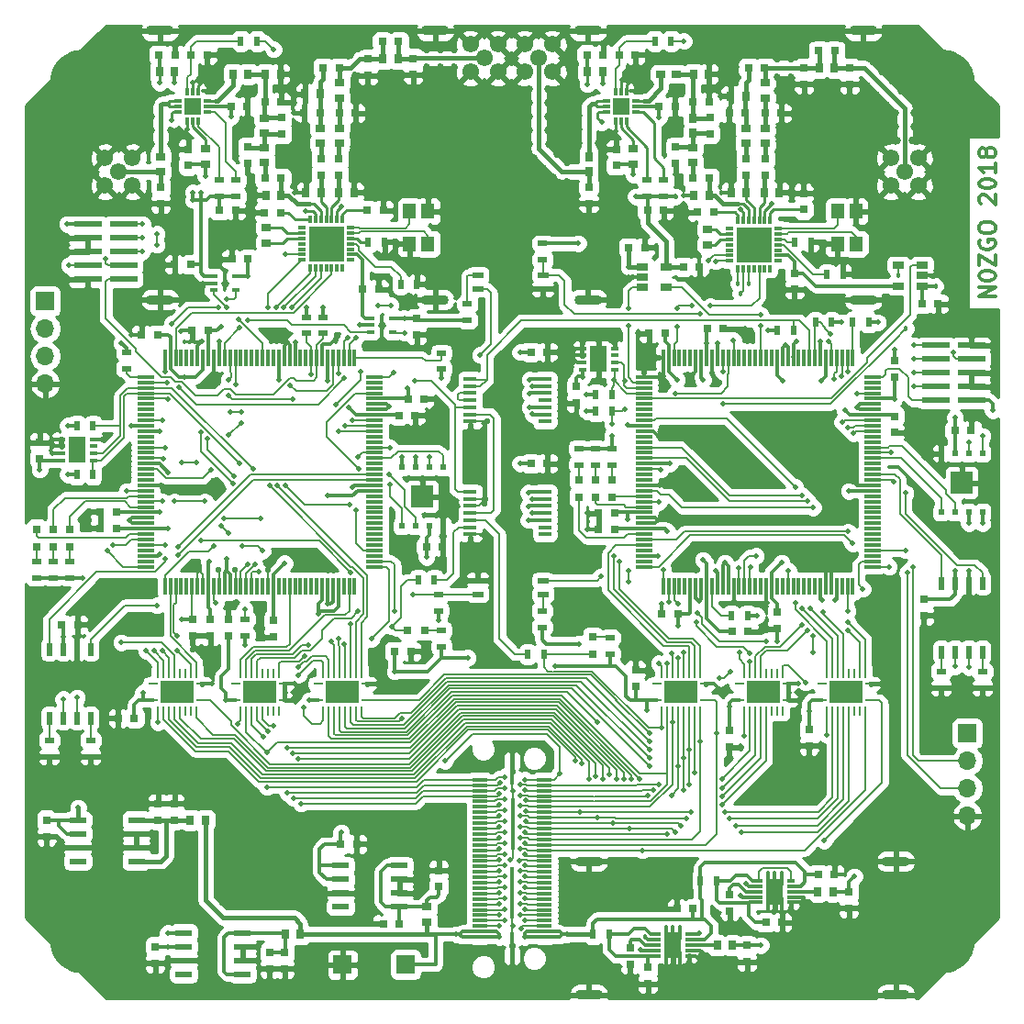
<source format=gbr>
G04 #@! TF.GenerationSoftware,KiCad,Pcbnew,no-vcs-found*
G04 #@! TF.CreationDate,2018-08-11T17:43:10-05:00*
G04 #@! TF.ProjectId,rtihu,72746968752E6B696361645F70636200,rev?*
G04 #@! TF.SameCoordinates,Original
G04 #@! TF.FileFunction,Copper,L1,Top,Signal*
G04 #@! TF.FilePolarity,Positive*
%FSLAX46Y46*%
G04 Gerber Fmt 4.6, Leading zero omitted, Abs format (unit mm)*
G04 Created by KiCad (PCBNEW no-vcs-found) date Sat Aug 11 17:43:10 2018*
%MOMM*%
%LPD*%
G01*
G04 APERTURE LIST*
%ADD10C,0.100000*%
%ADD11C,0.300000*%
%ADD12R,0.650000X0.350000*%
%ADD13R,0.350000X0.650000*%
%ADD14R,3.250000X3.250000*%
%ADD15R,1.600000X1.600000*%
%ADD16R,0.700000X0.300000*%
%ADD17R,0.300000X0.700000*%
%ADD18R,0.430000X2.540000*%
%ADD19R,0.430000X4.700000*%
%ADD20R,1.450000X0.305000*%
%ADD21C,0.685800*%
%ADD22R,1.200000X1.400000*%
%ADD23O,2.540000X0.889000*%
%ADD24R,0.300000X1.600000*%
%ADD25R,1.600000X0.300000*%
%ADD26C,6.350000*%
%ADD27R,0.850000X0.280000*%
%ADD28R,0.280000X0.850000*%
%ADD29R,3.050000X2.050000*%
%ADD30R,0.500000X0.600000*%
%ADD31R,2.000000X2.000000*%
%ADD32R,0.800000X0.750000*%
%ADD33R,0.750000X0.800000*%
%ADD34R,0.800000X0.800000*%
%ADD35R,0.700000X0.900000*%
%ADD36R,0.900000X0.700000*%
%ADD37R,0.500000X0.900000*%
%ADD38R,0.900000X0.500000*%
%ADD39R,0.508000X1.143000*%
%ADD40R,0.700000X0.350000*%
%ADD41R,1.580000X2.350000*%
%ADD42R,1.200000X0.400000*%
%ADD43R,1.060000X0.650000*%
%ADD44R,0.660400X0.406400*%
%ADD45R,1.000000X0.500000*%
%ADD46R,1.550000X0.600000*%
%ADD47C,1.550000*%
%ADD48R,1.700000X1.700000*%
%ADD49O,1.700000X1.700000*%
%ADD50R,2.540000X0.508000*%
%ADD51C,0.508000*%
%ADD52C,0.457200*%
%ADD53C,0.584200*%
%ADD54C,0.304800*%
%ADD55C,0.381000*%
%ADD56C,0.254000*%
%ADD57C,0.152400*%
%ADD58C,0.127000*%
%ADD59C,0.203200*%
%ADD60C,0.508000*%
G04 APERTURE END LIST*
D10*
D11*
X240581571Y-84164428D02*
X239081571Y-84164428D01*
X240581571Y-83307285D01*
X239081571Y-83307285D01*
X239081571Y-82307285D02*
X239081571Y-82164428D01*
X239153000Y-82021571D01*
X239224428Y-81950142D01*
X239367285Y-81878714D01*
X239653000Y-81807285D01*
X240010142Y-81807285D01*
X240295857Y-81878714D01*
X240438714Y-81950142D01*
X240510142Y-82021571D01*
X240581571Y-82164428D01*
X240581571Y-82307285D01*
X240510142Y-82450142D01*
X240438714Y-82521571D01*
X240295857Y-82593000D01*
X240010142Y-82664428D01*
X239653000Y-82664428D01*
X239367285Y-82593000D01*
X239224428Y-82521571D01*
X239153000Y-82450142D01*
X239081571Y-82307285D01*
X239081571Y-81307285D02*
X239081571Y-80307285D01*
X240581571Y-81307285D01*
X240581571Y-80307285D01*
X239153000Y-78950142D02*
X239081571Y-79093000D01*
X239081571Y-79307285D01*
X239153000Y-79521571D01*
X239295857Y-79664428D01*
X239438714Y-79735857D01*
X239724428Y-79807285D01*
X239938714Y-79807285D01*
X240224428Y-79735857D01*
X240367285Y-79664428D01*
X240510142Y-79521571D01*
X240581571Y-79307285D01*
X240581571Y-79164428D01*
X240510142Y-78950142D01*
X240438714Y-78878714D01*
X239938714Y-78878714D01*
X239938714Y-79164428D01*
X239081571Y-77950142D02*
X239081571Y-77664428D01*
X239153000Y-77521571D01*
X239295857Y-77378714D01*
X239581571Y-77307285D01*
X240081571Y-77307285D01*
X240367285Y-77378714D01*
X240510142Y-77521571D01*
X240581571Y-77664428D01*
X240581571Y-77950142D01*
X240510142Y-78093000D01*
X240367285Y-78235857D01*
X240081571Y-78307285D01*
X239581571Y-78307285D01*
X239295857Y-78235857D01*
X239153000Y-78093000D01*
X239081571Y-77950142D01*
X239224428Y-75593000D02*
X239153000Y-75521571D01*
X239081571Y-75378714D01*
X239081571Y-75021571D01*
X239153000Y-74878714D01*
X239224428Y-74807285D01*
X239367285Y-74735857D01*
X239510142Y-74735857D01*
X239724428Y-74807285D01*
X240581571Y-75664428D01*
X240581571Y-74735857D01*
X239081571Y-73807285D02*
X239081571Y-73664428D01*
X239153000Y-73521571D01*
X239224428Y-73450142D01*
X239367285Y-73378714D01*
X239653000Y-73307285D01*
X240010142Y-73307285D01*
X240295857Y-73378714D01*
X240438714Y-73450142D01*
X240510142Y-73521571D01*
X240581571Y-73664428D01*
X240581571Y-73807285D01*
X240510142Y-73950142D01*
X240438714Y-74021571D01*
X240295857Y-74093000D01*
X240010142Y-74164428D01*
X239653000Y-74164428D01*
X239367285Y-74093000D01*
X239224428Y-74021571D01*
X239153000Y-73950142D01*
X239081571Y-73807285D01*
X240581571Y-71878714D02*
X240581571Y-72735857D01*
X240581571Y-72307285D02*
X239081571Y-72307285D01*
X239295857Y-72450142D01*
X239438714Y-72593000D01*
X239510142Y-72735857D01*
X239724428Y-71021571D02*
X239653000Y-71164428D01*
X239581571Y-71235857D01*
X239438714Y-71307285D01*
X239367285Y-71307285D01*
X239224428Y-71235857D01*
X239153000Y-71164428D01*
X239081571Y-71021571D01*
X239081571Y-70735857D01*
X239153000Y-70593000D01*
X239224428Y-70521571D01*
X239367285Y-70450142D01*
X239438714Y-70450142D01*
X239581571Y-70521571D01*
X239653000Y-70593000D01*
X239724428Y-70735857D01*
X239724428Y-71021571D01*
X239795857Y-71164428D01*
X239867285Y-71235857D01*
X240010142Y-71307285D01*
X240295857Y-71307285D01*
X240438714Y-71235857D01*
X240510142Y-71164428D01*
X240581571Y-71021571D01*
X240581571Y-70735857D01*
X240510142Y-70593000D01*
X240438714Y-70521571D01*
X240295857Y-70450142D01*
X240010142Y-70450142D01*
X239867285Y-70521571D01*
X239795857Y-70593000D01*
X239724428Y-70735857D01*
D12*
X176629100Y-80786100D03*
X176629100Y-80286100D03*
X176629100Y-79786100D03*
X176629100Y-77786100D03*
X176629100Y-78286100D03*
X176629100Y-78786100D03*
X176629100Y-79286100D03*
X181079100Y-80786100D03*
X181079100Y-80286100D03*
X181079100Y-79786100D03*
X181079100Y-77786100D03*
X181079100Y-78286100D03*
X181079100Y-78786100D03*
X181079100Y-79286100D03*
D13*
X177354100Y-81511100D03*
X177854100Y-81511100D03*
X178354100Y-81511100D03*
X178854100Y-81511100D03*
X179354100Y-81511100D03*
X179854100Y-81511100D03*
X180354100Y-81511100D03*
X177354100Y-77061100D03*
X177854100Y-77061100D03*
X178354100Y-77061100D03*
X179354100Y-77061100D03*
X179854100Y-77061100D03*
X180354100Y-77061100D03*
D14*
X178854100Y-79286100D03*
D13*
X178854100Y-77061100D03*
D12*
X216088000Y-80875000D03*
X216088000Y-80375000D03*
X216088000Y-79875000D03*
X216088000Y-77875000D03*
X216088000Y-78375000D03*
X216088000Y-78875000D03*
X216088000Y-79375000D03*
X220538000Y-80875000D03*
X220538000Y-80375000D03*
X220538000Y-79875000D03*
X220538000Y-77875000D03*
X220538000Y-78375000D03*
X220538000Y-78875000D03*
X220538000Y-79375000D03*
D13*
X216813000Y-81600000D03*
X217313000Y-81600000D03*
X217813000Y-81600000D03*
X218313000Y-81600000D03*
X218813000Y-81600000D03*
X219313000Y-81600000D03*
X219813000Y-81600000D03*
X216813000Y-77150000D03*
X217313000Y-77150000D03*
X217813000Y-77150000D03*
X218813000Y-77150000D03*
X219313000Y-77150000D03*
X219813000Y-77150000D03*
D14*
X218313000Y-79375000D03*
D13*
X218313000Y-77150000D03*
D15*
X206057500Y-66611500D03*
D16*
X207407500Y-67111500D03*
X207407500Y-66611500D03*
X207407500Y-66111500D03*
X204707500Y-67111500D03*
X204707500Y-66611500D03*
X204707500Y-66111500D03*
D17*
X206057500Y-65261500D03*
X206557500Y-65261500D03*
X205557500Y-65261500D03*
X206057500Y-67961500D03*
X206557500Y-67961500D03*
X205557500Y-67961500D03*
D15*
X166560500Y-66611500D03*
D16*
X167910500Y-67111500D03*
X167910500Y-66611500D03*
X167910500Y-66111500D03*
X165210500Y-67111500D03*
X165210500Y-66611500D03*
X165210500Y-66111500D03*
D17*
X166560500Y-65261500D03*
X167060500Y-65261500D03*
X166060500Y-65261500D03*
X166560500Y-67961500D03*
X167060500Y-67961500D03*
X166060500Y-67961500D03*
D18*
X196000000Y-127935000D03*
D19*
X196050000Y-132825000D03*
D18*
X196000000Y-144065000D03*
D20*
X193010000Y-137250000D03*
X193010000Y-128750000D03*
X193010000Y-129250000D03*
X193010000Y-129750000D03*
X193010000Y-130250000D03*
X193010000Y-130750000D03*
X193010000Y-131250000D03*
X193010000Y-131750000D03*
X193010000Y-132250000D03*
X193010000Y-132750000D03*
X193010000Y-133250000D03*
X193010000Y-133750000D03*
X193010000Y-134250000D03*
X193010000Y-134750000D03*
X193010000Y-135250000D03*
X193010000Y-135750000D03*
X193010000Y-136250000D03*
X193010000Y-136750000D03*
X193010000Y-137750000D03*
X193010000Y-138250000D03*
X193010000Y-138750000D03*
X193010000Y-139250000D03*
X193010000Y-139750000D03*
X193010000Y-140250000D03*
X193010000Y-140750000D03*
X193010000Y-141250000D03*
X193010000Y-141750000D03*
X193010000Y-142250000D03*
X193010000Y-142750000D03*
X193010000Y-143250000D03*
X198990000Y-143250000D03*
X198990000Y-142750000D03*
X198990000Y-142250000D03*
X198990000Y-141750000D03*
X198990000Y-141250000D03*
X198990000Y-140750000D03*
X198990000Y-140250000D03*
X198990000Y-139750000D03*
X198990000Y-139250000D03*
X198990000Y-138750000D03*
X198990000Y-138250000D03*
X198990000Y-137750000D03*
X198990000Y-136750000D03*
X198990000Y-136250000D03*
X198990000Y-135750000D03*
X198990000Y-135250000D03*
X198990000Y-134750000D03*
X198990000Y-134250000D03*
X198990000Y-133750000D03*
X198990000Y-133250000D03*
X198990000Y-132750000D03*
X198990000Y-132250000D03*
X198990000Y-131750000D03*
X198990000Y-131250000D03*
X198990000Y-130750000D03*
X198990000Y-130250000D03*
X198990000Y-129750000D03*
X198990000Y-129250000D03*
X198990000Y-128750000D03*
X198990000Y-137250000D03*
D19*
X196000000Y-139175000D03*
D21*
X216281000Y-73152000D03*
X216281000Y-71882000D03*
X216281000Y-70612000D03*
X216281000Y-69342000D03*
X221488000Y-73279000D03*
X220599000Y-72390000D03*
X220599000Y-71120000D03*
X220599000Y-69850000D03*
X220599000Y-68580000D03*
X221361000Y-66040000D03*
X220472000Y-65151000D03*
X216662000Y-64262000D03*
X216662000Y-62992000D03*
X216789000Y-61722000D03*
X218059000Y-61722000D03*
X219329000Y-61722000D03*
X224409000Y-64516000D03*
X225679000Y-64516000D03*
X223012000Y-61341000D03*
X223774000Y-60325000D03*
X225044000Y-60325000D03*
X226314000Y-60325000D03*
X227076000Y-61341000D03*
X228092000Y-61976000D03*
X162687000Y-66294000D03*
X162687000Y-67564000D03*
X162687000Y-68834000D03*
X164465000Y-68834000D03*
X162750500Y-70104000D03*
X203962000Y-69977000D03*
X202184000Y-66167000D03*
X202184000Y-67437000D03*
X202184000Y-68707000D03*
X202184000Y-69977000D03*
X176530000Y-64135000D03*
X177292000Y-63119000D03*
X184150000Y-63754000D03*
X185420000Y-63754000D03*
X187071000Y-60706000D03*
X182880000Y-60071000D03*
X181991000Y-60960000D03*
X177292000Y-61849000D03*
X178562000Y-61849000D03*
X179832000Y-61849000D03*
D22*
X226035500Y-76287500D03*
X226035500Y-79287500D03*
X227735500Y-79287500D03*
X227735500Y-76287500D03*
D21*
X182372000Y-65913000D03*
X181483000Y-65024000D03*
X182372000Y-68453000D03*
X181356000Y-69088000D03*
X181356000Y-70358000D03*
X181356000Y-71628000D03*
X181356000Y-72898000D03*
X176149000Y-68326000D03*
X177038000Y-69088000D03*
X177038000Y-70358000D03*
X177038000Y-71628000D03*
X177038000Y-72898000D03*
X181483000Y-63754000D03*
X181102000Y-61849000D03*
X188087000Y-62992000D03*
X189357000Y-62992000D03*
X188087000Y-61341000D03*
X189357000Y-61341000D03*
X190627000Y-61341000D03*
X190627000Y-62992000D03*
X201041000Y-73533000D03*
X199771000Y-73152000D03*
X198882000Y-72263000D03*
X197993000Y-71374000D03*
X201041000Y-71755000D03*
X200152000Y-70993000D03*
X199390000Y-70104000D03*
X197612000Y-70104000D03*
X197612000Y-68834000D03*
X199263000Y-68834000D03*
X197612000Y-67564000D03*
X199263000Y-67564000D03*
X199263000Y-66294000D03*
X197612000Y-66294000D03*
X199263000Y-65024000D03*
X197612000Y-65024000D03*
X221742000Y-63881000D03*
X220472000Y-63881000D03*
X220472000Y-62230000D03*
X221742000Y-62230000D03*
X228727000Y-64643000D03*
X229235000Y-62484000D03*
X230124000Y-63373000D03*
X229616000Y-65532000D03*
X231013000Y-64262000D03*
X231902000Y-65151000D03*
X230505000Y-66421000D03*
X233045000Y-67183000D03*
X231394000Y-67183000D03*
X233045000Y-68453000D03*
X231394000Y-68453000D03*
X231521000Y-69723000D03*
X232918000Y-69723000D03*
D23*
X163512500Y-59626500D03*
X163512500Y-84455000D03*
X188912500Y-59626500D03*
X188912500Y-84455000D03*
X203009500Y-59626500D03*
X203009500Y-84455000D03*
X228409500Y-59626500D03*
X228409500Y-84455000D03*
D21*
X164909500Y-72390000D03*
X164909500Y-71120000D03*
D24*
X163970000Y-89780000D03*
X164470000Y-89780000D03*
X164970000Y-89780000D03*
X165470000Y-89780000D03*
X165970000Y-89780000D03*
X166470000Y-89780000D03*
X166970000Y-89780000D03*
X167470000Y-89780000D03*
X167970000Y-89780000D03*
X168470000Y-89780000D03*
X168970000Y-89780000D03*
X169470000Y-89780000D03*
X169970000Y-89780000D03*
X170470000Y-89780000D03*
X170970000Y-89780000D03*
X171470000Y-89780000D03*
X171970000Y-89780000D03*
X172470000Y-89780000D03*
X172970000Y-89780000D03*
X173470000Y-89780000D03*
X173970000Y-89780000D03*
X174470000Y-89780000D03*
X174970000Y-89780000D03*
X175470000Y-89780000D03*
X175970000Y-89780000D03*
X176470000Y-89780000D03*
X176970000Y-89780000D03*
X177470000Y-89780000D03*
X177970000Y-89780000D03*
X178470000Y-89780000D03*
X178970000Y-89780000D03*
X179470000Y-89780000D03*
X179970000Y-89780000D03*
X180470000Y-89780000D03*
X180970000Y-89780000D03*
X181470000Y-89780000D03*
D25*
X183270000Y-91580000D03*
X183270000Y-92080000D03*
X183270000Y-92580000D03*
X183270000Y-93080000D03*
X183270000Y-93580000D03*
X183270000Y-94080000D03*
X183270000Y-94580000D03*
X183270000Y-95080000D03*
X183270000Y-95580000D03*
X183270000Y-96080000D03*
X183270000Y-96580000D03*
X183270000Y-97080000D03*
X183270000Y-97580000D03*
X183270000Y-98080000D03*
X183270000Y-98580000D03*
X183270000Y-99080000D03*
X183270000Y-99580000D03*
X183270000Y-100080000D03*
X183270000Y-100580000D03*
X183270000Y-101080000D03*
X183270000Y-101580000D03*
X183270000Y-102080000D03*
X183270000Y-102580000D03*
X183270000Y-103080000D03*
X183270000Y-103580000D03*
X183270000Y-104080000D03*
X183270000Y-104580000D03*
X183270000Y-105080000D03*
X183270000Y-105580000D03*
X183270000Y-106080000D03*
X183270000Y-106580000D03*
X183270000Y-107080000D03*
X183270000Y-107580000D03*
X183270000Y-108080000D03*
X183270000Y-108580000D03*
X183270000Y-109080000D03*
D24*
X181470000Y-110880000D03*
X180970000Y-110880000D03*
X180470000Y-110880000D03*
X179970000Y-110880000D03*
X179470000Y-110880000D03*
X178970000Y-110880000D03*
X178470000Y-110880000D03*
X177970000Y-110880000D03*
X177470000Y-110880000D03*
X176970000Y-110880000D03*
X176470000Y-110880000D03*
X175970000Y-110880000D03*
X175470000Y-110880000D03*
X174970000Y-110880000D03*
X174470000Y-110880000D03*
X173970000Y-110880000D03*
X173470000Y-110880000D03*
X172970000Y-110880000D03*
X172470000Y-110880000D03*
X171970000Y-110880000D03*
X171470000Y-110880000D03*
X170970000Y-110880000D03*
X170470000Y-110880000D03*
X169970000Y-110880000D03*
X169470000Y-110880000D03*
X168970000Y-110880000D03*
X168470000Y-110880000D03*
X167970000Y-110880000D03*
X167470000Y-110880000D03*
X166970000Y-110880000D03*
X166470000Y-110880000D03*
X165970000Y-110880000D03*
X165470000Y-110880000D03*
X164970000Y-110880000D03*
X164470000Y-110880000D03*
X163970000Y-110880000D03*
D25*
X162170000Y-109080000D03*
X162170000Y-108580000D03*
X162170000Y-108080000D03*
X162170000Y-107580000D03*
X162170000Y-107080000D03*
X162170000Y-106580000D03*
X162170000Y-106080000D03*
X162170000Y-105580000D03*
X162170000Y-105080000D03*
X162170000Y-104580000D03*
X162170000Y-104080000D03*
X162170000Y-103580000D03*
X162170000Y-103080000D03*
X162170000Y-102580000D03*
X162170000Y-102080000D03*
X162170000Y-101580000D03*
X162170000Y-101080000D03*
X162170000Y-100580000D03*
X162170000Y-100080000D03*
X162170000Y-99580000D03*
X162170000Y-99080000D03*
X162170000Y-98580000D03*
X162170000Y-98080000D03*
X162170000Y-97580000D03*
X162170000Y-97080000D03*
X162170000Y-96580000D03*
X162170000Y-96080000D03*
X162170000Y-95580000D03*
X162170000Y-95080000D03*
X162170000Y-94580000D03*
X162170000Y-94080000D03*
X162170000Y-93580000D03*
X162170000Y-93080000D03*
X162170000Y-92580000D03*
X162170000Y-92080000D03*
X162170000Y-91580000D03*
D21*
X164465000Y-70104000D03*
D26*
X235500000Y-64500000D03*
X156500000Y-64500000D03*
X156500000Y-143500000D03*
X235500000Y-143500000D03*
D27*
X182565000Y-121400000D03*
X182565000Y-119900000D03*
D28*
X182090000Y-122375000D03*
X181590000Y-122375000D03*
X181090000Y-122375000D03*
X180590000Y-122375000D03*
X180090000Y-122375000D03*
X179590000Y-122375000D03*
X179090000Y-122375000D03*
X178590000Y-122375000D03*
D29*
X180340000Y-120650000D03*
D28*
X178590000Y-118925000D03*
X179090000Y-118925000D03*
X179590000Y-118925000D03*
X180090000Y-118925000D03*
X180590000Y-118925000D03*
X181090000Y-118925000D03*
X181590000Y-118925000D03*
X182090000Y-118925000D03*
D27*
X178115000Y-119900000D03*
X178115000Y-121400000D03*
X213807000Y-121400000D03*
X213807000Y-119900000D03*
D28*
X213332000Y-122375000D03*
X212832000Y-122375000D03*
X212332000Y-122375000D03*
X211832000Y-122375000D03*
X211332000Y-122375000D03*
X210832000Y-122375000D03*
X210332000Y-122375000D03*
X209832000Y-122375000D03*
D29*
X211582000Y-120650000D03*
D28*
X209832000Y-118925000D03*
X210332000Y-118925000D03*
X210832000Y-118925000D03*
X211332000Y-118925000D03*
X211832000Y-118925000D03*
X212332000Y-118925000D03*
X212832000Y-118925000D03*
X213332000Y-118925000D03*
D27*
X209357000Y-119900000D03*
X209357000Y-121400000D03*
X167325000Y-121400000D03*
X167325000Y-119900000D03*
D28*
X166850000Y-122375000D03*
X166350000Y-122375000D03*
X165850000Y-122375000D03*
X165350000Y-122375000D03*
X164850000Y-122375000D03*
X164350000Y-122375000D03*
X163850000Y-122375000D03*
X163350000Y-122375000D03*
D29*
X165100000Y-120650000D03*
D28*
X163350000Y-118925000D03*
X163850000Y-118925000D03*
X164350000Y-118925000D03*
X164850000Y-118925000D03*
X165350000Y-118925000D03*
X165850000Y-118925000D03*
X166350000Y-118925000D03*
X166850000Y-118925000D03*
D27*
X162875000Y-119900000D03*
X162875000Y-121400000D03*
X229047000Y-121400000D03*
X229047000Y-119900000D03*
D28*
X228572000Y-122375000D03*
X228072000Y-122375000D03*
X227572000Y-122375000D03*
X227072000Y-122375000D03*
X226572000Y-122375000D03*
X226072000Y-122375000D03*
X225572000Y-122375000D03*
X225072000Y-122375000D03*
D29*
X226822000Y-120650000D03*
D28*
X225072000Y-118925000D03*
X225572000Y-118925000D03*
X226072000Y-118925000D03*
X226572000Y-118925000D03*
X227072000Y-118925000D03*
X227572000Y-118925000D03*
X228072000Y-118925000D03*
X228572000Y-118925000D03*
D27*
X224597000Y-119900000D03*
X224597000Y-121400000D03*
X174945000Y-121400000D03*
X174945000Y-119900000D03*
D28*
X174470000Y-122375000D03*
X173970000Y-122375000D03*
X173470000Y-122375000D03*
X172970000Y-122375000D03*
X172470000Y-122375000D03*
X171970000Y-122375000D03*
X171470000Y-122375000D03*
X170970000Y-122375000D03*
D29*
X172720000Y-120650000D03*
D28*
X170970000Y-118925000D03*
X171470000Y-118925000D03*
X171970000Y-118925000D03*
X172470000Y-118925000D03*
X172970000Y-118925000D03*
X173470000Y-118925000D03*
X173970000Y-118925000D03*
X174470000Y-118925000D03*
D27*
X170495000Y-119900000D03*
X170495000Y-121400000D03*
X221427000Y-121400000D03*
X221427000Y-119900000D03*
D28*
X220952000Y-122375000D03*
X220452000Y-122375000D03*
X219952000Y-122375000D03*
X219452000Y-122375000D03*
X218952000Y-122375000D03*
X218452000Y-122375000D03*
X217952000Y-122375000D03*
X217452000Y-122375000D03*
D29*
X219202000Y-120650000D03*
D28*
X217452000Y-118925000D03*
X217952000Y-118925000D03*
X218452000Y-118925000D03*
X218952000Y-118925000D03*
X219452000Y-118925000D03*
X219952000Y-118925000D03*
X220452000Y-118925000D03*
X220952000Y-118925000D03*
D27*
X216977000Y-119900000D03*
X216977000Y-121400000D03*
D30*
X189611000Y-99916000D03*
X188341000Y-99916000D03*
X187071000Y-99916000D03*
X185801000Y-99916000D03*
X185801000Y-105316000D03*
X187071000Y-105316000D03*
X188341000Y-105316000D03*
X189611000Y-105316000D03*
D31*
X187706000Y-102616000D03*
D30*
X235585000Y-104046000D03*
X236855000Y-104046000D03*
X238125000Y-104046000D03*
X239395000Y-104046000D03*
X239395000Y-98646000D03*
X238125000Y-98646000D03*
X236855000Y-98646000D03*
X235585000Y-98646000D03*
D31*
X237490000Y-101346000D03*
D32*
X215507000Y-87122000D03*
X214007000Y-87122000D03*
X210109500Y-87566500D03*
X208609500Y-87566500D03*
X203974000Y-104140000D03*
X205474000Y-104140000D03*
X205474000Y-105664000D03*
X203974000Y-105664000D03*
D33*
X231267000Y-95198500D03*
X231267000Y-96698500D03*
X231267000Y-91555000D03*
X231267000Y-90055000D03*
D32*
X211316000Y-113474500D03*
X209816000Y-113474500D03*
X217793000Y-115062000D03*
X216293000Y-115062000D03*
D33*
X220472000Y-113296000D03*
X220472000Y-114796000D03*
D32*
X212673500Y-73215500D03*
X214173500Y-73215500D03*
D33*
X211074000Y-70370000D03*
X211074000Y-71870000D03*
X214249000Y-69139500D03*
X214249000Y-67639500D03*
X212673500Y-66230500D03*
X214173500Y-66230500D03*
D32*
X209982500Y-76200000D03*
X208482500Y-76200000D03*
D33*
X211062000Y-66611500D03*
X209562000Y-66611500D03*
X207379000Y-61849000D03*
X205879000Y-61849000D03*
X227139500Y-63067500D03*
X227139500Y-64567500D03*
D32*
X205613000Y-70560500D03*
X205613000Y-72060500D03*
X224294000Y-61468000D03*
X225794000Y-61468000D03*
D33*
X222948500Y-64567500D03*
X222948500Y-63067500D03*
D32*
X203073000Y-75553000D03*
X203073000Y-74053000D03*
D33*
X202894500Y-61849000D03*
X204394500Y-61849000D03*
D32*
X219317000Y-63055500D03*
X217817000Y-63055500D03*
X220841000Y-67246500D03*
X219341000Y-67246500D03*
X213284500Y-81407000D03*
X211784500Y-81407000D03*
X216039000Y-67246500D03*
X217539000Y-67246500D03*
D33*
X219329000Y-71449500D03*
X219329000Y-72949500D03*
X217551000Y-71449500D03*
X217551000Y-72949500D03*
X222885000Y-74624500D03*
X222885000Y-76124500D03*
D32*
X214618000Y-76390500D03*
X213118000Y-76390500D03*
D33*
X222059500Y-83490500D03*
X222059500Y-81990500D03*
X208534000Y-146062000D03*
X208534000Y-147562000D03*
D32*
X219404500Y-141922500D03*
X220904500Y-141922500D03*
D33*
X206883000Y-145784000D03*
X206883000Y-144284000D03*
X216090500Y-139331000D03*
X216090500Y-140831000D03*
D32*
X211213000Y-140652500D03*
X212713000Y-140652500D03*
X225730500Y-137477500D03*
X224230500Y-137477500D03*
D33*
X217678000Y-145530000D03*
X217678000Y-144030000D03*
X227076000Y-139077000D03*
X227076000Y-140577000D03*
D32*
X206768000Y-79629000D03*
X208268000Y-79629000D03*
X235319000Y-84836000D03*
X233819000Y-84836000D03*
D33*
X233997500Y-113589500D03*
X233997500Y-112089500D03*
X201930000Y-92468000D03*
X201930000Y-93968000D03*
D32*
X236867000Y-96520000D03*
X238367000Y-96520000D03*
X159651000Y-123063000D03*
X161151000Y-123063000D03*
D33*
X223393000Y-124091000D03*
X223393000Y-125591000D03*
D32*
X197751000Y-89281000D03*
X199251000Y-89281000D03*
X199251000Y-99568000D03*
X197751000Y-99568000D03*
X186678000Y-116903500D03*
X185178000Y-116903500D03*
D33*
X207391000Y-120130000D03*
X207391000Y-118630000D03*
X169799000Y-113931000D03*
X169799000Y-115431000D03*
X216027000Y-124218000D03*
X216027000Y-125718000D03*
D32*
X166445500Y-87312500D03*
X167945500Y-87312500D03*
X163310000Y-87693500D03*
X161810000Y-87693500D03*
X158000000Y-104013000D03*
X159500000Y-104013000D03*
X159500000Y-105537000D03*
X158000000Y-105537000D03*
X187059000Y-95123000D03*
X185559000Y-95123000D03*
X186384500Y-93599000D03*
X187884500Y-93599000D03*
D33*
X166497000Y-113931000D03*
X166497000Y-115431000D03*
X168148000Y-115431000D03*
X168148000Y-113931000D03*
X173990000Y-115558000D03*
X173990000Y-114058000D03*
D32*
X154444000Y-114427000D03*
X155944000Y-114427000D03*
D33*
X152400000Y-99111500D03*
X152400000Y-97611500D03*
D32*
X188099000Y-107251500D03*
X189599000Y-107251500D03*
X174676500Y-73215500D03*
X173176500Y-73215500D03*
D33*
X171577000Y-70370000D03*
X171577000Y-71870000D03*
X174752000Y-67639500D03*
X174752000Y-69139500D03*
D32*
X173176500Y-66230500D03*
X174676500Y-66230500D03*
X170485500Y-76200000D03*
X168985500Y-76200000D03*
X170065000Y-66611500D03*
X171565000Y-66611500D03*
X167882000Y-61849000D03*
X166382000Y-61849000D03*
D33*
X186880500Y-62178500D03*
X186880500Y-63678500D03*
X166116000Y-72060500D03*
X166116000Y-70560500D03*
D32*
X185535000Y-60642500D03*
X184035000Y-60642500D03*
D33*
X182689500Y-63742000D03*
X182689500Y-62242000D03*
X163576000Y-74053000D03*
X163576000Y-75553000D03*
D32*
X164897500Y-61849000D03*
X163397500Y-61849000D03*
X178574000Y-63055500D03*
X180074000Y-63055500D03*
X181534500Y-67246500D03*
X180034500Y-67246500D03*
X166358000Y-81216500D03*
X164858000Y-81216500D03*
X176796000Y-67183000D03*
X178296000Y-67183000D03*
D33*
X180009800Y-72936800D03*
X180009800Y-71436800D03*
X178358800Y-71436800D03*
X178358800Y-72936800D03*
D32*
X184138000Y-76200000D03*
X182638000Y-76200000D03*
X174638400Y-76415900D03*
X173138400Y-76415900D03*
X182193500Y-83502500D03*
X183693500Y-83502500D03*
D33*
X163068000Y-145657000D03*
X163068000Y-144157000D03*
X153035000Y-133973000D03*
X153035000Y-132473000D03*
X175006000Y-144665000D03*
X175006000Y-146165000D03*
X163322000Y-132449000D03*
X163322000Y-130949000D03*
X173609000Y-146165000D03*
X173609000Y-144665000D03*
X164846000Y-130949000D03*
X164846000Y-132449000D03*
X187198000Y-86181500D03*
X187198000Y-87681500D03*
D32*
X171628500Y-80708500D03*
X170128500Y-80708500D03*
D34*
X203708000Y-102654000D03*
X203708000Y-101054000D03*
X205232000Y-101054000D03*
X205232000Y-102654000D03*
X202184000Y-102654000D03*
X202184000Y-101054000D03*
X155194000Y-107226000D03*
X155194000Y-105626000D03*
X153670000Y-105626000D03*
X153670000Y-107226000D03*
X152146000Y-107226000D03*
X152146000Y-105626000D03*
D35*
X214187000Y-74803000D03*
X212787000Y-74803000D03*
D36*
X212661500Y-71820000D03*
X212661500Y-70420000D03*
D35*
X212661500Y-67689500D03*
X212661500Y-69089500D03*
X212723500Y-63627000D03*
X214123500Y-63627000D03*
D36*
X211139000Y-63627000D03*
X209739000Y-63627000D03*
X207200500Y-70547000D03*
X207200500Y-71947000D03*
D35*
X224344000Y-63055500D03*
X225744000Y-63055500D03*
X203073000Y-72645500D03*
X203073000Y-71245500D03*
X204344000Y-63436500D03*
X202944000Y-63436500D03*
D36*
X219329000Y-64451000D03*
X219329000Y-65851000D03*
D35*
X216152500Y-65659000D03*
X217552500Y-65659000D03*
D36*
X219329000Y-68642000D03*
X219329000Y-70042000D03*
X217551000Y-68642000D03*
X217551000Y-70042000D03*
D35*
X217616000Y-74549000D03*
X216216000Y-74549000D03*
X220664000Y-74549000D03*
X219264000Y-74549000D03*
D36*
X214058500Y-79376500D03*
X214058500Y-77976500D03*
D35*
X216346000Y-144018000D03*
X214946000Y-144018000D03*
X225617000Y-139065000D03*
X224217000Y-139065000D03*
X173290000Y-74803000D03*
X174690000Y-74803000D03*
D36*
X173164500Y-70420000D03*
X173164500Y-71820000D03*
X173164500Y-69089500D03*
X173164500Y-67689500D03*
D35*
X173226500Y-63627000D03*
X174626500Y-63627000D03*
X171642000Y-63627000D03*
X170242000Y-63627000D03*
D36*
X167703500Y-71947000D03*
X167703500Y-70547000D03*
D35*
X184085000Y-62230000D03*
X185485000Y-62230000D03*
D36*
X163576000Y-71245500D03*
X163576000Y-72645500D03*
D35*
X163447500Y-63436500D03*
X164847500Y-63436500D03*
D36*
X180086000Y-64451000D03*
X180086000Y-65851000D03*
D35*
X176896800Y-65455800D03*
X178296800Y-65455800D03*
D36*
X180086000Y-70042000D03*
X180086000Y-68642000D03*
X178308000Y-68642000D03*
X178308000Y-70042000D03*
D35*
X178373000Y-74549000D03*
X176973000Y-74549000D03*
X181421000Y-74549000D03*
X180021000Y-74549000D03*
D36*
X173316900Y-77811400D03*
X173316900Y-79211400D03*
D35*
X175068000Y-143002000D03*
X176468000Y-143002000D03*
X166305000Y-132461000D03*
X167705000Y-132461000D03*
D37*
X221984000Y-87249000D03*
X220484000Y-87249000D03*
X225476500Y-86550500D03*
X223976500Y-86550500D03*
X228905500Y-86550500D03*
X227405500Y-86550500D03*
D38*
X209994500Y-73418000D03*
X209994500Y-74918000D03*
X208470500Y-74918000D03*
X208470500Y-73418000D03*
D37*
X226556000Y-82105500D03*
X225056000Y-82105500D03*
X222071500Y-79121000D03*
X223571500Y-79121000D03*
X204966000Y-143002000D03*
X203466000Y-143002000D03*
X213372000Y-138049000D03*
X214872000Y-138049000D03*
X203720000Y-93218000D03*
X205220000Y-93218000D03*
X205220000Y-94742000D03*
X203720000Y-94742000D03*
D38*
X235585000Y-120257000D03*
X235585000Y-118757000D03*
X239395000Y-120257000D03*
X239395000Y-118757000D03*
X203708000Y-99683000D03*
X203708000Y-98183000D03*
X205232000Y-98183000D03*
X205232000Y-99683000D03*
X202184000Y-99683000D03*
X202184000Y-98183000D03*
X191871600Y-84848000D03*
X191871600Y-86348000D03*
X198818500Y-80760000D03*
X198818500Y-79260000D03*
X198755000Y-113169000D03*
X198755000Y-114669000D03*
X189230000Y-111645000D03*
X189230000Y-113145000D03*
X177038000Y-86054500D03*
X177038000Y-87554500D03*
X178562000Y-87554500D03*
X178562000Y-86054500D03*
X189484000Y-90856500D03*
X189484000Y-89356500D03*
X155194000Y-110097000D03*
X155194000Y-108597000D03*
X153670000Y-110097000D03*
X153670000Y-108597000D03*
X152146000Y-108597000D03*
X152146000Y-110097000D03*
X153289000Y-125107000D03*
X153289000Y-126607000D03*
D37*
X157341000Y-100584000D03*
X155841000Y-100584000D03*
D38*
X157099000Y-125107000D03*
X157099000Y-126607000D03*
D37*
X155841000Y-96075500D03*
X157341000Y-96075500D03*
D38*
X170497500Y-73418000D03*
X170497500Y-74918000D03*
X168973500Y-74918000D03*
X168973500Y-73418000D03*
D37*
X187211400Y-83019900D03*
X185711400Y-83019900D03*
X184226900Y-79133700D03*
X182726900Y-79133700D03*
D25*
X208144000Y-91580000D03*
X208144000Y-92080000D03*
X208144000Y-92580000D03*
X208144000Y-93080000D03*
X208144000Y-93580000D03*
X208144000Y-94080000D03*
X208144000Y-94580000D03*
X208144000Y-95080000D03*
X208144000Y-95580000D03*
X208144000Y-96080000D03*
X208144000Y-96580000D03*
X208144000Y-97080000D03*
X208144000Y-97580000D03*
X208144000Y-98080000D03*
X208144000Y-98580000D03*
X208144000Y-99080000D03*
X208144000Y-99580000D03*
X208144000Y-100080000D03*
X208144000Y-100580000D03*
X208144000Y-101080000D03*
X208144000Y-101580000D03*
X208144000Y-102080000D03*
X208144000Y-102580000D03*
X208144000Y-103080000D03*
X208144000Y-103580000D03*
X208144000Y-104080000D03*
X208144000Y-104580000D03*
X208144000Y-105080000D03*
X208144000Y-105580000D03*
X208144000Y-106080000D03*
X208144000Y-106580000D03*
X208144000Y-107080000D03*
X208144000Y-107580000D03*
X208144000Y-108080000D03*
X208144000Y-108580000D03*
X208144000Y-109080000D03*
D24*
X209944000Y-110880000D03*
X210444000Y-110880000D03*
X210944000Y-110880000D03*
X211444000Y-110880000D03*
X211944000Y-110880000D03*
X212444000Y-110880000D03*
X212944000Y-110880000D03*
X213444000Y-110880000D03*
X213944000Y-110880000D03*
X214444000Y-110880000D03*
X214944000Y-110880000D03*
X215444000Y-110880000D03*
X215944000Y-110880000D03*
X216444000Y-110880000D03*
X216944000Y-110880000D03*
X217444000Y-110880000D03*
X217944000Y-110880000D03*
X218444000Y-110880000D03*
X218944000Y-110880000D03*
X219444000Y-110880000D03*
X219944000Y-110880000D03*
X220444000Y-110880000D03*
X220944000Y-110880000D03*
X221444000Y-110880000D03*
X221944000Y-110880000D03*
X222444000Y-110880000D03*
X222944000Y-110880000D03*
X223444000Y-110880000D03*
X223944000Y-110880000D03*
X224444000Y-110880000D03*
X224944000Y-110880000D03*
X225444000Y-110880000D03*
X225944000Y-110880000D03*
X226444000Y-110880000D03*
X226944000Y-110880000D03*
X227444000Y-110880000D03*
D25*
X229244000Y-109080000D03*
X229244000Y-108580000D03*
X229244000Y-108080000D03*
X229244000Y-107580000D03*
X229244000Y-107080000D03*
X229244000Y-106580000D03*
X229244000Y-106080000D03*
X229244000Y-105580000D03*
X229244000Y-105080000D03*
X229244000Y-104580000D03*
X229244000Y-104080000D03*
X229244000Y-103580000D03*
X229244000Y-103080000D03*
X229244000Y-102580000D03*
X229244000Y-102080000D03*
X229244000Y-101580000D03*
X229244000Y-101080000D03*
X229244000Y-100580000D03*
X229244000Y-100080000D03*
X229244000Y-99580000D03*
X229244000Y-99080000D03*
X229244000Y-98580000D03*
X229244000Y-98080000D03*
X229244000Y-97580000D03*
X229244000Y-97080000D03*
X229244000Y-96580000D03*
X229244000Y-96080000D03*
X229244000Y-95580000D03*
X229244000Y-95080000D03*
X229244000Y-94580000D03*
X229244000Y-94080000D03*
X229244000Y-93580000D03*
X229244000Y-93080000D03*
X229244000Y-92580000D03*
X229244000Y-92080000D03*
X229244000Y-91580000D03*
D24*
X227444000Y-89780000D03*
X226944000Y-89780000D03*
X226444000Y-89780000D03*
X225944000Y-89780000D03*
X225444000Y-89780000D03*
X224944000Y-89780000D03*
X224444000Y-89780000D03*
X223944000Y-89780000D03*
X223444000Y-89780000D03*
X222944000Y-89780000D03*
X222444000Y-89780000D03*
X221944000Y-89780000D03*
X221444000Y-89780000D03*
X220944000Y-89780000D03*
X220444000Y-89780000D03*
X219944000Y-89780000D03*
X219444000Y-89780000D03*
X218944000Y-89780000D03*
X218444000Y-89780000D03*
X217944000Y-89780000D03*
X217444000Y-89780000D03*
X216944000Y-89780000D03*
X216444000Y-89780000D03*
X215944000Y-89780000D03*
X215444000Y-89780000D03*
X214944000Y-89780000D03*
X214444000Y-89780000D03*
X213944000Y-89780000D03*
X213444000Y-89780000D03*
X212944000Y-89780000D03*
X212444000Y-89780000D03*
X211944000Y-89780000D03*
X211444000Y-89780000D03*
X210944000Y-89780000D03*
X210444000Y-89780000D03*
X209944000Y-89780000D03*
D39*
X239395000Y-116967000D03*
X238125000Y-116967000D03*
X236855000Y-116967000D03*
X235585000Y-116967000D03*
X235585000Y-110617000D03*
X236855000Y-110617000D03*
X238125000Y-110617000D03*
X239395000Y-110617000D03*
X157099000Y-116713000D03*
X155829000Y-116713000D03*
X154559000Y-116713000D03*
X153289000Y-116713000D03*
X153289000Y-123063000D03*
X154559000Y-123063000D03*
X155829000Y-123063000D03*
X157099000Y-123063000D03*
D22*
X188238500Y-76287500D03*
X188238500Y-79287500D03*
X186538500Y-79287500D03*
X186538500Y-76287500D03*
D40*
X202512000Y-90891000D03*
X202512000Y-90241000D03*
X202487000Y-89591000D03*
X202487000Y-88941000D03*
D41*
X203962000Y-89916000D03*
D40*
X205437000Y-90891000D03*
X205437000Y-90241000D03*
X205437000Y-89591000D03*
X205437000Y-88941000D03*
X157367500Y-97323000D03*
X157367500Y-97973000D03*
X157367500Y-98623000D03*
X157367500Y-99273000D03*
D41*
X155892500Y-98298000D03*
D40*
X154417500Y-97323000D03*
X154417500Y-97973000D03*
X154442500Y-98623000D03*
X154442500Y-99273000D03*
D42*
X192130000Y-91776000D03*
X192130000Y-92426000D03*
X192130000Y-93076000D03*
X192130000Y-93726000D03*
X192130000Y-94376000D03*
X192130000Y-95026000D03*
X192130000Y-95676000D03*
X199030000Y-95676000D03*
X199030000Y-95026000D03*
X199030000Y-94376000D03*
X199030000Y-93726000D03*
X199030000Y-93076000D03*
X199030000Y-92426000D03*
X199030000Y-91776000D03*
X199030000Y-102190000D03*
X199030000Y-102840000D03*
X199030000Y-103490000D03*
X199030000Y-104140000D03*
X199030000Y-104790000D03*
X199030000Y-105440000D03*
X199030000Y-106090000D03*
X192130000Y-106090000D03*
X192130000Y-105440000D03*
X192130000Y-104790000D03*
X192130000Y-104140000D03*
X192130000Y-103490000D03*
X192130000Y-102840000D03*
X192130000Y-102190000D03*
D16*
X209345000Y-145018000D03*
D41*
X210820000Y-144018000D03*
D16*
X209345000Y-143018000D03*
X209345000Y-143518000D03*
X209345000Y-144018000D03*
X209345000Y-144518000D03*
X212295000Y-144518000D03*
X212295000Y-144018000D03*
X212295000Y-143518000D03*
X212295000Y-143018000D03*
X212295000Y-145018000D03*
X221693000Y-140065000D03*
X221693000Y-138065000D03*
X221693000Y-138565000D03*
X221693000Y-139065000D03*
X221693000Y-139565000D03*
X218743000Y-139565000D03*
X218743000Y-139065000D03*
X218743000Y-138565000D03*
X218743000Y-138065000D03*
D41*
X220218000Y-139065000D03*
D16*
X218743000Y-140065000D03*
D43*
X231627500Y-83182500D03*
X231627500Y-81282500D03*
X233827500Y-81282500D03*
X233827500Y-82232500D03*
X233827500Y-83182500D03*
X208005500Y-81409500D03*
X208005500Y-82359500D03*
X208005500Y-83309500D03*
X210205500Y-83309500D03*
X210205500Y-81409500D03*
D44*
X184975500Y-86144100D03*
X184975500Y-87464900D03*
X182943500Y-86804500D03*
X182943500Y-87464900D03*
X182943500Y-86144100D03*
X168465500Y-82270600D03*
X168465500Y-83591400D03*
X168465500Y-82931000D03*
X170497500Y-83591400D03*
X170497500Y-82270600D03*
D45*
X198834000Y-82169000D03*
X198834000Y-83439000D03*
X192834000Y-83439000D03*
X192834000Y-82169000D03*
X198834000Y-111633000D03*
X198834000Y-110363000D03*
X192834000Y-110363000D03*
X192834000Y-111633000D03*
D46*
X171102000Y-142875000D03*
X171102000Y-144145000D03*
X171102000Y-145415000D03*
X171102000Y-146685000D03*
X165702000Y-146685000D03*
X165702000Y-145415000D03*
X165702000Y-144145000D03*
X165702000Y-142875000D03*
X155923000Y-132461000D03*
X155923000Y-133731000D03*
X155923000Y-135001000D03*
X155923000Y-136271000D03*
X161323000Y-136271000D03*
X161323000Y-135001000D03*
X161323000Y-133731000D03*
X161323000Y-132461000D03*
D47*
X230949500Y-71374000D03*
X230949500Y-73914000D03*
X233489500Y-73914000D03*
X233489500Y-71374000D03*
X232219500Y-72644000D03*
X198437500Y-62166500D03*
X199707500Y-60896500D03*
X199707500Y-63436500D03*
X197167500Y-63436500D03*
X197167500Y-60896500D03*
X192151000Y-60896500D03*
X192151000Y-63436500D03*
X194691000Y-63436500D03*
X194691000Y-60896500D03*
X193421000Y-62166500D03*
X159702500Y-72644000D03*
X160972500Y-71374000D03*
X160972500Y-73914000D03*
X158432500Y-73914000D03*
X158432500Y-71374000D03*
D38*
X160401000Y-89293000D03*
X160401000Y-90793000D03*
D37*
X217729500Y-113601500D03*
X216229500Y-113601500D03*
D38*
X171323000Y-115431000D03*
X171323000Y-113931000D03*
D48*
X237998000Y-124460000D03*
D49*
X237998000Y-127000000D03*
X237998000Y-129540000D03*
X237998000Y-132080000D03*
X152908000Y-92202000D03*
X152908000Y-89662000D03*
X152908000Y-87122000D03*
D48*
X152908000Y-84582000D03*
D50*
X238379000Y-88646000D03*
X238379000Y-89916000D03*
X238379000Y-93726000D03*
X238379000Y-92456000D03*
X238379000Y-91186000D03*
X235077000Y-88646000D03*
X235077000Y-89916000D03*
X235077000Y-93726000D03*
X235077000Y-92456000D03*
X235077000Y-91186000D03*
X160147000Y-80010000D03*
X160147000Y-78740000D03*
X160147000Y-77470000D03*
X160147000Y-81280000D03*
X160147000Y-82550000D03*
X156845000Y-80010000D03*
X156845000Y-78740000D03*
X156845000Y-77470000D03*
X156845000Y-81280000D03*
X156845000Y-82550000D03*
D48*
X180340000Y-145796000D03*
X186182000Y-145796000D03*
D34*
X187934500Y-114935000D03*
X186334500Y-114935000D03*
X203454000Y-117182800D03*
X203454000Y-115582800D03*
D38*
X189484000Y-114947000D03*
X189484000Y-116447000D03*
X205028800Y-117132800D03*
X205028800Y-115632800D03*
D37*
X198933500Y-117157500D03*
X197433500Y-117157500D03*
X188837000Y-110299500D03*
X187337000Y-110299500D03*
D32*
X180161500Y-134683500D03*
X181661500Y-134683500D03*
X185598500Y-142049500D03*
X184098500Y-142049500D03*
D33*
X189230000Y-137108500D03*
X189230000Y-138608500D03*
D36*
X188150500Y-140460500D03*
X188150500Y-141860500D03*
D46*
X180180000Y-136652000D03*
X180180000Y-137922000D03*
X180180000Y-139192000D03*
X180180000Y-140462000D03*
X185580000Y-140462000D03*
X185580000Y-139192000D03*
X185580000Y-137922000D03*
X185580000Y-136652000D03*
D23*
X203073000Y-136271000D03*
X203073000Y-148590000D03*
X231394000Y-136271000D03*
X231394000Y-148590000D03*
D37*
X210681000Y-60579000D03*
X209181000Y-60579000D03*
X170954000Y-60579000D03*
X172454000Y-60579000D03*
D51*
X206502000Y-66167000D03*
X206502000Y-67056000D03*
X205613000Y-66992500D03*
X205613000Y-66167000D03*
X206057500Y-66611500D03*
X217487500Y-87122000D03*
X227774500Y-74930000D03*
X226060000Y-80581500D03*
X227393500Y-82105500D03*
X211074000Y-72898000D03*
X211836000Y-74803000D03*
X212090000Y-76390500D03*
X209994500Y-77152500D03*
X213296500Y-80391000D03*
X206756000Y-82359500D03*
X209296000Y-79629000D03*
X227139500Y-65595500D03*
X222948500Y-65595500D03*
X221869000Y-67246500D03*
X216027000Y-68262500D03*
X215201500Y-65659000D03*
X214185500Y-65214500D03*
X215074500Y-63627000D03*
X208343500Y-61849000D03*
X204406500Y-60833000D03*
X206121000Y-64198500D03*
X206756000Y-64389000D03*
X205549500Y-68897500D03*
X205613000Y-69596000D03*
X211074000Y-67627500D03*
X203073000Y-76517500D03*
D52*
X215265000Y-74549000D03*
X221615000Y-74549000D03*
X234950000Y-82232500D03*
X236283500Y-84836000D03*
X223012000Y-83502500D03*
X223583500Y-80137000D03*
X186563000Y-80645000D03*
X188214000Y-75057000D03*
D51*
X184213500Y-80200500D03*
X176974500Y-76263500D03*
X180276500Y-75819000D03*
X184150000Y-75247500D03*
X154432000Y-82550000D03*
X154432000Y-79946500D03*
X154432000Y-78740000D03*
X163576000Y-76517500D03*
X167005000Y-66167000D03*
X167005000Y-67056000D03*
X166116000Y-67056000D03*
X166116000Y-66167000D03*
X166560500Y-66611500D03*
X174688500Y-65278000D03*
X175577500Y-63627000D03*
X168846500Y-61849000D03*
X163893500Y-81216500D03*
X164909500Y-60896500D03*
X166116000Y-69596000D03*
X170497500Y-77152500D03*
X171577000Y-67564000D03*
X169037000Y-80708500D03*
X166052500Y-68770500D03*
X167259000Y-64452500D03*
X166560500Y-64452500D03*
X184721500Y-83502500D03*
X181927500Y-86804500D03*
X187198000Y-88646000D03*
X167449500Y-82931000D03*
X186880500Y-64770000D03*
X182689500Y-64833500D03*
X182626000Y-67246500D03*
X172275500Y-74803000D03*
X171577000Y-72898000D03*
X188099700Y-83032600D03*
X153035000Y-135001000D03*
X154432000Y-135001000D03*
X162814000Y-135001000D03*
X162814000Y-133731000D03*
X164846000Y-129794000D03*
X163322000Y-129794000D03*
X187007500Y-139192000D03*
X187007500Y-137922000D03*
X189230000Y-136080500D03*
X182689500Y-134683500D03*
X178816000Y-139192000D03*
X183134000Y-142049500D03*
X187706000Y-116903500D03*
X169799000Y-112903000D03*
X225171000Y-108966000D03*
X168465500Y-91376500D03*
X222885000Y-73660000D03*
X238379000Y-95567500D03*
X240538000Y-92456000D03*
X240538000Y-91186000D03*
X240538000Y-88646000D03*
X232219500Y-96710500D03*
X235585000Y-97091500D03*
X237490000Y-101346000D03*
X233997500Y-114554000D03*
X238125000Y-109474000D03*
X239395000Y-121158000D03*
X235585000Y-121158000D03*
X222377000Y-121412000D03*
X176225200Y-120751600D03*
X187706000Y-102616000D03*
X189611000Y-106299000D03*
X189611000Y-108204000D03*
X181292500Y-101727000D03*
X216027000Y-126746000D03*
X207391000Y-117602000D03*
X209804000Y-112522000D03*
X209994500Y-91503500D03*
X199898000Y-83439000D03*
X191706500Y-110363000D03*
X177888900Y-80352900D03*
X178854100Y-79286100D03*
X179920900Y-80352900D03*
X177888900Y-78320900D03*
X179920900Y-78320900D03*
X165455600Y-87325200D03*
X184658000Y-94335600D03*
X163525200Y-101600000D03*
X175260000Y-88392000D03*
X179730400Y-88036400D03*
X167386000Y-88290400D03*
X188976000Y-93599000D03*
X202387200Y-95605600D03*
X175831500Y-67183000D03*
X175831500Y-65468500D03*
X172110400Y-76415900D03*
X182372000Y-74549000D03*
X175958500Y-74549000D03*
X163957000Y-91059000D03*
X160845500Y-87693500D03*
X178943000Y-112522000D03*
X173037500Y-115570000D03*
X155892500Y-98298000D03*
X163449000Y-96583500D03*
X158178500Y-97345500D03*
X153606500Y-98615500D03*
X153606500Y-97345500D03*
X152400000Y-96583500D03*
X157035500Y-104013000D03*
X157035500Y-105537000D03*
X160718500Y-104838500D03*
X183515000Y-119888000D03*
X163449000Y-107950000D03*
X175895000Y-119888000D03*
X168275000Y-119888000D03*
X157099000Y-127508000D03*
X153289000Y-127508000D03*
X155829000Y-115570000D03*
X156972000Y-114427000D03*
X159639000Y-124079000D03*
X172593000Y-145415000D03*
X172593000Y-144145000D03*
X173609000Y-147320000D03*
X164211000Y-145415000D03*
X207391000Y-147574000D03*
X227266500Y-101028500D03*
X203962000Y-89916000D03*
X201676000Y-89535000D03*
X205041500Y-88201500D03*
X188087000Y-95123000D03*
X223393000Y-126619000D03*
X218757500Y-115062000D03*
X229997000Y-119888000D03*
X215138000Y-120396000D03*
X231267000Y-89027000D03*
X202946000Y-105664000D03*
X202946000Y-104140000D03*
X219329000Y-78422500D03*
X219329000Y-80454500D03*
X217297000Y-80454500D03*
X217297000Y-78422500D03*
X218313000Y-79375000D03*
X209550000Y-97091500D03*
X209473800Y-108077000D03*
X209473800Y-104825800D03*
X209651600Y-101600000D03*
X214426800Y-91135200D03*
X221234000Y-88595200D03*
X219519500Y-112395000D03*
X216471500Y-112331500D03*
X227838000Y-94361000D03*
X224472500Y-88328500D03*
X217043000Y-76136500D03*
X219964000Y-75628500D03*
X212661500Y-91376500D03*
X207581500Y-87566500D03*
X222377000Y-119888000D03*
X220472000Y-115951000D03*
X214757000Y-109474000D03*
X213233000Y-112268000D03*
X216090500Y-141922500D03*
X217614500Y-138303000D03*
D52*
X220853000Y-140716000D03*
X219583000Y-140716000D03*
X220218000Y-140716000D03*
X219583000Y-137414000D03*
X220853000Y-137414000D03*
X220218000Y-137414000D03*
X210121500Y-140652500D03*
X226758500Y-137477500D03*
X221996000Y-141922500D03*
X227076000Y-141732000D03*
X222885000Y-139700000D03*
X211455000Y-145669000D03*
X210185000Y-145669000D03*
X210185000Y-142367000D03*
X211455000Y-142367000D03*
X210820000Y-142367000D03*
X210820000Y-145669000D03*
X206883000Y-146939000D03*
X208280000Y-143256000D03*
D51*
X217678000Y-146685000D03*
X213487000Y-144653000D03*
X213233000Y-142875000D03*
X200406000Y-89281000D03*
X200406000Y-99568000D03*
X175006000Y-147320000D03*
X195834000Y-136144000D03*
X196088000Y-129794000D03*
X196037200Y-142189200D03*
D53*
X193548000Y-106045000D03*
X193548000Y-102870000D03*
X193675000Y-95631000D03*
X173482000Y-109347000D03*
X170434000Y-109347000D03*
X167005000Y-109347000D03*
X168148000Y-116713000D03*
X166497000Y-116713000D03*
X168910000Y-109347000D03*
D51*
X202120500Y-79248000D03*
D52*
X235077000Y-83185000D03*
D51*
X229743000Y-86550500D03*
X206629000Y-104711500D03*
X211328000Y-114554000D03*
X225806000Y-112204500D03*
X224599500Y-112204500D03*
X206629000Y-96012000D03*
X222250000Y-88265000D03*
X240347500Y-94678500D03*
X236855000Y-95313500D03*
X239395000Y-105092500D03*
X238125000Y-105092500D03*
X236855000Y-109474000D03*
X218567000Y-113601500D03*
X202184000Y-116205000D03*
X202501500Y-91567000D03*
X219583000Y-87249000D03*
X226377500Y-86550500D03*
X213931500Y-88455500D03*
X202882500Y-94742000D03*
X202882500Y-93218000D03*
X214947500Y-88455500D03*
X231267000Y-93599000D03*
X205232000Y-97028000D03*
X207835500Y-144399000D03*
X218948000Y-144018000D03*
X215646000Y-108712000D03*
X220853000Y-108712000D03*
X213614000Y-108458000D03*
X210312000Y-105791000D03*
X210566000Y-99568000D03*
X211201000Y-91821000D03*
X213614000Y-91821000D03*
X220980000Y-91948000D03*
X224536000Y-91948000D03*
X226695000Y-94615000D03*
X227076000Y-102108000D03*
X207391000Y-74930000D03*
X204343000Y-64516000D03*
X209550000Y-67627500D03*
X207200500Y-72898000D03*
X211074000Y-74930000D03*
X204279500Y-68072000D03*
X202946000Y-64579500D03*
X206756000Y-81407000D03*
X201041000Y-143002000D03*
X171640500Y-82296000D03*
X190817500Y-143002000D03*
X199961500Y-118237000D03*
X180213000Y-133604000D03*
X177292000Y-121412000D03*
X191897000Y-117475000D03*
X161925000Y-120713500D03*
X185166000Y-118745000D03*
X169545000Y-121412000D03*
X164846000Y-64452500D03*
X167259000Y-75247500D03*
X166560500Y-75247500D03*
X166560500Y-74549000D03*
X167259000Y-74549000D03*
X167703500Y-73025000D03*
X170053000Y-67564000D03*
X163449000Y-64452500D03*
X164592000Y-67881500D03*
X226949000Y-91122500D03*
X233045000Y-89916000D03*
X236728000Y-89281000D03*
X225171000Y-88265000D03*
X226377500Y-91503500D03*
X233045000Y-91186000D03*
X225742500Y-91757500D03*
X233045000Y-92456000D03*
X185064400Y-91135200D03*
X161899600Y-77470000D03*
X161848800Y-78740000D03*
X179984400Y-91236800D03*
X161848800Y-80010000D03*
X163220400Y-79400400D03*
X163220400Y-78384400D03*
X180848000Y-87934800D03*
X155130500Y-81280000D03*
X175514000Y-92329000D03*
X171005500Y-94805500D03*
X169989500Y-94805500D03*
X166878000Y-99504500D03*
X165544500Y-99504500D03*
X158496000Y-80670400D03*
X181559200Y-87985600D03*
X205422500Y-91884500D03*
X205867000Y-108585000D03*
X205359000Y-108077000D03*
X205232000Y-95885000D03*
X213360000Y-85788500D03*
X216408000Y-88201500D03*
X181038500Y-103378000D03*
X175069500Y-101600000D03*
X170497500Y-92265500D03*
X186880500Y-111633000D03*
X177482500Y-91376500D03*
X187007500Y-91948000D03*
X206756000Y-86868000D03*
X206756000Y-85280500D03*
X209677000Y-100139500D03*
X214122000Y-80835500D03*
X209931000Y-109347000D03*
X214820500Y-80899000D03*
X219456000Y-115951000D03*
X226949000Y-114173000D03*
X213106000Y-113347500D03*
X210439000Y-112331500D03*
X217932000Y-117094000D03*
X226949000Y-114935000D03*
X212979000Y-114173000D03*
X211328000Y-112522000D03*
X216916000Y-109220000D03*
D52*
X217043000Y-83883500D03*
D51*
X218503500Y-108077000D03*
D52*
X217805000Y-82994500D03*
D51*
X217995500Y-109156500D03*
D52*
X216852500Y-82994500D03*
D51*
X223774000Y-115443000D03*
X223774000Y-116967000D03*
X217932000Y-117856000D03*
X226949000Y-113157000D03*
X232283000Y-102298500D03*
X231203500Y-101219000D03*
X238125000Y-97599500D03*
X230949500Y-98552000D03*
X227838000Y-93091000D03*
X239395000Y-97028000D03*
X218948000Y-86868000D03*
X218948000Y-85852000D03*
D52*
X231648000Y-82169000D03*
X232346500Y-87122000D03*
D51*
X211201000Y-86931500D03*
X211201000Y-85217000D03*
X212598000Y-85026500D03*
X214312500Y-85026500D03*
X209550000Y-117983000D03*
X215138000Y-119380000D03*
X216154000Y-118745000D03*
X238125000Y-118364000D03*
X210312000Y-117983000D03*
X236855000Y-118300500D03*
X169862500Y-91884500D03*
X169862500Y-93281500D03*
X175768000Y-93599000D03*
X193040000Y-89535000D03*
X204216000Y-109982000D03*
X211074000Y-93091000D03*
X170878500Y-87058500D03*
X171577000Y-86360000D03*
X169672000Y-85153500D03*
X170751500Y-86233000D03*
X184721500Y-101536500D03*
X181864000Y-100076000D03*
X184721500Y-98107500D03*
X188341000Y-98933000D03*
X184658000Y-100584000D03*
X181737000Y-98996500D03*
X169862500Y-105981500D03*
X169164000Y-105283000D03*
X172974000Y-107632500D03*
X172593000Y-109537500D03*
X171069000Y-107188000D03*
X174244000Y-85153500D03*
X172275500Y-108902500D03*
X167894000Y-97282000D03*
X170307000Y-100711000D03*
X175641000Y-85153500D03*
X170243500Y-101409500D03*
X171577000Y-108902500D03*
X167322500Y-96710500D03*
X174942500Y-85153500D03*
X168465500Y-107188000D03*
X173482000Y-85153500D03*
X168211500Y-100139500D03*
X169862500Y-96964500D03*
X175069500Y-80264000D03*
X171005500Y-95821500D03*
X180530500Y-91694000D03*
X165290500Y-92519500D03*
X164211000Y-93599000D03*
X186118500Y-87503000D03*
X164147500Y-92075000D03*
X164592000Y-86677500D03*
X168910000Y-85153500D03*
X169672000Y-84391500D03*
X176276000Y-118364000D03*
X154559000Y-121285000D03*
X176276000Y-119075200D03*
X208661000Y-126746000D03*
X211836000Y-126746000D03*
X208534000Y-130175000D03*
X210693000Y-130175000D03*
X211328000Y-127508000D03*
X208661000Y-127508000D03*
X210820000Y-123444000D03*
X203835000Y-123444000D03*
X203885800Y-132257800D03*
X202438000Y-127254000D03*
X202285600Y-131749800D03*
X201803000Y-127000000D03*
X189801500Y-127000000D03*
X185864500Y-123063000D03*
X212852000Y-128079500D03*
X200406000Y-128206500D03*
X154940000Y-77470000D03*
X186055000Y-86169500D03*
X186372500Y-92583000D03*
X168973500Y-88328500D03*
X178117500Y-113411000D03*
X155956000Y-131318000D03*
X168021000Y-108585000D03*
X164274500Y-100393500D03*
X165798500Y-91567000D03*
X174498000Y-91884500D03*
X178943000Y-91948000D03*
X180911500Y-94424500D03*
X179006500Y-102552500D03*
X175006000Y-108775500D03*
X169672000Y-108394500D03*
X164274500Y-105600500D03*
X223062800Y-119786400D03*
X206756000Y-110490000D03*
X206756000Y-109474000D03*
X209550000Y-103124000D03*
X184912000Y-114617500D03*
X213360000Y-125222000D03*
X208661000Y-125222000D03*
X212344000Y-125984000D03*
X208661000Y-125984000D03*
X204978000Y-128270000D03*
X208026000Y-135255000D03*
X204343000Y-128651000D03*
X217170000Y-133604000D03*
X211074000Y-133604000D03*
X203708000Y-128422400D03*
X206806800Y-133248400D03*
X216662000Y-132969000D03*
X211582000Y-132969000D03*
X203073000Y-128651000D03*
X205282800Y-132740400D03*
X176530000Y-130937000D03*
X215392000Y-131064000D03*
X173990000Y-123761500D03*
X176276000Y-126809500D03*
X205613000Y-128714500D03*
X175831500Y-130429000D03*
X215392000Y-130302000D03*
X173482000Y-124269500D03*
X175768000Y-126301500D03*
X206311500Y-128714500D03*
X175260000Y-129921000D03*
X207010000Y-128714500D03*
X175260000Y-125793500D03*
X173037500Y-124777500D03*
X215392000Y-129540000D03*
X173355000Y-126238000D03*
X173355000Y-129413000D03*
X207772000Y-128651000D03*
X215392000Y-128651000D03*
X187071000Y-98933000D03*
X185801000Y-98933000D03*
X188087000Y-108204000D03*
X189484000Y-91694000D03*
X178562000Y-85153500D03*
X177038000Y-85153500D03*
X189230000Y-114046000D03*
X159956500Y-88455500D03*
X233045000Y-88646000D03*
X225361500Y-87630000D03*
X171323000Y-113030000D03*
X168656000Y-112395000D03*
X174307500Y-101600000D03*
X170878500Y-99568000D03*
X173609000Y-101600000D03*
X172085000Y-100076000D03*
X181292500Y-95567500D03*
X180530500Y-116205000D03*
X180594000Y-96075500D03*
X179959000Y-115760500D03*
X180022500Y-96583500D03*
X179324000Y-116014500D03*
X165163500Y-107251500D03*
X164020500Y-108331000D03*
X165163500Y-108013500D03*
X163195000Y-112649000D03*
X181800500Y-113220500D03*
X185166000Y-113220500D03*
X177165000Y-116332000D03*
X183007000Y-115760500D03*
X165100000Y-115443000D03*
X165100000Y-116840000D03*
X164020500Y-107061000D03*
X167259000Y-106680000D03*
X181102000Y-109601000D03*
X181102000Y-114363500D03*
X159956500Y-116078000D03*
X160464500Y-102108000D03*
X163830000Y-99123500D03*
X163703000Y-116840000D03*
X163957000Y-98107500D03*
X162941000Y-116840000D03*
X163703000Y-95567500D03*
X162242500Y-116840000D03*
X155829000Y-121158000D03*
X169113200Y-86918800D03*
X175971200Y-88341200D03*
X155003500Y-96075500D03*
X160845500Y-96075500D03*
X155003500Y-100584000D03*
X152400000Y-100139500D03*
X163449000Y-104076500D03*
X154559000Y-115570000D03*
X171323000Y-116332000D03*
X165481000Y-113919000D03*
X164211000Y-144145000D03*
X156337000Y-110109000D03*
X164211000Y-142875000D03*
X217106500Y-139446000D03*
X227584000Y-137668000D03*
X197154800Y-143256000D03*
X194818000Y-143256000D03*
X223393000Y-122428000D03*
X216027000Y-121983500D03*
X208470500Y-122364500D03*
X196723000Y-89281000D03*
X197612000Y-91821000D03*
X197866000Y-92456000D03*
X197612000Y-93091000D03*
X197612000Y-94361000D03*
X197866000Y-94996000D03*
X196723000Y-99568000D03*
X197485000Y-102235000D03*
X197866000Y-102870000D03*
X197485000Y-103505000D03*
X197866000Y-104140000D03*
X197485000Y-104775000D03*
X206375000Y-91948000D03*
X206375000Y-94551500D03*
X222123000Y-101727000D03*
X222123000Y-112395000D03*
X222758000Y-112903000D03*
X222758000Y-102489000D03*
X223520000Y-112903000D03*
X223266000Y-102997000D03*
X223774000Y-103632000D03*
X224663000Y-113284000D03*
X221488000Y-109474000D03*
X216979500Y-116967000D03*
X230759000Y-109093000D03*
X222758000Y-114427000D03*
X228346000Y-111125000D03*
X223266000Y-114935000D03*
X227457000Y-96774000D03*
X210693000Y-117094000D03*
X211328000Y-117475000D03*
X226949000Y-96266000D03*
X226441000Y-95758000D03*
X211836000Y-116967000D03*
X215442800Y-91084400D03*
X215442800Y-94081600D03*
X163322000Y-123444000D03*
X170688000Y-123571000D03*
X176784000Y-122047000D03*
X225044000Y-124587000D03*
X209804000Y-123952000D03*
X217424000Y-124714000D03*
X214884000Y-124460000D03*
X208661000Y-124460000D03*
X197205600Y-134569200D03*
X196748400Y-134061200D03*
X212344000Y-129159000D03*
X209550000Y-129159000D03*
X196748400Y-129209800D03*
X211836000Y-129667000D03*
X209042000Y-129667000D03*
X197205600Y-129692400D03*
X196748400Y-130175000D03*
X196773800Y-131140200D03*
X197231000Y-130657600D03*
X224790000Y-134366000D03*
X210286600Y-133756400D03*
X197205600Y-133578600D03*
X196748400Y-135077200D03*
X196773800Y-133070600D03*
X197231000Y-132588000D03*
X212090000Y-132334000D03*
X216027000Y-132334000D03*
X196773800Y-132105400D03*
X212471000Y-131699000D03*
X215646000Y-131699000D03*
X197231000Y-131622800D03*
X194818000Y-130048000D03*
X195326000Y-129540000D03*
X194868800Y-129032000D03*
X195275200Y-128473200D03*
X196850000Y-142443200D03*
X197205600Y-141732000D03*
X196748400Y-141224000D03*
X197205600Y-140716000D03*
X196748400Y-140208000D03*
X197205600Y-139700000D03*
X196748400Y-139192000D03*
X197205600Y-138684000D03*
X196748400Y-138176000D03*
X197205600Y-137668000D03*
X196748400Y-137160000D03*
X197205600Y-136652000D03*
X196697600Y-136194800D03*
X197154800Y-135636000D03*
X197205600Y-128727200D03*
X195275200Y-130556000D03*
X194818000Y-131064000D03*
X195275200Y-131572000D03*
X194818000Y-132080000D03*
X195275200Y-132588000D03*
X194818000Y-133096000D03*
X195275200Y-133604000D03*
X194818000Y-134112000D03*
X194818000Y-135128000D03*
X195275200Y-135636000D03*
X194818000Y-136144000D03*
X195275200Y-136652000D03*
X194818000Y-137160000D03*
X195275200Y-137668000D03*
X194818000Y-138176000D03*
X195275200Y-138684000D03*
X194818000Y-139192000D03*
X195275200Y-139700000D03*
X194818000Y-140208000D03*
X195275200Y-140716000D03*
X194818000Y-141224000D03*
X195275200Y-141732000D03*
X194818000Y-142240000D03*
X195275200Y-134620000D03*
X227393500Y-106934000D03*
X232981500Y-109093000D03*
X227012500Y-105854500D03*
X232473500Y-109601000D03*
X159131000Y-107061000D03*
X158623000Y-107569000D03*
X163703000Y-103060500D03*
X164846000Y-103060500D03*
X167640000Y-103060500D03*
X169418000Y-104648000D03*
X172783500Y-104648000D03*
X176834800Y-117348000D03*
X211836000Y-60579000D03*
X232283000Y-107569000D03*
X173990000Y-61341000D03*
X184785000Y-84963000D03*
X183642000Y-84963000D03*
X181991000Y-91059000D03*
X179705000Y-94107000D03*
X181610000Y-103886000D03*
D54*
X206057500Y-66611500D02*
X206502000Y-66167000D01*
X206057500Y-66611500D02*
X206502000Y-67056000D01*
X206057500Y-66611500D02*
X205994000Y-66611500D01*
X205994000Y-66611500D02*
X205613000Y-66992500D01*
X206057500Y-66611500D02*
X205613000Y-66167000D01*
X215507000Y-87122000D02*
X217487500Y-87122000D01*
X227735500Y-76287500D02*
X227735500Y-74969000D01*
X227735500Y-74969000D02*
X227774500Y-74930000D01*
X226035500Y-79287500D02*
X226035500Y-80557000D01*
X226035500Y-80557000D02*
X226060000Y-80581500D01*
X226556000Y-82105500D02*
X227393500Y-82105500D01*
X211074000Y-71870000D02*
X211074000Y-72898000D01*
X212787000Y-74803000D02*
X211836000Y-74803000D01*
X213118000Y-76390500D02*
X212090000Y-76390500D01*
X209982500Y-76200000D02*
X209982500Y-77140500D01*
X209982500Y-77140500D02*
X209994500Y-77152500D01*
X213284500Y-81407000D02*
X213284500Y-80403000D01*
X213284500Y-80403000D02*
X213296500Y-80391000D01*
X208005500Y-82359500D02*
X206756000Y-82359500D01*
D55*
X208268000Y-79629000D02*
X209296000Y-79629000D01*
D54*
X227139500Y-64567500D02*
X227139500Y-65595500D01*
X222948500Y-64567500D02*
X222948500Y-65595500D01*
X220841000Y-67246500D02*
X221869000Y-67246500D01*
X216039000Y-67246500D02*
X216039000Y-68250500D01*
X216039000Y-68250500D02*
X216027000Y-68262500D01*
X216152500Y-65659000D02*
X215201500Y-65659000D01*
X214173500Y-66230500D02*
X214173500Y-65226500D01*
X214173500Y-65226500D02*
X214185500Y-65214500D01*
X214123500Y-63627000D02*
X215074500Y-63627000D01*
X207379000Y-61849000D02*
X208343500Y-61849000D01*
X204394500Y-61849000D02*
X204394500Y-60845000D01*
X204394500Y-60845000D02*
X204406500Y-60833000D01*
D56*
X206057500Y-65261500D02*
X206057500Y-64262000D01*
X206057500Y-64262000D02*
X206121000Y-64198500D01*
X206557500Y-65261500D02*
X206557500Y-64587500D01*
X206557500Y-64587500D02*
X206756000Y-64389000D01*
X205557500Y-67961500D02*
X205557500Y-68889500D01*
X205557500Y-68889500D02*
X205549500Y-68897500D01*
D54*
X205613000Y-70560500D02*
X205613000Y-69596000D01*
X211062000Y-66611500D02*
X211062000Y-67615500D01*
X211062000Y-67615500D02*
X211074000Y-67627500D01*
D55*
X203073000Y-75553000D02*
X203073000Y-76517500D01*
D54*
X216216000Y-74549000D02*
X215265000Y-74549000D01*
X220664000Y-74549000D02*
X221615000Y-74549000D01*
X233827500Y-82232500D02*
X234950000Y-82232500D01*
X235319000Y-84836000D02*
X236283500Y-84836000D01*
X222059500Y-83490500D02*
X223000000Y-83490500D01*
X223000000Y-83490500D02*
X223012000Y-83502500D01*
X223571500Y-79121000D02*
X223571500Y-80125000D01*
X223571500Y-80125000D02*
X223583500Y-80137000D01*
X186538500Y-79287500D02*
X186538500Y-80620500D01*
X186538500Y-80620500D02*
X186563000Y-80645000D01*
X188238500Y-76287500D02*
X188238500Y-75081500D01*
X188238500Y-75081500D02*
X188214000Y-75057000D01*
X184226900Y-79133700D02*
X184226900Y-80187100D01*
X184226900Y-80187100D02*
X184213500Y-80200500D01*
D56*
X177854100Y-77061100D02*
X177854100Y-76508100D01*
X177609500Y-76263500D02*
X176974500Y-76263500D01*
X177854100Y-76508100D02*
X177609500Y-76263500D01*
X179854100Y-77061100D02*
X179854100Y-76241400D01*
X179854100Y-76241400D02*
X180276500Y-75819000D01*
D54*
X184138000Y-76200000D02*
X184138000Y-75259500D01*
X184138000Y-75259500D02*
X184150000Y-75247500D01*
X156845000Y-82550000D02*
X154432000Y-82550000D01*
X156845000Y-80010000D02*
X154495500Y-80010000D01*
X154495500Y-80010000D02*
X154432000Y-79946500D01*
X156845000Y-78740000D02*
X154432000Y-78740000D01*
X163576000Y-75553000D02*
X163576000Y-76517500D01*
X174676500Y-66230500D02*
X174676500Y-65290000D01*
X174676500Y-65290000D02*
X174688500Y-65278000D01*
X174626500Y-63627000D02*
X175577500Y-63627000D01*
X167882000Y-61849000D02*
X168846500Y-61849000D01*
X164858000Y-81216500D02*
X163893500Y-81216500D01*
X164897500Y-61849000D02*
X164897500Y-60908500D01*
X164897500Y-60908500D02*
X164909500Y-60896500D01*
X166116000Y-70560500D02*
X166116000Y-69596000D01*
X170485500Y-76200000D02*
X170485500Y-77140500D01*
X170485500Y-77140500D02*
X170497500Y-77152500D01*
X171565000Y-66611500D02*
X171565000Y-67552000D01*
X171565000Y-67552000D02*
X171577000Y-67564000D01*
X170128500Y-80708500D02*
X169037000Y-80708500D01*
D56*
X166060500Y-67961500D02*
X166060500Y-68762500D01*
X166060500Y-68762500D02*
X166052500Y-68770500D01*
X167060500Y-65261500D02*
X167060500Y-64651000D01*
X167060500Y-64651000D02*
X167259000Y-64452500D01*
X166560500Y-65261500D02*
X166560500Y-64452500D01*
D54*
X183693500Y-83502500D02*
X184721500Y-83502500D01*
X182943500Y-86804500D02*
X181927500Y-86804500D01*
X187198000Y-87681500D02*
X187198000Y-88646000D01*
X168465500Y-82931000D02*
X167449500Y-82931000D01*
X186880500Y-63678500D02*
X186880500Y-64770000D01*
X182689500Y-63742000D02*
X182689500Y-64833500D01*
X181534500Y-67246500D02*
X182626000Y-67246500D01*
D55*
X173290000Y-74803000D02*
X172275500Y-74803000D01*
X171577000Y-71870000D02*
X171577000Y-72898000D01*
D54*
X187211400Y-83019900D02*
X188087000Y-83019900D01*
X188087000Y-83019900D02*
X188099700Y-83032600D01*
D55*
X153035000Y-133973000D02*
X153035000Y-135001000D01*
X155923000Y-135001000D02*
X154432000Y-135001000D01*
X161323000Y-135001000D02*
X162814000Y-135001000D01*
X161323000Y-133731000D02*
X162814000Y-133731000D01*
X164846000Y-130949000D02*
X164846000Y-129794000D01*
X163322000Y-130949000D02*
X163322000Y-129794000D01*
D54*
X185580000Y-139192000D02*
X187007500Y-139192000D01*
X185580000Y-137922000D02*
X187007500Y-137922000D01*
X189230000Y-137108500D02*
X189230000Y-136080500D01*
X181661500Y-134683500D02*
X182689500Y-134683500D01*
X180180000Y-139192000D02*
X178816000Y-139192000D01*
X184098500Y-142049500D02*
X183134000Y-142049500D01*
X186678000Y-116903500D02*
X187706000Y-116903500D01*
X169799000Y-113931000D02*
X169799000Y-112903000D01*
X225444000Y-110880000D02*
X225444000Y-109239000D01*
X224944000Y-109193000D02*
X225171000Y-108966000D01*
X224944000Y-109193000D02*
X224944000Y-110880000D01*
X225444000Y-109239000D02*
X225171000Y-108966000D01*
X168470000Y-89780000D02*
X168470000Y-91372000D01*
X168470000Y-91372000D02*
X168465500Y-91376500D01*
D56*
X222885000Y-74624500D02*
X222885000Y-73660000D01*
D54*
X238367000Y-96520000D02*
X238367000Y-95579500D01*
X238367000Y-95579500D02*
X238379000Y-95567500D01*
X238379000Y-92456000D02*
X240538000Y-92456000D01*
X238379000Y-91186000D02*
X240538000Y-91186000D01*
X238379000Y-88646000D02*
X240538000Y-88646000D01*
X231267000Y-96698500D02*
X232207500Y-96698500D01*
X232207500Y-96698500D02*
X232219500Y-96710500D01*
X235585000Y-98646000D02*
X235585000Y-97091500D01*
X233997500Y-113589500D02*
X233997500Y-114554000D01*
X238125000Y-110617000D02*
X238125000Y-109474000D01*
X239395000Y-120257000D02*
X239395000Y-121158000D01*
X235585000Y-120257000D02*
X235585000Y-121158000D01*
X221427000Y-121400000D02*
X222365000Y-121400000D01*
X222365000Y-121400000D02*
X222377000Y-121412000D01*
X174945000Y-121400000D02*
X175576800Y-121400000D01*
X175576800Y-121400000D02*
X176225200Y-120751600D01*
X189611000Y-105316000D02*
X189611000Y-106299000D01*
X189599000Y-107251500D02*
X189599000Y-108192000D01*
X189599000Y-108192000D02*
X189611000Y-108204000D01*
X181439500Y-101580000D02*
X181292500Y-101727000D01*
X183270000Y-101580000D02*
X181439500Y-101580000D01*
X216027000Y-125718000D02*
X216027000Y-126746000D01*
X207391000Y-118630000D02*
X207391000Y-117602000D01*
X209816000Y-113474500D02*
X209816000Y-112534000D01*
X209816000Y-112534000D02*
X209804000Y-112522000D01*
X208144000Y-91580000D02*
X209918000Y-91580000D01*
X210007200Y-91490800D02*
X209944000Y-91490800D01*
X209918000Y-91580000D02*
X210007200Y-91490800D01*
X198834000Y-83439000D02*
X199898000Y-83439000D01*
X192834000Y-110363000D02*
X191706500Y-110363000D01*
X178854100Y-79286100D02*
X178955700Y-79286100D01*
X166445500Y-87312500D02*
X165468300Y-87312500D01*
X165468300Y-87312500D02*
X165455600Y-87325200D01*
X183270000Y-94580000D02*
X184413600Y-94580000D01*
X184402400Y-94080000D02*
X184658000Y-94335600D01*
X184402400Y-94080000D02*
X183270000Y-94080000D01*
X184413600Y-94580000D02*
X184658000Y-94335600D01*
X162170000Y-101580000D02*
X163505200Y-101580000D01*
X163505200Y-101580000D02*
X163525200Y-101600000D01*
X174970000Y-89780000D02*
X174970000Y-88682000D01*
X175470000Y-88602000D02*
X175260000Y-88392000D01*
X175470000Y-88602000D02*
X175470000Y-89780000D01*
X174970000Y-88682000D02*
X175260000Y-88392000D01*
X178470000Y-89780000D02*
X178470000Y-88661802D01*
X179222400Y-88544400D02*
X179730400Y-88036400D01*
X178587402Y-88544400D02*
X179222400Y-88544400D01*
X178470000Y-88661802D02*
X178587402Y-88544400D01*
X166970000Y-89780000D02*
X166970000Y-88706400D01*
X166970000Y-88706400D02*
X167386000Y-88290400D01*
X187884500Y-93599000D02*
X188976000Y-93599000D01*
X201930000Y-93968000D02*
X201930000Y-95148400D01*
X201930000Y-95148400D02*
X202387200Y-95605600D01*
D55*
X176796000Y-67183000D02*
X175831500Y-67183000D01*
X176896800Y-65455800D02*
X175844200Y-65455800D01*
X175844200Y-65455800D02*
X175831500Y-65468500D01*
D54*
X173138400Y-76415900D02*
X172110400Y-76415900D01*
X181421000Y-74549000D02*
X182372000Y-74549000D01*
X176973000Y-74549000D02*
X175958500Y-74549000D01*
X163970000Y-89780000D02*
X163970000Y-91046000D01*
X163970000Y-91046000D02*
X163957000Y-91059000D01*
X161810000Y-87693500D02*
X160845500Y-87693500D01*
X178970000Y-110880000D02*
X178970000Y-112495000D01*
X179470000Y-112312500D02*
X179260500Y-112522000D01*
X179260500Y-112522000D02*
X178943000Y-112522000D01*
X179470000Y-112312500D02*
X179470000Y-110880000D01*
X178970000Y-112495000D02*
X178943000Y-112522000D01*
X173990000Y-115558000D02*
X173049500Y-115558000D01*
X173049500Y-115558000D02*
X173037500Y-115570000D01*
X162170000Y-96580000D02*
X163445500Y-96580000D01*
X163445500Y-96580000D02*
X163449000Y-96583500D01*
X157367500Y-97323000D02*
X158156000Y-97323000D01*
X158156000Y-97323000D02*
X158178500Y-97345500D01*
X154442500Y-98623000D02*
X153614000Y-98623000D01*
X153614000Y-98623000D02*
X153606500Y-98615500D01*
X154417500Y-97973000D02*
X153789500Y-97973000D01*
X153629000Y-97323000D02*
X153606500Y-97345500D01*
X153629000Y-97323000D02*
X154417500Y-97323000D01*
X153606500Y-97790000D02*
X153606500Y-97345500D01*
X153789500Y-97973000D02*
X153606500Y-97790000D01*
X152400000Y-97611500D02*
X152400000Y-96583500D01*
X158000000Y-104013000D02*
X157035500Y-104013000D01*
X158000000Y-105537000D02*
X157035500Y-105537000D01*
X162170000Y-104580000D02*
X160977000Y-104580000D01*
X160960000Y-105080000D02*
X160718500Y-104838500D01*
X160960000Y-105080000D02*
X162170000Y-105080000D01*
X160977000Y-104580000D02*
X160718500Y-104838500D01*
X182565000Y-119900000D02*
X183503000Y-119900000D01*
X183503000Y-119900000D02*
X183515000Y-119888000D01*
X162170000Y-108080000D02*
X163319000Y-108080000D01*
X163319000Y-108080000D02*
X163449000Y-107950000D01*
X174945000Y-119900000D02*
X175883000Y-119900000D01*
X175883000Y-119900000D02*
X175895000Y-119888000D01*
X167325000Y-119900000D02*
X168263000Y-119900000D01*
X168263000Y-119900000D02*
X168275000Y-119888000D01*
X157099000Y-126607000D02*
X157099000Y-127508000D01*
X153289000Y-126607000D02*
X153289000Y-127508000D01*
X155829000Y-116713000D02*
X155829000Y-115570000D01*
X155944000Y-114427000D02*
X156972000Y-114427000D01*
X159651000Y-123063000D02*
X159651000Y-124067000D01*
X159651000Y-124067000D02*
X159639000Y-124079000D01*
X171102000Y-145415000D02*
X172593000Y-145415000D01*
X171102000Y-144145000D02*
X172593000Y-144145000D01*
X173609000Y-146165000D02*
X173609000Y-147320000D01*
X163068000Y-145657000D02*
X163969000Y-145657000D01*
X164211000Y-145415000D02*
X165702000Y-145415000D01*
X163969000Y-145657000D02*
X164211000Y-145415000D01*
X208534000Y-147562000D02*
X207403000Y-147562000D01*
X207403000Y-147562000D02*
X207391000Y-147574000D01*
X229244000Y-101580000D02*
X227818000Y-101580000D01*
X227818000Y-101580000D02*
X227266500Y-101028500D01*
X201676000Y-89591000D02*
X201676000Y-89535000D01*
X202487000Y-89591000D02*
X201676000Y-89591000D01*
X201676000Y-89591000D02*
X201683500Y-89591000D01*
X201683500Y-89591000D02*
X201676000Y-89598500D01*
X202512000Y-90241000D02*
X202001000Y-90241000D01*
X201889000Y-88941000D02*
X202487000Y-88941000D01*
X201676000Y-89154000D02*
X201889000Y-88941000D01*
X201676000Y-89916000D02*
X201676000Y-89598500D01*
X201676000Y-89598500D02*
X201676000Y-89154000D01*
X202001000Y-90241000D02*
X201676000Y-89916000D01*
X205437000Y-88941000D02*
X205437000Y-88597000D01*
X205437000Y-88597000D02*
X205041500Y-88201500D01*
X187059000Y-95123000D02*
X188087000Y-95123000D01*
X223393000Y-125591000D02*
X223393000Y-126619000D01*
X217793000Y-115062000D02*
X218757500Y-115062000D01*
X229047000Y-119900000D02*
X229985000Y-119900000D01*
X229985000Y-119900000D02*
X229997000Y-119888000D01*
X213807000Y-119900000D02*
X214642000Y-119900000D01*
X214642000Y-119900000D02*
X215138000Y-120396000D01*
X231267000Y-90055000D02*
X231267000Y-89027000D01*
X203974000Y-105664000D02*
X202946000Y-105664000D01*
X203974000Y-104140000D02*
X202946000Y-104140000D01*
X208144000Y-96580000D02*
X209038500Y-96580000D01*
X209038500Y-96580000D02*
X209550000Y-97091500D01*
X208144000Y-108080000D02*
X209470800Y-108080000D01*
X209470800Y-108080000D02*
X209473800Y-108077000D01*
X208144000Y-105080000D02*
X209219600Y-105080000D01*
X209228000Y-104580000D02*
X209473800Y-104825800D01*
X209228000Y-104580000D02*
X208144000Y-104580000D01*
X209219600Y-105080000D02*
X209473800Y-104825800D01*
X208144000Y-101580000D02*
X209631600Y-101580000D01*
X209631600Y-101580000D02*
X209651600Y-101600000D01*
X214444000Y-89780000D02*
X214444000Y-91118000D01*
X214444000Y-91118000D02*
X214426800Y-91135200D01*
X220944000Y-89780000D02*
X220944000Y-88885200D01*
X221444000Y-88805200D02*
X221234000Y-88595200D01*
X221444000Y-88805200D02*
X221444000Y-89780000D01*
X220944000Y-88885200D02*
X221234000Y-88595200D01*
X219444000Y-110880000D02*
X219444000Y-112319500D01*
X219444000Y-112319500D02*
X219519500Y-112395000D01*
X216444000Y-110880000D02*
X216444000Y-112304000D01*
X216444000Y-112304000D02*
X216471500Y-112331500D01*
X229244000Y-94080000D02*
X228119000Y-94080000D01*
X228057000Y-94580000D02*
X227838000Y-94361000D01*
X228057000Y-94580000D02*
X229244000Y-94580000D01*
X228119000Y-94080000D02*
X227838000Y-94361000D01*
X224444000Y-89780000D02*
X224444000Y-88357000D01*
X224444000Y-88357000D02*
X224472500Y-88328500D01*
D56*
X217313000Y-77150000D02*
X217313000Y-76406500D01*
X217313000Y-76406500D02*
X217043000Y-76136500D01*
X219313000Y-77150000D02*
X219313000Y-76279500D01*
X219313000Y-76279500D02*
X219964000Y-75628500D01*
D54*
X212944000Y-89780000D02*
X212944000Y-91094000D01*
X212944000Y-91094000D02*
X212661500Y-91376500D01*
X209944000Y-89780000D02*
X209944000Y-91490800D01*
X209944000Y-91490800D02*
X209944000Y-91453000D01*
X209944000Y-91453000D02*
X209994500Y-91503500D01*
X208609500Y-87566500D02*
X207581500Y-87566500D01*
X221427000Y-119900000D02*
X222365000Y-119900000D01*
X222365000Y-119900000D02*
X222377000Y-119888000D01*
X220472000Y-114796000D02*
X220472000Y-115951000D01*
X214944000Y-110880000D02*
X214944000Y-109661000D01*
X214944000Y-109661000D02*
X214757000Y-109474000D01*
X213444000Y-110880000D02*
X213444000Y-112057000D01*
X212944000Y-111979000D02*
X213233000Y-112268000D01*
X212944000Y-111979000D02*
X212944000Y-110880000D01*
X213444000Y-112057000D02*
X213233000Y-112268000D01*
X216090500Y-140831000D02*
X216090500Y-141922500D01*
X218743000Y-138565000D02*
X217876500Y-138565000D01*
X217876500Y-138565000D02*
X217614500Y-138303000D01*
X220218000Y-139065000D02*
X220853000Y-139700000D01*
X220853000Y-139700000D02*
X220853000Y-140716000D01*
X220218000Y-139065000D02*
X219583000Y-139700000D01*
X219583000Y-139700000D02*
X219583000Y-140716000D01*
X220218000Y-139065000D02*
X220218000Y-140716000D01*
X220218000Y-139065000D02*
X219583000Y-138430000D01*
X219583000Y-138430000D02*
X219583000Y-137414000D01*
X220218000Y-139065000D02*
X220853000Y-138430000D01*
X220853000Y-138430000D02*
X220853000Y-137414000D01*
X220218000Y-139065000D02*
X220218000Y-137414000D01*
X211213000Y-140652500D02*
X210121500Y-140652500D01*
X225730500Y-137477500D02*
X226758500Y-137477500D01*
X221693000Y-140065000D02*
X222488000Y-140065000D01*
X223000000Y-140577000D02*
X227076000Y-140577000D01*
X222488000Y-140065000D02*
X223000000Y-140577000D01*
X220904500Y-141922500D02*
X221996000Y-141922500D01*
X227076000Y-140577000D02*
X227076000Y-141732000D01*
X221693000Y-139565000D02*
X222750000Y-139565000D01*
X222750000Y-139565000D02*
X222885000Y-139700000D01*
X210820000Y-144018000D02*
X211455000Y-144653000D01*
X211455000Y-144653000D02*
X211455000Y-145669000D01*
X210820000Y-144018000D02*
X210185000Y-144653000D01*
X210185000Y-144653000D02*
X210185000Y-145669000D01*
X210820000Y-144018000D02*
X210185000Y-143383000D01*
X210185000Y-143383000D02*
X210185000Y-142367000D01*
X210820000Y-144018000D02*
X211455000Y-143383000D01*
X211455000Y-143383000D02*
X211455000Y-142367000D01*
X210820000Y-144018000D02*
X210820000Y-142367000D01*
X210820000Y-144018000D02*
X210820000Y-145669000D01*
X210820000Y-144018000D02*
X210820000Y-144526000D01*
X210820000Y-144526000D02*
X211074000Y-144780000D01*
X210820000Y-144018000D02*
X210566000Y-144272000D01*
X210820000Y-144018000D02*
X211074000Y-143764000D01*
X210820000Y-144018000D02*
X210820000Y-143510000D01*
X210820000Y-143510000D02*
X210566000Y-143256000D01*
X206883000Y-145784000D02*
X206883000Y-146939000D01*
X209345000Y-143518000D02*
X208542000Y-143518000D01*
X208542000Y-143518000D02*
X208280000Y-143256000D01*
X217678000Y-145530000D02*
X217678000Y-146685000D01*
X212295000Y-145018000D02*
X212963000Y-145018000D01*
X213475000Y-145530000D02*
X217678000Y-145530000D01*
X212963000Y-145018000D02*
X213475000Y-145530000D01*
X212295000Y-144518000D02*
X213352000Y-144518000D01*
X213352000Y-144518000D02*
X213487000Y-144653000D01*
X212295000Y-143018000D02*
X213090000Y-143018000D01*
X213090000Y-143018000D02*
X213233000Y-142875000D01*
X199251000Y-89281000D02*
X200406000Y-89281000D01*
X199251000Y-99568000D02*
X200406000Y-99568000D01*
X175006000Y-146165000D02*
X175006000Y-147320000D01*
D57*
X196050000Y-132825000D02*
X196050000Y-135928000D01*
X196050000Y-135928000D02*
X195834000Y-136144000D01*
X196088000Y-129794000D02*
X196088000Y-132787000D01*
X196088000Y-132787000D02*
X196050000Y-132825000D01*
X196000000Y-127935000D02*
X196000000Y-129706000D01*
X196000000Y-129706000D02*
X196088000Y-129794000D01*
D58*
X196000000Y-139175000D02*
X196000000Y-142152000D01*
X196000000Y-142152000D02*
X196037200Y-142189200D01*
X196000000Y-144065000D02*
X196000000Y-142226400D01*
X196000000Y-142226400D02*
X196037200Y-142189200D01*
D59*
X192130000Y-106090000D02*
X193503000Y-106090000D01*
X193503000Y-106090000D02*
X193548000Y-106045000D01*
X192130000Y-103490000D02*
X192928000Y-103490000D01*
X193518000Y-102840000D02*
X193548000Y-102870000D01*
X193518000Y-102840000D02*
X192130000Y-102840000D01*
X192928000Y-103490000D02*
X193548000Y-102870000D01*
X192130000Y-95676000D02*
X193630000Y-95676000D01*
X193630000Y-95676000D02*
X193675000Y-95631000D01*
X173470000Y-110880000D02*
X173470000Y-109359000D01*
X173470000Y-109359000D02*
X173482000Y-109347000D01*
X170470000Y-110880000D02*
X170470000Y-109383000D01*
X170470000Y-109383000D02*
X170434000Y-109347000D01*
X167470000Y-110880000D02*
X167470000Y-109812000D01*
X166970000Y-109382000D02*
X167005000Y-109347000D01*
X166970000Y-109382000D02*
X166970000Y-110880000D01*
X167470000Y-109812000D02*
X167005000Y-109347000D01*
X168148000Y-115431000D02*
X168148000Y-116713000D01*
X166497000Y-115431000D02*
X166497000Y-116713000D01*
X168970000Y-110880000D02*
X168970000Y-109407000D01*
X168970000Y-109407000D02*
X168910000Y-109347000D01*
D54*
X198818500Y-79260000D02*
X202108500Y-79260000D01*
X202108500Y-79260000D02*
X202120500Y-79248000D01*
X233827500Y-83182500D02*
X235074500Y-83182500D01*
X235074500Y-83182500D02*
X235077000Y-83185000D01*
X233827500Y-83182500D02*
X233819000Y-83191000D01*
X233819000Y-83191000D02*
X233819000Y-84836000D01*
X228905500Y-86550500D02*
X229743000Y-86550500D01*
X206629000Y-104080000D02*
X206629000Y-104711500D01*
X211316000Y-113474500D02*
X211316000Y-114542000D01*
X211316000Y-114542000D02*
X211328000Y-114554000D01*
X225944000Y-110880000D02*
X225944000Y-112066500D01*
X225944000Y-112066500D02*
X225806000Y-112204500D01*
X224444000Y-110880000D02*
X224444000Y-112049000D01*
X224444000Y-112049000D02*
X224599500Y-112204500D01*
X208144000Y-96080000D02*
X206697000Y-96080000D01*
X206697000Y-96080000D02*
X206629000Y-96012000D01*
X221944000Y-89780000D02*
X221944000Y-88571000D01*
X221944000Y-88571000D02*
X222250000Y-88265000D01*
X238379000Y-93726000D02*
X240030000Y-93726000D01*
X240347500Y-94043500D02*
X240347500Y-94678500D01*
X240030000Y-93726000D02*
X240347500Y-94043500D01*
X236867000Y-96520000D02*
X236867000Y-95325500D01*
X236867000Y-95325500D02*
X236855000Y-95313500D01*
X239395000Y-104046000D02*
X239395000Y-105092500D01*
X238125000Y-104046000D02*
X238125000Y-105092500D01*
X236855000Y-98646000D02*
X236855000Y-96532000D01*
X233997500Y-112089500D02*
X236398500Y-112089500D01*
X236855000Y-111633000D02*
X236855000Y-110617000D01*
X236398500Y-112089500D02*
X236855000Y-111633000D01*
X236855000Y-110617000D02*
X236855000Y-109474000D01*
X212444000Y-110880000D02*
X212444000Y-113374500D01*
X212344000Y-113474500D02*
X211316000Y-113474500D01*
X212444000Y-113374500D02*
X212344000Y-113474500D01*
X217729500Y-113601500D02*
X218567000Y-113601500D01*
X198755000Y-114669000D02*
X198755000Y-115824000D01*
X198755000Y-115824000D02*
X199136000Y-116205000D01*
X199136000Y-116205000D02*
X202184000Y-116205000D01*
X202512000Y-91541600D02*
X202082400Y-91541600D01*
X201930000Y-91694000D02*
X201930000Y-92468000D01*
X202082400Y-91541600D02*
X201930000Y-91694000D01*
X220484000Y-87249000D02*
X219583000Y-87249000D01*
X225476500Y-86550500D02*
X226377500Y-86550500D01*
X213931500Y-88519000D02*
X213931500Y-87197500D01*
X213931500Y-87197500D02*
X214007000Y-87122000D01*
X202512000Y-90891000D02*
X202512000Y-91541600D01*
X202512000Y-91541600D02*
X202512000Y-91556500D01*
X202512000Y-91556500D02*
X202501500Y-91567000D01*
X203720000Y-94742000D02*
X202882500Y-94742000D01*
X203720000Y-93218000D02*
X202882500Y-93218000D01*
X213944000Y-89780000D02*
X213931500Y-89767500D01*
X213931500Y-89767500D02*
X213931500Y-88519000D01*
X213931500Y-88519000D02*
X213931500Y-88455500D01*
X214944000Y-89780000D02*
X214944000Y-88459000D01*
X214944000Y-88459000D02*
X214947500Y-88455500D01*
X231267000Y-91555000D02*
X231267000Y-93599000D01*
X231248000Y-93580000D02*
X231267000Y-93599000D01*
X231248000Y-93580000D02*
X229244000Y-93580000D01*
X208144000Y-104080000D02*
X206629000Y-104080000D01*
X206629000Y-104080000D02*
X205534000Y-104080000D01*
X205534000Y-104080000D02*
X205474000Y-104140000D01*
X202184000Y-98183000D02*
X203708000Y-98183000D01*
X203708000Y-98183000D02*
X205232000Y-98183000D01*
X205232000Y-98183000D02*
X205232000Y-97028000D01*
X221932500Y-89768500D02*
X221944000Y-89780000D01*
X209345000Y-144518000D02*
X207954500Y-144518000D01*
X207954500Y-144518000D02*
X207835500Y-144399000D01*
X217678000Y-144030000D02*
X217690000Y-144018000D01*
X217690000Y-144018000D02*
X218948000Y-144018000D01*
X216346000Y-144018000D02*
X217666000Y-144018000D01*
X217666000Y-144018000D02*
X217678000Y-144030000D01*
X215444000Y-110880000D02*
X215444000Y-108914000D01*
X215944000Y-109010000D02*
X215646000Y-108712000D01*
X215944000Y-109010000D02*
X215944000Y-110880000D01*
X215444000Y-108914000D02*
X215646000Y-108712000D01*
X219944000Y-110880000D02*
X219944000Y-109621000D01*
X219944000Y-109621000D02*
X220853000Y-108712000D01*
X213944000Y-110880000D02*
X213944000Y-108788000D01*
X213944000Y-108788000D02*
X213614000Y-108458000D01*
X208144000Y-105580000D02*
X210101000Y-105580000D01*
X210101000Y-105580000D02*
X210312000Y-105791000D01*
X208144000Y-99580000D02*
X210554000Y-99580000D01*
X210554000Y-99580000D02*
X210566000Y-99568000D01*
X210444000Y-89780000D02*
X210444000Y-91064000D01*
X210444000Y-91064000D02*
X211201000Y-91821000D01*
X213444000Y-89780000D02*
X213444000Y-91651000D01*
X213444000Y-91651000D02*
X213614000Y-91821000D01*
X220444000Y-89780000D02*
X220444000Y-91412000D01*
X220444000Y-91412000D02*
X220980000Y-91948000D01*
X224944000Y-89780000D02*
X224944000Y-91540000D01*
X224944000Y-91540000D02*
X224536000Y-91948000D01*
X229244000Y-95080000D02*
X227160000Y-95080000D01*
X227160000Y-95080000D02*
X226695000Y-94615000D01*
X229244000Y-102080000D02*
X227104000Y-102080000D01*
X227104000Y-102080000D02*
X227076000Y-102108000D01*
X229244000Y-95080000D02*
X231148500Y-95080000D01*
X231148500Y-95080000D02*
X231267000Y-95198500D01*
D55*
X212673500Y-73215500D02*
X212673500Y-71832000D01*
X212673500Y-71832000D02*
X212661500Y-71820000D01*
X214187000Y-74803000D02*
X214187000Y-73229000D01*
X214187000Y-73229000D02*
X214173500Y-73215500D01*
X214187000Y-74803000D02*
X214693500Y-74803000D01*
X215582500Y-75565000D02*
X216789000Y-75565000D01*
X215455500Y-75565000D02*
X215582500Y-75565000D01*
X214693500Y-74803000D02*
X215455500Y-75565000D01*
D56*
X217813000Y-77150000D02*
X217813000Y-76081000D01*
X217297000Y-75565000D02*
X216789000Y-75565000D01*
X217813000Y-76081000D02*
X217297000Y-75565000D01*
D55*
X216789000Y-75565000D02*
X216725500Y-75565000D01*
X212661500Y-69089500D02*
X214199000Y-69089500D01*
X214199000Y-69089500D02*
X214249000Y-69139500D01*
X212661500Y-70420000D02*
X212661500Y-69089500D01*
X211074000Y-70370000D02*
X212611500Y-70370000D01*
X212611500Y-70370000D02*
X212661500Y-70420000D01*
X212723500Y-63627000D02*
X211139000Y-63627000D01*
X212673500Y-66230500D02*
X212673500Y-63677000D01*
X212673500Y-63677000D02*
X212723500Y-63627000D01*
X212661500Y-67689500D02*
X212661500Y-66242500D01*
X212661500Y-66242500D02*
X212673500Y-66230500D01*
X212661500Y-67689500D02*
X214199000Y-67689500D01*
X214199000Y-67689500D02*
X214249000Y-67639500D01*
X208470500Y-74918000D02*
X207403000Y-74918000D01*
X207403000Y-74918000D02*
X207391000Y-74930000D01*
X210205500Y-81409500D02*
X210205500Y-79078000D01*
X208482500Y-77355000D02*
X208482500Y-76200000D01*
X210205500Y-79078000D02*
X208482500Y-77355000D01*
X211784500Y-81407000D02*
X211782000Y-81409500D01*
X211782000Y-81409500D02*
X210205500Y-81409500D01*
D54*
X204344000Y-63436500D02*
X204344000Y-64515000D01*
X204344000Y-64515000D02*
X204343000Y-64516000D01*
X209562000Y-66611500D02*
X209562000Y-67615500D01*
X209562000Y-67615500D02*
X209550000Y-67627500D01*
X207200500Y-71947000D02*
X207200500Y-72898000D01*
X207200500Y-71947000D02*
X205726500Y-71947000D01*
X205726500Y-71947000D02*
X205613000Y-72060500D01*
X207407500Y-66611500D02*
X209562000Y-66611500D01*
X208470500Y-74918000D02*
X209994500Y-74918000D01*
X208482500Y-76200000D02*
X208482500Y-74930000D01*
D55*
X208482500Y-74930000D02*
X208470500Y-74918000D01*
D54*
X209994500Y-74918000D02*
X211062000Y-74918000D01*
D55*
X211062000Y-74918000D02*
X211074000Y-74930000D01*
D57*
X205879000Y-61849000D02*
X205879000Y-61202000D01*
X206502000Y-60579000D02*
X209181000Y-60579000D01*
X205879000Y-61202000D02*
X206502000Y-60579000D01*
X205557500Y-65261500D02*
X205557500Y-63111000D01*
X205879000Y-62789500D02*
X205879000Y-61849000D01*
X205557500Y-63111000D02*
X205879000Y-62789500D01*
D55*
X227139500Y-63067500D02*
X228485000Y-63067500D01*
X232219500Y-66802000D02*
X232219500Y-72644000D01*
X228485000Y-63067500D02*
X232219500Y-66802000D01*
X225744000Y-63055500D02*
X227127500Y-63055500D01*
X227127500Y-63055500D02*
X227139500Y-63067500D01*
X225744000Y-63055500D02*
X225744000Y-61518000D01*
X225744000Y-61518000D02*
X225794000Y-61468000D01*
X219317000Y-63055500D02*
X222936500Y-63055500D01*
X222936500Y-63055500D02*
X222948500Y-63067500D01*
X224344000Y-63055500D02*
X224344000Y-61518000D01*
X224344000Y-61518000D02*
X224294000Y-61468000D01*
X224344000Y-63055500D02*
X222960500Y-63055500D01*
X222960500Y-63055500D02*
X222948500Y-63067500D01*
X219329000Y-64451000D02*
X219329000Y-63067500D01*
X219329000Y-63067500D02*
X219317000Y-63055500D01*
X198437500Y-62166500D02*
X198437500Y-70548500D01*
X200534500Y-72645500D02*
X203073000Y-72645500D01*
X198437500Y-70548500D02*
X200534500Y-72645500D01*
X203073000Y-72645500D02*
X203073000Y-74053000D01*
D56*
X202944000Y-63436500D02*
X202944000Y-64577500D01*
X204033500Y-67111500D02*
X204707500Y-67111500D01*
X203898500Y-67246500D02*
X204033500Y-67111500D01*
X203898500Y-67691000D02*
X203898500Y-67246500D01*
X204279500Y-68072000D02*
X203898500Y-67691000D01*
X202944000Y-64577500D02*
X202946000Y-64579500D01*
D54*
X202894500Y-61849000D02*
X202894500Y-63387000D01*
X202894500Y-63387000D02*
X202944000Y-63436500D01*
D55*
X217552500Y-65659000D02*
X217552500Y-64451000D01*
X217817000Y-64186500D02*
X217817000Y-63055500D01*
X217552500Y-64451000D02*
X217817000Y-64186500D01*
X217539000Y-67246500D02*
X217539000Y-65672500D01*
X217539000Y-65672500D02*
X217552500Y-65659000D01*
X217551000Y-68642000D02*
X217551000Y-67258500D01*
X217551000Y-67258500D02*
X217539000Y-67246500D01*
X219341000Y-67246500D02*
X219341000Y-65863000D01*
X219341000Y-65863000D02*
X219329000Y-65851000D01*
X219329000Y-68642000D02*
X219329000Y-67258500D01*
X219329000Y-67258500D02*
X219341000Y-67246500D01*
X219329000Y-70042000D02*
X219329000Y-71449500D01*
X219264000Y-74549000D02*
X219264000Y-73014500D01*
X219264000Y-73014500D02*
X219329000Y-72949500D01*
D56*
X218813000Y-77150000D02*
X218813000Y-75954000D01*
X219264000Y-75503000D02*
X219264000Y-74612500D01*
X218813000Y-75954000D02*
X219264000Y-75503000D01*
D55*
X217551000Y-71449500D02*
X217551000Y-70042000D01*
X217616000Y-74549000D02*
X217616000Y-73014500D01*
X217616000Y-73014500D02*
X217551000Y-72949500D01*
D56*
X221361000Y-76136500D02*
X222873000Y-76136500D01*
X222873000Y-76136500D02*
X222885000Y-76124500D01*
D54*
X222059500Y-81990500D02*
X222833500Y-81990500D01*
X224028000Y-83185000D02*
X231648000Y-83185000D01*
X222833500Y-81990500D02*
X224028000Y-83185000D01*
X222059500Y-81990500D02*
X222059500Y-80962500D01*
X221472000Y-80375000D02*
X220538000Y-80375000D01*
X222059500Y-80962500D02*
X221472000Y-80375000D01*
X208534000Y-146062000D02*
X208534000Y-145018000D01*
X206502000Y-145018000D02*
X205597000Y-145018000D01*
X204966000Y-144387000D02*
X204966000Y-143002000D01*
X205597000Y-145018000D02*
X204966000Y-144387000D01*
X209345000Y-145018000D02*
X208534000Y-145018000D01*
X208534000Y-145018000D02*
X206502000Y-145018000D01*
X206502000Y-145018000D02*
X206486000Y-145018000D01*
X205740000Y-143002000D02*
X204966000Y-143002000D01*
D55*
X206768000Y-79629000D02*
X206756000Y-79641000D01*
X206756000Y-79641000D02*
X206756000Y-81407000D01*
X208005500Y-81409500D02*
X208003000Y-81407000D01*
X208003000Y-81407000D02*
X206756000Y-81407000D01*
D54*
X171640500Y-82296000D02*
X171640500Y-80720500D01*
X171640500Y-80720500D02*
X171628500Y-80708500D01*
X190817500Y-143002000D02*
X191262000Y-143002000D01*
X191262000Y-143002000D02*
X191262000Y-143129000D01*
X188976000Y-143002000D02*
X190817500Y-143002000D01*
X171640500Y-82296000D02*
X171615100Y-82270600D01*
X171615100Y-82270600D02*
X170497500Y-82270600D01*
D55*
X188150500Y-141860500D02*
X188150500Y-143002000D01*
X188976000Y-143002000D02*
X188150500Y-143002000D01*
X188150500Y-143002000D02*
X176468000Y-143002000D01*
X176468000Y-143002000D02*
X176468000Y-142051000D01*
X167705000Y-139892000D02*
X167705000Y-132461000D01*
X169291000Y-141478000D02*
X167705000Y-139892000D01*
X175895000Y-141478000D02*
X169291000Y-141478000D01*
X176468000Y-142051000D02*
X175895000Y-141478000D01*
D54*
X198990000Y-142750000D02*
X197356000Y-142750000D01*
X197167500Y-142938500D02*
X197167500Y-143250000D01*
X197356000Y-142750000D02*
X197167500Y-142938500D01*
X186182000Y-145796000D02*
X188942000Y-145796000D01*
D55*
X203466000Y-143002000D02*
X201041000Y-143002000D01*
D54*
X212788500Y-141605000D02*
X203835000Y-141605000D01*
X203466000Y-141974000D02*
X203466000Y-143002000D01*
X203835000Y-141605000D02*
X203466000Y-141974000D01*
X199961500Y-118237000D02*
X205041500Y-118237000D01*
X205549500Y-118237000D02*
X205041500Y-118237000D01*
X206490000Y-119177500D02*
X205549500Y-118237000D01*
X206490000Y-120892000D02*
X206490000Y-119177500D01*
X205041500Y-118237000D02*
X205028800Y-118237000D01*
X205028800Y-117132800D02*
X205028800Y-118237000D01*
X205028800Y-118237000D02*
X205028800Y-118160800D01*
X180161500Y-133655500D02*
X180213000Y-133604000D01*
X180161500Y-134683500D02*
X180161500Y-133655500D01*
X177304000Y-121400000D02*
X178115000Y-121400000D01*
X177292000Y-121412000D02*
X177304000Y-121400000D01*
X189484000Y-117475000D02*
X191897000Y-117475000D01*
X185166000Y-118745000D02*
X188214000Y-118745000D01*
X189484000Y-117475000D02*
X189484000Y-116447000D01*
X188214000Y-118745000D02*
X189484000Y-117475000D01*
X161925000Y-120713500D02*
X161925000Y-121400000D01*
X161151000Y-123063000D02*
X161151000Y-121805000D01*
X161556000Y-121400000D02*
X161925000Y-121400000D01*
X161151000Y-121805000D02*
X161556000Y-121400000D01*
X161925000Y-121400000D02*
X162875000Y-121400000D01*
X180180000Y-136652000D02*
X178244500Y-136652000D01*
X180180000Y-137922000D02*
X178879500Y-137922000D01*
X178689000Y-134683500D02*
X180161500Y-134683500D01*
X178244500Y-135128000D02*
X178689000Y-134683500D01*
X178244500Y-137287000D02*
X178244500Y-136652000D01*
X178244500Y-136652000D02*
X178244500Y-135128000D01*
X178879500Y-137922000D02*
X178244500Y-137287000D01*
X185178000Y-118733000D02*
X185166000Y-118745000D01*
X185178000Y-118733000D02*
X185178000Y-116903500D01*
X169799000Y-115431000D02*
X169799000Y-118554500D01*
X169545000Y-120713500D02*
X169545000Y-121412000D01*
X169164000Y-120332500D02*
X169545000Y-120713500D01*
X169164000Y-119189500D02*
X169164000Y-120332500D01*
X169799000Y-118554500D02*
X169164000Y-119189500D01*
X207391000Y-120130000D02*
X207391000Y-121412000D01*
X206490000Y-120904000D02*
X206490000Y-121019000D01*
X207391000Y-121412000D02*
X208407000Y-121412000D01*
X206883000Y-121412000D02*
X207391000Y-121412000D01*
X206490000Y-121019000D02*
X206883000Y-121412000D01*
X169557000Y-121400000D02*
X169545000Y-121412000D01*
X169557000Y-121400000D02*
X170495000Y-121400000D01*
X216027000Y-123190000D02*
X216027000Y-124218000D01*
D55*
X174690000Y-74803000D02*
X174690000Y-73229000D01*
X174690000Y-73229000D02*
X174676500Y-73215500D01*
X174690000Y-74803000D02*
X175323500Y-74803000D01*
D56*
X178354100Y-76309600D02*
X178354100Y-77061100D01*
X178354100Y-76309600D02*
X177673000Y-75628500D01*
X177292000Y-75628500D02*
X177673000Y-75628500D01*
D55*
X176149000Y-75628500D02*
X177292000Y-75628500D01*
X175323500Y-74803000D02*
X176149000Y-75628500D01*
X173176500Y-73215500D02*
X173176500Y-71832000D01*
X173176500Y-71832000D02*
X173164500Y-71820000D01*
X174752000Y-69139500D02*
X173214500Y-69139500D01*
X173214500Y-69139500D02*
X173164500Y-69089500D01*
X173164500Y-70420000D02*
X173164500Y-69089500D01*
X173164500Y-70420000D02*
X171627000Y-70420000D01*
X171627000Y-70420000D02*
X171577000Y-70370000D01*
X173226500Y-63627000D02*
X171642000Y-63627000D01*
X173176500Y-66230500D02*
X173176500Y-63677000D01*
X173176500Y-63677000D02*
X173226500Y-63627000D01*
X173164500Y-67689500D02*
X173164500Y-66242500D01*
X173164500Y-66242500D02*
X173176500Y-66230500D01*
X174752000Y-67639500D02*
X173214500Y-67639500D01*
X173214500Y-67639500D02*
X173164500Y-67689500D01*
D54*
X166358000Y-81216500D02*
X167259000Y-81216500D01*
X164847500Y-63436500D02*
X164847500Y-64451000D01*
X164847500Y-64451000D02*
X164846000Y-64452500D01*
X168985500Y-76200000D02*
X168985500Y-74930000D01*
X168985500Y-74930000D02*
X168973500Y-74918000D01*
X168973500Y-74918000D02*
X170497500Y-74918000D01*
X168973500Y-74918000D02*
X168096500Y-74918000D01*
X167767000Y-75247500D02*
X167259000Y-75247500D01*
X168096500Y-74918000D02*
X167767000Y-75247500D01*
X166560500Y-75247500D02*
X166560500Y-74549000D01*
X167259000Y-75247500D02*
X167259000Y-74549000D01*
X166560500Y-75247500D02*
X167259000Y-75247500D01*
X167259000Y-75247500D02*
X167259000Y-76517500D01*
X167703500Y-71947000D02*
X167703500Y-73025000D01*
X167703500Y-71947000D02*
X166229500Y-71947000D01*
X166229500Y-71947000D02*
X166116000Y-72060500D01*
X170065000Y-66611500D02*
X170065000Y-67552000D01*
X170065000Y-67552000D02*
X170053000Y-67564000D01*
X167910500Y-66611500D02*
X170065000Y-66611500D01*
X167551100Y-82270600D02*
X168465500Y-82270600D01*
X167259000Y-81978500D02*
X167259000Y-81216500D01*
X167259000Y-81216500D02*
X167259000Y-76517500D01*
X167259000Y-76517500D02*
X167259000Y-76581000D01*
X167551100Y-82270600D02*
X167259000Y-81978500D01*
D57*
X166382000Y-61849000D02*
X166382000Y-61075000D01*
X166878000Y-60579000D02*
X170954000Y-60579000D01*
X166382000Y-61075000D02*
X166878000Y-60579000D01*
X166382000Y-61849000D02*
X166382000Y-63615000D01*
X166060500Y-63936500D02*
X166060500Y-65261500D01*
X166382000Y-63615000D02*
X166060500Y-63936500D01*
D55*
X193421000Y-62166500D02*
X186892500Y-62166500D01*
X185485000Y-62230000D02*
X185485000Y-60692500D01*
X185485000Y-60692500D02*
X185535000Y-60642500D01*
X185485000Y-62230000D02*
X186829000Y-62230000D01*
X186829000Y-62230000D02*
X186880500Y-62178500D01*
X186956000Y-62166500D02*
X186880500Y-62242000D01*
X182689500Y-62242000D02*
X181915500Y-62242000D01*
X181102000Y-63055500D02*
X180074000Y-63055500D01*
X181915500Y-62242000D02*
X181102000Y-63055500D01*
X180086000Y-64451000D02*
X180086000Y-63067500D01*
X180086000Y-63067500D02*
X180074000Y-63055500D01*
X184085000Y-62230000D02*
X182701500Y-62230000D01*
X182701500Y-62230000D02*
X182689500Y-62242000D01*
X184085000Y-62230000D02*
X184085000Y-60692500D01*
X184085000Y-60692500D02*
X184035000Y-60642500D01*
X163576000Y-74053000D02*
X163576000Y-72645500D01*
X159702500Y-72644000D02*
X163574500Y-72644000D01*
X163574500Y-72644000D02*
X163576000Y-72645500D01*
D56*
X165210500Y-67111500D02*
X164727000Y-67111500D01*
X163447500Y-64451000D02*
X163447500Y-63436500D01*
X163449000Y-64452500D02*
X163447500Y-64451000D01*
X164592000Y-67246500D02*
X164592000Y-67881500D01*
X164727000Y-67111500D02*
X164592000Y-67246500D01*
D54*
X163447500Y-63436500D02*
X163447500Y-61899000D01*
D57*
X163447500Y-61899000D02*
X163397500Y-61849000D01*
D55*
X178296800Y-65455800D02*
X178296800Y-64336700D01*
X178574000Y-64059500D02*
X178574000Y-63055500D01*
X178296800Y-64336700D02*
X178574000Y-64059500D01*
X178296800Y-65455800D02*
X178296800Y-67182200D01*
X178296800Y-67182200D02*
X178296000Y-67183000D01*
X178320000Y-65432600D02*
X178296800Y-65455800D01*
X178308000Y-68642000D02*
X178308000Y-67195000D01*
X178308000Y-67195000D02*
X178296000Y-67183000D01*
X181737800Y-67298800D02*
X181749000Y-67310000D01*
X180086000Y-65851000D02*
X180086000Y-67195000D01*
X180086000Y-67195000D02*
X180034500Y-67246500D01*
X180086000Y-68642000D02*
X180086000Y-67298800D01*
D56*
X179354100Y-77061100D02*
X179354100Y-75915900D01*
X180021000Y-75249000D02*
X180021000Y-74549000D01*
X179354100Y-75915900D02*
X180021000Y-75249000D01*
D55*
X180021000Y-74549000D02*
X180021000Y-72948000D01*
X180021000Y-72948000D02*
X180009800Y-72936800D01*
X180009800Y-71436800D02*
X180009800Y-70118200D01*
X180009800Y-70118200D02*
X180086000Y-70042000D01*
X178358800Y-71436800D02*
X178358800Y-70092800D01*
X178358800Y-70092800D02*
X178308000Y-70042000D01*
D56*
X178854100Y-77061100D02*
X178854100Y-75920600D01*
X178373000Y-75439500D02*
X178373000Y-74549000D01*
X178854100Y-75920600D02*
X178373000Y-75439500D01*
D55*
X178373000Y-74549000D02*
X178373000Y-72951000D01*
X178373000Y-72951000D02*
X178358800Y-72936800D01*
D56*
X182638000Y-76200000D02*
X180721000Y-76200000D01*
X180354100Y-76566900D02*
X180354100Y-77061100D01*
X180721000Y-76200000D02*
X180354100Y-76566900D01*
X174638400Y-76415900D02*
X175348900Y-76415900D01*
X175994100Y-77061100D02*
X177354100Y-77061100D01*
X175348900Y-76415900D02*
X175994100Y-77061100D01*
D54*
X182193500Y-83502500D02*
X182193500Y-85927500D01*
X182410100Y-86144100D02*
X182943500Y-86144100D01*
X182193500Y-85927500D02*
X182410100Y-86144100D01*
X181079100Y-80286100D02*
X181695600Y-80286100D01*
X182193500Y-80784000D02*
X182193500Y-83502500D01*
X181695600Y-80286100D02*
X182193500Y-80784000D01*
X171102000Y-142875000D02*
X169799000Y-142875000D01*
X169672000Y-146685000D02*
X171102000Y-146685000D01*
X169418000Y-146431000D02*
X169672000Y-146685000D01*
X169418000Y-143256000D02*
X169418000Y-146431000D01*
X169799000Y-142875000D02*
X169418000Y-143256000D01*
X173609000Y-144665000D02*
X175006000Y-144665000D01*
X171102000Y-142875000D02*
X174941000Y-142875000D01*
X174941000Y-142875000D02*
X175068000Y-143002000D01*
D55*
X161323000Y-136271000D02*
X163576000Y-136271000D01*
X164084000Y-135763000D02*
X164084000Y-132449000D01*
X163576000Y-136271000D02*
X164084000Y-135763000D01*
X164846000Y-132449000D02*
X164858000Y-132461000D01*
X164858000Y-132461000D02*
X166305000Y-132461000D01*
X163322000Y-132449000D02*
X164084000Y-132449000D01*
X164084000Y-132449000D02*
X164846000Y-132449000D01*
X161323000Y-132461000D02*
X161335000Y-132449000D01*
X161335000Y-132449000D02*
X163322000Y-132449000D01*
D57*
X208144000Y-103580000D02*
X206500800Y-103580000D01*
X203911200Y-103378000D02*
X203911200Y-103390700D01*
X206298800Y-103378000D02*
X203911200Y-103378000D01*
X206500800Y-103580000D02*
X206298800Y-103378000D01*
X155194000Y-105626000D02*
X155194000Y-104457500D01*
X160793500Y-103580000D02*
X162170000Y-103580000D01*
X160261302Y-103047802D02*
X160793500Y-103580000D01*
X156603698Y-103047802D02*
X160261302Y-103047802D01*
X155194000Y-104457500D02*
X156603698Y-103047802D01*
X162170000Y-102580000D02*
X160627500Y-102580000D01*
X153670000Y-103822500D02*
X153670000Y-105626000D01*
X154749500Y-102743000D02*
X153670000Y-103822500D01*
X160464500Y-102743000D02*
X154749500Y-102743000D01*
X160627500Y-102580000D02*
X160464500Y-102743000D01*
X152146000Y-105626000D02*
X152146000Y-106235500D01*
X160683500Y-106080000D02*
X162170000Y-106080000D01*
X160337500Y-106426000D02*
X160683500Y-106080000D01*
X152336500Y-106426000D02*
X160337500Y-106426000D01*
X152146000Y-106235500D02*
X152336500Y-106426000D01*
X235077000Y-89916000D02*
X233045000Y-89916000D01*
X226944000Y-91117500D02*
X226944000Y-89780000D01*
X226949000Y-91122500D02*
X226944000Y-91117500D01*
X238379000Y-89916000D02*
X236982000Y-89916000D01*
X236728000Y-89662000D02*
X236728000Y-89281000D01*
X236982000Y-89916000D02*
X236728000Y-89662000D01*
X225444000Y-88538000D02*
X225444000Y-89780000D01*
X225171000Y-88265000D02*
X225444000Y-88538000D01*
X235077000Y-91186000D02*
X233045000Y-91186000D01*
X226444000Y-91437000D02*
X226444000Y-89780000D01*
X226377500Y-91503500D02*
X226444000Y-91437000D01*
X235077000Y-92456000D02*
X233045000Y-92456000D01*
X225944000Y-91048000D02*
X225944000Y-89780000D01*
X225742500Y-91249500D02*
X225944000Y-91048000D01*
X225742500Y-91757500D02*
X225742500Y-91249500D01*
X229244000Y-91580000D02*
X230238000Y-91580000D01*
X232918000Y-93726000D02*
X235077000Y-93726000D01*
X232537000Y-93345000D02*
X232918000Y-93726000D01*
X232537000Y-91630500D02*
X232537000Y-93345000D01*
X231711500Y-90805000D02*
X232537000Y-91630500D01*
X230632000Y-90805000D02*
X231711500Y-90805000D01*
X230441500Y-90995500D02*
X230632000Y-90805000D01*
X230441500Y-91376500D02*
X230441500Y-90995500D01*
X230238000Y-91580000D02*
X230441500Y-91376500D01*
X160147000Y-77470000D02*
X161899600Y-77470000D01*
X184619600Y-91580000D02*
X183270000Y-91580000D01*
X185064400Y-91135200D02*
X184619600Y-91580000D01*
X161848800Y-78740000D02*
X160147000Y-78740000D01*
X179984400Y-91236800D02*
X179984400Y-89794400D01*
X179984400Y-89794400D02*
X179970000Y-89780000D01*
X179970000Y-89780000D02*
X179970000Y-90562000D01*
X161848800Y-80010000D02*
X160147000Y-80010000D01*
X163220400Y-78384400D02*
X163220400Y-79400400D01*
X180470000Y-88312800D02*
X180470000Y-89780000D01*
X180848000Y-87934800D02*
X180470000Y-88312800D01*
X156845000Y-81280000D02*
X155130500Y-81280000D01*
X179470000Y-92310000D02*
X179470000Y-89780000D01*
X178879500Y-92900500D02*
X179470000Y-92310000D01*
X176085500Y-92900500D02*
X178879500Y-92900500D01*
X175514000Y-92329000D02*
X176085500Y-92900500D01*
X169989500Y-94805500D02*
X171005500Y-94805500D01*
X165544500Y-99504500D02*
X166878000Y-99504500D01*
X180970000Y-89780000D02*
X180970000Y-88574800D01*
X158699200Y-81280000D02*
X160147000Y-81280000D01*
X158496000Y-81076800D02*
X158699200Y-81280000D01*
X158496000Y-80670400D02*
X158496000Y-81076800D01*
X180970000Y-88574800D02*
X181559200Y-87985600D01*
D55*
X209739000Y-63627000D02*
X209739000Y-64962000D01*
X208153000Y-66103500D02*
X208153000Y-66111500D01*
X208597500Y-66103500D02*
X208153000Y-66103500D01*
X209739000Y-64962000D02*
X208597500Y-66103500D01*
D56*
X207407500Y-66111500D02*
X208153000Y-66111500D01*
X208153000Y-66111500D02*
X208153000Y-66111500D01*
X206057500Y-67961500D02*
X206057500Y-68580000D01*
X207200500Y-69723000D02*
X207200500Y-70547000D01*
X206057500Y-68580000D02*
X207200500Y-69723000D01*
X204707500Y-66611500D02*
X203898500Y-66611500D01*
X203898500Y-66611500D02*
X203644500Y-66357500D01*
X204707500Y-66111500D02*
X203890500Y-66111500D01*
D55*
X203073000Y-66611500D02*
X203327000Y-66357500D01*
X203327000Y-66357500D02*
X203644500Y-66357500D01*
X203073000Y-66611500D02*
X203073000Y-71245500D01*
D56*
X203890500Y-66111500D02*
X203644500Y-66357500D01*
D55*
X168656000Y-66111500D02*
X168838500Y-66111500D01*
X170242000Y-64708000D02*
X170242000Y-63627000D01*
X168838500Y-66111500D02*
X170242000Y-64708000D01*
D56*
X167910500Y-66111500D02*
X168656000Y-66111500D01*
X168656000Y-66111500D02*
X168584500Y-66111500D01*
X168584500Y-66111500D02*
X168592500Y-66103500D01*
X166560500Y-67961500D02*
X166560500Y-68516500D01*
X167703500Y-69659500D02*
X167703500Y-70547000D01*
X166560500Y-68516500D02*
X167703500Y-69659500D01*
D55*
X163576000Y-71245500D02*
X163576000Y-66484500D01*
X163703000Y-66357500D02*
X164211000Y-66357500D01*
X163576000Y-66484500D02*
X163703000Y-66357500D01*
D56*
X165210500Y-66611500D02*
X164401500Y-66611500D01*
X164211000Y-66421000D02*
X164211000Y-66357500D01*
X164211000Y-66357500D02*
X164211000Y-66294000D01*
X164401500Y-66611500D02*
X164211000Y-66421000D01*
X164393500Y-66111500D02*
X164211000Y-66294000D01*
X164393500Y-66111500D02*
X165210500Y-66111500D01*
D57*
X221996000Y-86360000D02*
X196850000Y-86360000D01*
X193675000Y-89535000D02*
X193675000Y-91821000D01*
X196850000Y-86360000D02*
X193675000Y-89535000D01*
X222504000Y-86360000D02*
X221996000Y-86360000D01*
X222504000Y-86360000D02*
X223444000Y-87300000D01*
X223444000Y-89780000D02*
X223444000Y-87300000D01*
X221984000Y-86372000D02*
X221996000Y-86360000D01*
X221984000Y-86372000D02*
X221984000Y-87249000D01*
X227444000Y-89780000D02*
X227444000Y-86589000D01*
X227444000Y-86589000D02*
X227405500Y-86550500D01*
D56*
X207407500Y-67111500D02*
X208081500Y-67111500D01*
X209994500Y-72263000D02*
X209994500Y-73418000D01*
X209105500Y-71374000D02*
X209994500Y-72263000D01*
X209105500Y-68135500D02*
X209105500Y-71374000D01*
X208081500Y-67111500D02*
X209105500Y-68135500D01*
X206557500Y-67961500D02*
X206557500Y-68505260D01*
X208470500Y-70418260D02*
X208470500Y-73418000D01*
X206557500Y-68505260D02*
X208470500Y-70418260D01*
D57*
X220538000Y-79375000D02*
X221043500Y-79375000D01*
X223774000Y-82105500D02*
X225056000Y-82105500D01*
X221043500Y-79375000D02*
X223774000Y-82105500D01*
X220538000Y-78875000D02*
X221115000Y-78875000D01*
X221361000Y-79121000D02*
X222071500Y-79121000D01*
X221115000Y-78875000D02*
X221361000Y-79121000D01*
X205867000Y-111125000D02*
X210502500Y-115760500D01*
X205867000Y-111125000D02*
X205867000Y-108585000D01*
X213332000Y-116431000D02*
X213332000Y-118925000D01*
X212661500Y-115760500D02*
X213332000Y-116431000D01*
X210502500Y-115760500D02*
X212661500Y-115760500D01*
X205359000Y-111125000D02*
X210312000Y-116078000D01*
X205359000Y-111125000D02*
X205359000Y-108077000D01*
X205232000Y-95885000D02*
X205220000Y-95873000D01*
X205220000Y-94742000D02*
X205220000Y-95873000D01*
X212832000Y-116375500D02*
X212832000Y-118925000D01*
X212534500Y-116078000D02*
X212832000Y-116375500D01*
X210312000Y-116078000D02*
X212534500Y-116078000D01*
X235585000Y-116967000D02*
X235585000Y-118757000D01*
X239395000Y-116967000D02*
X239395000Y-118757000D01*
X192834000Y-82169000D02*
X191947800Y-82169000D01*
X191871600Y-82245200D02*
X191871600Y-84848000D01*
X191947800Y-82169000D02*
X191871600Y-82245200D01*
X209105500Y-85788500D02*
X201739500Y-85788500D01*
X209105500Y-85788500D02*
X213360000Y-85788500D01*
X216408000Y-88201500D02*
X216444000Y-88237500D01*
X216444000Y-89780000D02*
X216444000Y-88237500D01*
X200279000Y-82169000D02*
X198834000Y-82169000D01*
X200850500Y-82740500D02*
X200279000Y-82169000D01*
X200850500Y-84899500D02*
X200850500Y-82740500D01*
X201739500Y-85788500D02*
X200850500Y-84899500D01*
X198834000Y-82169000D02*
X198834000Y-80775500D01*
X198834000Y-80775500D02*
X198818500Y-80760000D01*
X198834000Y-111633000D02*
X198834000Y-113078000D01*
X198834000Y-113078000D02*
X198755000Y-113157000D01*
X198755000Y-113157000D02*
X198755000Y-113169000D01*
X181038500Y-103378000D02*
X176847500Y-103378000D01*
X176847500Y-103378000D02*
X175069500Y-101600000D01*
X170497500Y-92265500D02*
X170470000Y-92238000D01*
X170470000Y-89780000D02*
X170470000Y-92238000D01*
X186892500Y-111645000D02*
X189230000Y-111645000D01*
X186880500Y-111633000D02*
X186892500Y-111645000D01*
X192834000Y-111633000D02*
X189242000Y-111633000D01*
X189242000Y-111633000D02*
X189230000Y-111645000D01*
X192130000Y-94376000D02*
X190769000Y-94376000D01*
X190769000Y-94376000D02*
X190754000Y-94361000D01*
X177482500Y-91376500D02*
X177470000Y-91364000D01*
X177470000Y-89780000D02*
X177470000Y-91364000D01*
X190754000Y-94170500D02*
X190754000Y-94361000D01*
X190754000Y-94361000D02*
X190754000Y-94869000D01*
X188531500Y-91948000D02*
X190754000Y-94170500D01*
X187007500Y-91948000D02*
X188531500Y-91948000D01*
X177470000Y-89780000D02*
X177470000Y-88824000D01*
X177038000Y-88392000D02*
X177038000Y-87554500D01*
X177470000Y-88824000D02*
X177038000Y-88392000D01*
X181470000Y-89780000D02*
X187697000Y-89780000D01*
X189484000Y-89979500D02*
X189484000Y-89356500D01*
X189357000Y-90106500D02*
X189484000Y-89979500D01*
X188023500Y-90106500D02*
X189357000Y-90106500D01*
X187697000Y-89780000D02*
X188023500Y-90106500D01*
X167910500Y-67111500D02*
X168521000Y-67111500D01*
X170497500Y-72644000D02*
X170497500Y-73418000D01*
X169545000Y-71691500D02*
X170497500Y-72644000D01*
X169545000Y-68135500D02*
X169545000Y-71691500D01*
X168521000Y-67111500D02*
X169545000Y-68135500D01*
X168973500Y-73418000D02*
X168973500Y-70358000D01*
X167060500Y-68445000D02*
X167060500Y-67961500D01*
X168973500Y-70358000D02*
X167060500Y-68445000D01*
X185711400Y-83019900D02*
X185711400Y-82269900D01*
X181584600Y-79286100D02*
X181079100Y-79286100D01*
X181864000Y-79565500D02*
X181584600Y-79286100D01*
X181864000Y-79883000D02*
X181864000Y-79565500D01*
X183388000Y-81407000D02*
X181864000Y-79883000D01*
X184848500Y-81407000D02*
X183388000Y-81407000D01*
X185711400Y-82269900D02*
X184848500Y-81407000D01*
D56*
X181079100Y-78786100D02*
X181656100Y-78786100D01*
X181656100Y-78786100D02*
X182003700Y-79133700D01*
X182003700Y-79133700D02*
X182726900Y-79133700D01*
D57*
X208005500Y-83309500D02*
X207076000Y-83309500D01*
X207205500Y-92080000D02*
X208144000Y-92080000D01*
X206756000Y-91630500D02*
X207205500Y-92080000D01*
X206756000Y-86868000D02*
X206756000Y-91630500D01*
X206756000Y-83629500D02*
X206756000Y-85280500D01*
X207076000Y-83309500D02*
X206756000Y-83629500D01*
X231902000Y-86664800D02*
X232727500Y-85839300D01*
X232915500Y-81282500D02*
X233827500Y-81282500D01*
X232727500Y-81470500D02*
X232915500Y-81282500D01*
X232727500Y-85839300D02*
X232727500Y-81470500D01*
X231394000Y-87172800D02*
X231902000Y-86664800D01*
X231902000Y-86664800D02*
X231889300Y-86677500D01*
X209677000Y-100139500D02*
X209617500Y-100080000D01*
X208144000Y-100080000D02*
X209617500Y-100080000D01*
X214582500Y-80375000D02*
X216088000Y-80375000D01*
X214122000Y-80835500D02*
X214582500Y-80375000D01*
X204851000Y-111252000D02*
X209994500Y-116395500D01*
X205594000Y-107080000D02*
X204851000Y-107823000D01*
X204851000Y-107823000D02*
X204851000Y-111252000D01*
X208144000Y-107080000D02*
X205594000Y-107080000D01*
X212332000Y-116510500D02*
X212332000Y-118925000D01*
X212217000Y-116395500D02*
X212332000Y-116510500D01*
X209994500Y-116395500D02*
X212217000Y-116395500D01*
X209931000Y-110867000D02*
X209931000Y-109347000D01*
X214844500Y-80875000D02*
X216088000Y-80875000D01*
X214820500Y-80899000D02*
X214844500Y-80875000D01*
X210444000Y-110880000D02*
X210444000Y-112326500D01*
X228572000Y-115796000D02*
X228572000Y-118925000D01*
X219456000Y-115951000D02*
X215138000Y-115951000D01*
X228572000Y-115796000D02*
X226949000Y-114173000D01*
X213550500Y-114363500D02*
X215138000Y-115951000D01*
X213550500Y-113792000D02*
X213550500Y-114363500D01*
X213106000Y-113347500D02*
X213550500Y-113792000D01*
X210444000Y-112326500D02*
X210439000Y-112331500D01*
X210944000Y-110880000D02*
X210944000Y-112138000D01*
X228072000Y-116058000D02*
X226949000Y-114935000D01*
X228072000Y-116058000D02*
X228072000Y-118925000D01*
X217297000Y-116459000D02*
X214884000Y-116459000D01*
X217297000Y-116459000D02*
X217932000Y-117094000D01*
X212979000Y-114554000D02*
X214884000Y-116459000D01*
X212979000Y-114173000D02*
X212979000Y-114554000D01*
X210944000Y-112138000D02*
X211328000Y-112522000D01*
X216916000Y-109220000D02*
X216944000Y-109248000D01*
X216944000Y-110880000D02*
X216944000Y-109248000D01*
X217313000Y-83613500D02*
X217313000Y-81600000D01*
X217043000Y-83883500D02*
X217313000Y-83613500D01*
X218503500Y-108077000D02*
X217868500Y-108077000D01*
X217868500Y-108077000D02*
X217444000Y-108501500D01*
X217444000Y-110880000D02*
X217444000Y-108501500D01*
X217813000Y-82986500D02*
X217813000Y-81600000D01*
X217805000Y-82994500D02*
X217813000Y-82986500D01*
X217995500Y-109156500D02*
X217944000Y-109208000D01*
X217944000Y-110880000D02*
X217944000Y-109208000D01*
X216813000Y-82955000D02*
X216813000Y-81600000D01*
X216852500Y-82994500D02*
X216813000Y-82955000D01*
X223774000Y-115443000D02*
X223774000Y-116967000D01*
X217932000Y-117856000D02*
X217952000Y-117876000D01*
X217952000Y-118925000D02*
X217952000Y-117876000D01*
X226949000Y-113157000D02*
X226949000Y-110885000D01*
X226949000Y-110885000D02*
X226944000Y-110880000D01*
X229244000Y-101080000D02*
X231064500Y-101080000D01*
X239395000Y-109664500D02*
X239395000Y-110617000D01*
X238696500Y-108966000D02*
X239395000Y-109664500D01*
X237045500Y-108966000D02*
X238696500Y-108966000D01*
X232283000Y-104203500D02*
X237045500Y-108966000D01*
X232283000Y-102298500D02*
X232283000Y-104203500D01*
X231064500Y-101080000D02*
X231203500Y-101219000D01*
X235585000Y-110617000D02*
X235585000Y-108013500D01*
X231326500Y-100580000D02*
X229244000Y-100580000D01*
X231775000Y-101028500D02*
X231326500Y-100580000D01*
X231775000Y-104203500D02*
X231775000Y-101028500D01*
X235585000Y-108013500D02*
X231775000Y-104203500D01*
X229244000Y-99080000D02*
X231858500Y-99080000D01*
X235585000Y-102806500D02*
X235585000Y-104046000D01*
X231858500Y-99080000D02*
X235585000Y-102806500D01*
X229244000Y-98580000D02*
X230921500Y-98580000D01*
X238125000Y-97599500D02*
X238125000Y-98646000D01*
X229244000Y-98080000D02*
X230723000Y-98080000D01*
X236855000Y-103187500D02*
X236855000Y-104046000D01*
X236029500Y-102362000D02*
X236855000Y-103187500D01*
X236029500Y-102044500D02*
X236029500Y-102362000D01*
X231965500Y-97980500D02*
X236029500Y-102044500D01*
X230822500Y-97980500D02*
X231965500Y-97980500D01*
X230723000Y-98080000D02*
X230822500Y-97980500D01*
X227849000Y-93080000D02*
X227838000Y-93091000D01*
X229244000Y-93080000D02*
X227849000Y-93080000D01*
X239395000Y-97028000D02*
X239395000Y-98646000D01*
X218948000Y-85852000D02*
X214185500Y-85852000D01*
X218944000Y-86872000D02*
X218948000Y-86868000D01*
X218944000Y-89780000D02*
X218944000Y-86872000D01*
X211643000Y-83309500D02*
X210205500Y-83309500D01*
X214185500Y-85852000D02*
X211643000Y-83309500D01*
X232346500Y-87108556D02*
X232346500Y-87122000D01*
X231648000Y-82169000D02*
X231648000Y-81303000D01*
X231648000Y-81303000D02*
X231627500Y-81282500D01*
X231267000Y-88188056D02*
X232346500Y-87108556D01*
X232346500Y-87108556D02*
X232333056Y-87122000D01*
X218813000Y-81600000D02*
X218813000Y-84272500D01*
X210944000Y-88522000D02*
X210944000Y-89780000D01*
X211201000Y-88265000D02*
X210944000Y-88522000D01*
X211201000Y-86931500D02*
X211201000Y-88265000D01*
X211391500Y-85026500D02*
X211201000Y-85217000D01*
X212598000Y-85026500D02*
X211391500Y-85026500D01*
X218059000Y-85026500D02*
X214312500Y-85026500D01*
X218813000Y-84272500D02*
X218059000Y-85026500D01*
X209832000Y-118265000D02*
X209550000Y-117983000D01*
X209832000Y-118925000D02*
X209832000Y-118265000D01*
X216154000Y-118745000D02*
X215519000Y-119380000D01*
X215519000Y-119380000D02*
X215138000Y-119380000D01*
X238125000Y-118364000D02*
X238125000Y-116967000D01*
X210332000Y-118003000D02*
X210312000Y-117983000D01*
X210332000Y-118925000D02*
X210332000Y-118003000D01*
X236855000Y-118300500D02*
X236855000Y-116967000D01*
X169970000Y-91103000D02*
X170116500Y-91249500D01*
X170116500Y-91249500D02*
X170116500Y-91630500D01*
X170116500Y-91630500D02*
X169862500Y-91884500D01*
X192834000Y-83439000D02*
X193675000Y-83439000D01*
X170180000Y-93599000D02*
X169862500Y-93281500D01*
X175768000Y-93599000D02*
X170180000Y-93599000D01*
X194056000Y-88519000D02*
X193040000Y-89535000D01*
X194056000Y-83820000D02*
X194056000Y-88519000D01*
X193675000Y-83439000D02*
X194056000Y-83820000D01*
X169970000Y-91103000D02*
X169970000Y-89780000D01*
X215944000Y-89780000D02*
X215944000Y-91230000D01*
X203835000Y-110363000D02*
X204216000Y-109982000D01*
X211074000Y-93091000D02*
X215265000Y-93091000D01*
X215265000Y-93091000D02*
X215900000Y-92456000D01*
X203835000Y-110363000D02*
X198834000Y-110363000D01*
X215900000Y-91274000D02*
X215900000Y-92456000D01*
X215944000Y-91230000D02*
X215900000Y-91274000D01*
X164970000Y-89780000D02*
X164970000Y-87125000D01*
X179354100Y-82138900D02*
X179354100Y-81511100D01*
X175831500Y-85661500D02*
X179354100Y-82138900D01*
X166433500Y-85661500D02*
X175831500Y-85661500D01*
X164970000Y-87125000D02*
X166433500Y-85661500D01*
X182943500Y-87464900D02*
X181127400Y-87464900D01*
X169470000Y-88467000D02*
X170878500Y-87058500D01*
X171577000Y-86360000D02*
X175260000Y-86360000D01*
X175260000Y-86360000D02*
X175704500Y-86804500D01*
X175704500Y-86804500D02*
X180467000Y-86804500D01*
X180467000Y-86804500D02*
X181102000Y-87439500D01*
X169470000Y-88467000D02*
X169470000Y-89780000D01*
X181127400Y-87464900D02*
X181102000Y-87439500D01*
X172970000Y-89780000D02*
X172970000Y-88451500D01*
X168465500Y-83947000D02*
X168465500Y-83591400D01*
X169672000Y-85153500D02*
X168465500Y-83947000D01*
X172970000Y-88451500D02*
X170751500Y-86233000D01*
X181229000Y-99441000D02*
X181864000Y-100076000D01*
X181557500Y-93080000D02*
X178879500Y-95758000D01*
X178879500Y-95758000D02*
X178879500Y-97091500D01*
X178879500Y-97091500D02*
X181229000Y-99441000D01*
X185801000Y-103695500D02*
X184721500Y-102616000D01*
X184721500Y-102616000D02*
X184721500Y-101536500D01*
X185801000Y-105316000D02*
X185801000Y-103695500D01*
X181557500Y-93080000D02*
X183270000Y-93080000D01*
X188341000Y-99916000D02*
X188341000Y-98933000D01*
X184694000Y-98080000D02*
X183270000Y-98080000D01*
X184721500Y-98107500D02*
X184694000Y-98080000D01*
X183270000Y-98580000D02*
X182153500Y-98580000D01*
X187071000Y-104521000D02*
X187071000Y-105316000D01*
X186055000Y-103505000D02*
X187071000Y-104521000D01*
X186055000Y-101981000D02*
X186055000Y-103505000D01*
X184658000Y-100584000D02*
X186055000Y-101981000D01*
X182153500Y-98580000D02*
X181737000Y-98996500D01*
X189611000Y-99916000D02*
X189611000Y-98806000D01*
X184828500Y-99080000D02*
X183270000Y-99080000D01*
X185483500Y-98425000D02*
X184828500Y-99080000D01*
X189230000Y-98425000D02*
X185483500Y-98425000D01*
X189611000Y-98806000D02*
X189230000Y-98425000D01*
X177354100Y-81511100D02*
X177354100Y-82043400D01*
X169862500Y-105981500D02*
X169164000Y-105283000D01*
X171970000Y-109652500D02*
X172085000Y-109537500D01*
X172085000Y-109537500D02*
X172593000Y-109537500D01*
X171970000Y-109652500D02*
X171970000Y-110880000D01*
X172529500Y-107188000D02*
X171069000Y-107188000D01*
X172974000Y-107632500D02*
X172529500Y-107188000D01*
X177354100Y-82043400D02*
X174244000Y-85153500D01*
X178354100Y-81511100D02*
X178354100Y-82440400D01*
X171470000Y-109708000D02*
X172275500Y-108902500D01*
X171470000Y-109708000D02*
X171470000Y-110880000D01*
X167894000Y-98298000D02*
X167894000Y-97282000D01*
X170307000Y-100711000D02*
X167894000Y-98298000D01*
X178354100Y-82440400D02*
X175641000Y-85153500D01*
X177854100Y-81511100D02*
X177854100Y-82241900D01*
X170243500Y-101409500D02*
X167322500Y-98488500D01*
X170970000Y-109509500D02*
X170970000Y-110880000D01*
X170970000Y-109509500D02*
X171577000Y-108902500D01*
X167322500Y-98488500D02*
X167322500Y-96710500D01*
X177854100Y-82241900D02*
X174942500Y-85153500D01*
X176629100Y-80786100D02*
X173482000Y-83933200D01*
X163970000Y-109905500D02*
X163970000Y-110880000D01*
X166179500Y-107696000D02*
X163970000Y-109905500D01*
X167957500Y-107696000D02*
X166179500Y-107696000D01*
X168465500Y-107188000D02*
X167957500Y-107696000D01*
X173482000Y-83933200D02*
X173482000Y-85153500D01*
X169862500Y-96964500D02*
X171005500Y-95821500D01*
X163262500Y-100080000D02*
X164084000Y-100901500D01*
X164084000Y-100901500D02*
X167449500Y-100901500D01*
X167449500Y-100901500D02*
X168211500Y-100139500D01*
X176607000Y-80264000D02*
X175069500Y-80264000D01*
X163262500Y-100080000D02*
X162170000Y-100080000D01*
X176607000Y-80264000D02*
X176629100Y-80286100D01*
X178117500Y-94107000D02*
X166878000Y-94107000D01*
X166878000Y-94107000D02*
X165290500Y-92519500D01*
X162170000Y-93580000D02*
X164192000Y-93580000D01*
X164192000Y-93580000D02*
X164211000Y-93599000D01*
X180530500Y-91694000D02*
X178117500Y-94107000D01*
X186118500Y-87503000D02*
X184975500Y-87503000D01*
X184975500Y-87503000D02*
X184975500Y-87464900D01*
X170497500Y-83591400D02*
X170497500Y-84264500D01*
X164147500Y-92075000D02*
X162175000Y-92075000D01*
X166116000Y-85153500D02*
X164592000Y-86677500D01*
X168910000Y-85153500D02*
X166116000Y-85153500D01*
X170370500Y-84391500D02*
X169672000Y-84391500D01*
X170497500Y-84264500D02*
X170370500Y-84391500D01*
X162175000Y-92075000D02*
X162170000Y-92080000D01*
X179090000Y-118925000D02*
X179090000Y-117672800D01*
X176276000Y-118364000D02*
X176784000Y-117856000D01*
X176784000Y-117856000D02*
X177038000Y-117856000D01*
X177038000Y-117856000D02*
X177546000Y-117348000D01*
X177546000Y-117348000D02*
X178765200Y-117348000D01*
X178765200Y-117348000D02*
X179090000Y-117672800D01*
X154559000Y-121285000D02*
X154559000Y-123063000D01*
X178590000Y-117934800D02*
X178590000Y-118925000D01*
X178409600Y-117754400D02*
X178590000Y-117934800D01*
X177596800Y-117754400D02*
X178409600Y-117754400D01*
X176276000Y-119075200D02*
X177596800Y-117754400D01*
X227735500Y-78637500D02*
X227330000Y-78232000D01*
X227330000Y-78232000D02*
X221488000Y-78232000D01*
X221488000Y-78232000D02*
X221370400Y-78349600D01*
X221370400Y-78349600D02*
X220576100Y-78349600D01*
X227735500Y-79351000D02*
X227735500Y-78637500D01*
X188238500Y-79287500D02*
X188238500Y-78574000D01*
X181873400Y-78286100D02*
X181079100Y-78286100D01*
X181991000Y-78168500D02*
X181873400Y-78286100D01*
X187833000Y-78168500D02*
X181991000Y-78168500D01*
X188238500Y-78574000D02*
X187833000Y-78168500D01*
X226035500Y-77558000D02*
X225679000Y-77914500D01*
X225679000Y-77914500D02*
X221424500Y-77914500D01*
X221424500Y-77914500D02*
X221359600Y-77849600D01*
X221359600Y-77849600D02*
X220576100Y-77849600D01*
X226035500Y-76351000D02*
X226035500Y-77558000D01*
X186538500Y-76287500D02*
X186538500Y-77494500D01*
X181862600Y-77786100D02*
X181079100Y-77786100D01*
X181927500Y-77851000D02*
X181862600Y-77786100D01*
X186182000Y-77851000D02*
X181927500Y-77851000D01*
X186538500Y-77494500D02*
X186182000Y-77851000D01*
X184912000Y-114617500D02*
X185229500Y-114935000D01*
X185229500Y-114935000D02*
X186334500Y-114935000D01*
X185737500Y-113792000D02*
X185737500Y-110871000D01*
X184912000Y-114617500D02*
X185737500Y-113792000D01*
X186309000Y-110299500D02*
X187337000Y-110299500D01*
X185737500Y-110871000D02*
X186309000Y-110299500D01*
X199707500Y-118745000D02*
X199326500Y-118745000D01*
X198933500Y-118352000D02*
X198933500Y-117157500D01*
X199326500Y-118745000D02*
X198933500Y-118352000D01*
X187452000Y-121780302D02*
X186677302Y-122555000D01*
X182090000Y-122908000D02*
X182090000Y-122375000D01*
X182245000Y-123063000D02*
X182090000Y-122908000D01*
X185166000Y-123063000D02*
X182245000Y-123063000D01*
X185674000Y-122555000D02*
X185166000Y-123063000D01*
X186677302Y-122555000D02*
X185674000Y-122555000D01*
X187515500Y-122154580D02*
X185972080Y-123698000D01*
X181090000Y-123432000D02*
X181090000Y-122375000D01*
X181356000Y-123698000D02*
X181090000Y-123432000D01*
X185972080Y-123698000D02*
X181356000Y-123698000D01*
X190119000Y-120015000D02*
X186118500Y-124015500D01*
X201930000Y-120015000D02*
X208661000Y-126746000D01*
X190119000Y-120015000D02*
X201930000Y-120015000D01*
X180590000Y-123884500D02*
X180590000Y-122375000D01*
X180721000Y-124015500D02*
X180590000Y-123884500D01*
X186118500Y-124015500D02*
X180721000Y-124015500D01*
X211328000Y-129540000D02*
X210693000Y-130175000D01*
X203581000Y-130250000D02*
X208459000Y-130250000D01*
X208534000Y-130175000D02*
X208459000Y-130250000D01*
X211328000Y-129540000D02*
X211328000Y-127508000D01*
X211332000Y-122375000D02*
X211332000Y-127504000D01*
X186245500Y-124333000D02*
X180213000Y-124333000D01*
X180213000Y-124333000D02*
X180090000Y-124210000D01*
X180090000Y-124210000D02*
X180090000Y-122375000D01*
X190246000Y-120332500D02*
X201485500Y-120332500D01*
X201485500Y-120332500D02*
X208661000Y-127508000D01*
X190246000Y-120332500D02*
X186245500Y-124333000D01*
X211332000Y-127504000D02*
X211328000Y-127508000D01*
X190373000Y-120650000D02*
X186372500Y-124650500D01*
X190373000Y-120650000D02*
X201041000Y-120650000D01*
X201041000Y-120650000D02*
X203835000Y-123444000D01*
X179590000Y-124535500D02*
X179590000Y-122375000D01*
X179705000Y-124650500D02*
X179590000Y-124535500D01*
X186372500Y-124650500D02*
X179705000Y-124650500D01*
X187769500Y-123685302D02*
X186486802Y-124968000D01*
X179090000Y-124734000D02*
X179090000Y-122375000D01*
X179324000Y-124968000D02*
X179090000Y-124734000D01*
X186486802Y-124968000D02*
X179324000Y-124968000D01*
X202438000Y-126873000D02*
X202438000Y-127254000D01*
X169926000Y-125730000D02*
X172783500Y-128587500D01*
X164350000Y-123202000D02*
X164350000Y-122375000D01*
X166878000Y-125730000D02*
X169926000Y-125730000D01*
X164350000Y-123202000D02*
X166878000Y-125730000D01*
X199383278Y-123818278D02*
X202438000Y-126873000D01*
X191820802Y-123818278D02*
X199383278Y-123818278D01*
X187051580Y-128587500D02*
X191820802Y-123818278D01*
X172783500Y-128587500D02*
X187051580Y-128587500D01*
X201803000Y-126669056D02*
X201803000Y-127000000D01*
X192341500Y-124523500D02*
X189865000Y-127000000D01*
X200406000Y-125730000D02*
X199199500Y-124523500D01*
X199199500Y-124523500D02*
X192341500Y-124523500D01*
X200406000Y-128206500D02*
X200406000Y-125730000D01*
X181590000Y-123233500D02*
X181737000Y-123380500D01*
X181737000Y-123380500D02*
X185547000Y-123380500D01*
X185547000Y-123380500D02*
X185864500Y-123063000D01*
X181590000Y-123233500D02*
X181590000Y-122375000D01*
X189865000Y-127000000D02*
X189801500Y-127000000D01*
X198990000Y-128750000D02*
X199862500Y-128750000D01*
X212852000Y-128079500D02*
X212852000Y-122395000D01*
X199862500Y-128750000D02*
X200406000Y-128206500D01*
X212852000Y-122395000D02*
X212832000Y-122375000D01*
D54*
X156845000Y-77470000D02*
X154940000Y-77470000D01*
X186055000Y-86144100D02*
X186055000Y-86169500D01*
X191871600Y-86348000D02*
X187364500Y-86348000D01*
X187364500Y-86348000D02*
X187198000Y-86181500D01*
X184975500Y-86144100D02*
X186055000Y-86144100D01*
X186055000Y-86144100D02*
X187160600Y-86144100D01*
X187160600Y-86144100D02*
X187198000Y-86181500D01*
X186384500Y-93599000D02*
X186384500Y-92595000D01*
X186384500Y-92595000D02*
X186372500Y-92583000D01*
X168970000Y-89780000D02*
X168970000Y-88332000D01*
X168970000Y-88332000D02*
X168973500Y-88328500D01*
X179970000Y-110880000D02*
X179970000Y-112765000D01*
X178470000Y-112169500D02*
X178117500Y-112522000D01*
X178117500Y-112522000D02*
X178117500Y-113411000D01*
X178470000Y-112169500D02*
X178470000Y-110880000D01*
X178371500Y-113157000D02*
X178117500Y-113411000D01*
X179578000Y-113157000D02*
X178371500Y-113157000D01*
X179970000Y-112765000D02*
X179578000Y-113157000D01*
D55*
X155956000Y-131318000D02*
X155956000Y-132428000D01*
X155956000Y-132428000D02*
X155923000Y-132461000D01*
D54*
X155923000Y-133731000D02*
X154940000Y-133731000D01*
X154178000Y-132969000D02*
X154178000Y-132461000D01*
X154940000Y-133731000D02*
X154178000Y-132969000D01*
X155923000Y-132461000D02*
X154178000Y-132461000D01*
X154178000Y-132461000D02*
X153047000Y-132461000D01*
X153047000Y-132461000D02*
X153035000Y-132473000D01*
X167970000Y-110880000D02*
X167970000Y-108636000D01*
X167970000Y-108636000D02*
X168021000Y-108585000D01*
X162170000Y-99580000D02*
X163461000Y-99580000D01*
X163461000Y-99580000D02*
X164274500Y-100393500D01*
X164470000Y-89780000D02*
X164470000Y-90810000D01*
X167470000Y-90911500D02*
X166814500Y-91567000D01*
X166814500Y-91567000D02*
X165798500Y-91567000D01*
X167470000Y-90911500D02*
X167470000Y-89780000D01*
X165227000Y-91567000D02*
X165798500Y-91567000D01*
X164470000Y-90810000D02*
X165227000Y-91567000D01*
X174470000Y-89780000D02*
X174470000Y-91856500D01*
X174470000Y-91856500D02*
X174498000Y-91884500D01*
X178970000Y-89780000D02*
X178970000Y-91921000D01*
X178970000Y-91921000D02*
X178943000Y-91948000D01*
X183270000Y-95080000D02*
X181567000Y-95080000D01*
X181567000Y-95080000D02*
X180911500Y-94424500D01*
X183270000Y-102080000D02*
X181765000Y-102080000D01*
X181292500Y-102552500D02*
X179006500Y-102552500D01*
X181765000Y-102080000D02*
X181292500Y-102552500D01*
X173970000Y-110880000D02*
X173970000Y-109811500D01*
X173970000Y-109811500D02*
X175006000Y-108775500D01*
X169672000Y-109410500D02*
X169672000Y-108394500D01*
X169970000Y-110880000D02*
X169970000Y-109772000D01*
X169672000Y-109474000D02*
X169672000Y-109410500D01*
X169970000Y-109772000D02*
X169672000Y-109474000D01*
X169470000Y-110880000D02*
X169470000Y-109612500D01*
X169470000Y-109612500D02*
X169672000Y-109410500D01*
X162170000Y-105580000D02*
X164254000Y-105580000D01*
X164254000Y-105580000D02*
X164274500Y-105600500D01*
D57*
X177970000Y-89780000D02*
X177970000Y-91625600D01*
X158699200Y-82550000D02*
X160147000Y-82550000D01*
X158496000Y-82753200D02*
X158699200Y-82550000D01*
X158496000Y-86207600D02*
X158496000Y-82753200D01*
X161290000Y-89001600D02*
X158496000Y-86207600D01*
X161290000Y-89204800D02*
X161290000Y-89001600D01*
X163677600Y-91592400D02*
X161290000Y-89204800D01*
X164490400Y-91592400D02*
X163677600Y-91592400D01*
X164896800Y-91998800D02*
X164490400Y-91592400D01*
X165506400Y-91998800D02*
X164896800Y-91998800D01*
X166776400Y-93268800D02*
X165506400Y-91998800D01*
X168808400Y-93268800D02*
X166776400Y-93268800D01*
X169367200Y-92710000D02*
X168808400Y-93268800D01*
X170027600Y-92710000D02*
X169367200Y-92710000D01*
X170535600Y-93218000D02*
X170027600Y-92710000D01*
X173939200Y-93218000D02*
X170535600Y-93218000D01*
X175463200Y-91694000D02*
X173939200Y-93218000D01*
X175869600Y-91694000D02*
X175463200Y-91694000D01*
X176072800Y-91897200D02*
X175869600Y-91694000D01*
X177698400Y-91897200D02*
X176072800Y-91897200D01*
X177970000Y-91625600D02*
X177698400Y-91897200D01*
X223062800Y-119786400D02*
X221437200Y-118160800D01*
X221437200Y-118160800D02*
X221081600Y-118160800D01*
X221081600Y-118160800D02*
X220952000Y-118290400D01*
X220952000Y-118925000D02*
X220952000Y-118290400D01*
X206756000Y-109474000D02*
X206756000Y-110490000D01*
X209506000Y-103080000D02*
X208144000Y-103080000D01*
X209550000Y-103124000D02*
X209506000Y-103080000D01*
X187934500Y-114935000D02*
X187946500Y-114947000D01*
X187946500Y-114947000D02*
X189484000Y-114947000D01*
X194818000Y-106045000D02*
X194818000Y-115697000D01*
X192130000Y-104790000D02*
X193563000Y-104790000D01*
X194818000Y-106045000D02*
X193563000Y-104790000D01*
X196278500Y-117157500D02*
X197433500Y-117157500D01*
X194818000Y-115697000D02*
X196278500Y-117157500D01*
X190563500Y-109728000D02*
X189992000Y-110299500D01*
X191041500Y-105440000D02*
X190563500Y-105918000D01*
X190563500Y-105918000D02*
X190563500Y-109728000D01*
X192130000Y-105440000D02*
X191041500Y-105440000D01*
X189992000Y-110299500D02*
X188837000Y-110299500D01*
X203454000Y-117182800D02*
X198996400Y-117182800D01*
X208597500Y-123952000D02*
X203390500Y-118745000D01*
X208597500Y-123952000D02*
X209804000Y-123952000D01*
X203390500Y-118745000D02*
X199771000Y-118745000D01*
X182565000Y-121400000D02*
X187400500Y-121400000D01*
X203263500Y-119062500D02*
X205613000Y-121412000D01*
X203263500Y-119062500D02*
X189738000Y-119062500D01*
X187400500Y-121400000D02*
X189738000Y-119062500D01*
X213360000Y-133477000D02*
X213360000Y-125222000D01*
X213332000Y-122375000D02*
X213332000Y-125194000D01*
X187439302Y-121793000D02*
X189859024Y-119373278D01*
X189859024Y-119373278D02*
X202812278Y-119373278D01*
X202812278Y-119373278D02*
X208661000Y-125222000D01*
X213332000Y-125194000D02*
X213360000Y-125222000D01*
X212332000Y-122375000D02*
X212332000Y-125972000D01*
X212332000Y-125972000D02*
X212344000Y-125984000D01*
X212344000Y-129159000D02*
X212344000Y-125984000D01*
X187496080Y-122174000D02*
X189972580Y-119697500D01*
X189972580Y-119697500D02*
X202374500Y-119697500D01*
X202374500Y-119697500D02*
X208661000Y-125984000D01*
X211836000Y-126746000D02*
X211836000Y-129667000D01*
X211832000Y-122375000D02*
X211832000Y-126742000D01*
X211832000Y-126742000D02*
X211836000Y-126746000D01*
X211328000Y-122379000D02*
X211332000Y-122375000D01*
X210820000Y-129159000D02*
X208724500Y-131254500D01*
X210820000Y-123444000D02*
X210820000Y-129159000D01*
X208724500Y-131254500D02*
X208724500Y-131250000D01*
X210820000Y-123444000D02*
X210820000Y-122387000D01*
X210820000Y-122387000D02*
X210832000Y-122375000D01*
X210832000Y-123444000D02*
X210820000Y-123444000D01*
X210332000Y-128143000D02*
X207772000Y-128143000D01*
X200596500Y-120967500D02*
X207772000Y-128143000D01*
X190487302Y-120967500D02*
X200596500Y-120967500D01*
X187756802Y-123698000D02*
X190487302Y-120967500D01*
X210332000Y-122375000D02*
X210332000Y-128143000D01*
X210332000Y-128143000D02*
X210332000Y-129202500D01*
X208784500Y-130750000D02*
X210332000Y-129202500D01*
X208784500Y-130750000D02*
X208724500Y-130750000D01*
X210312000Y-122395000D02*
X210332000Y-122375000D01*
X208721000Y-130750000D02*
X208724500Y-130750000D01*
X208724500Y-130750000D02*
X203581000Y-130750000D01*
X170053000Y-123698000D02*
X173672500Y-127317500D01*
X168136000Y-121400000D02*
X170053000Y-123317000D01*
X170053000Y-123317000D02*
X170053000Y-123698000D01*
X168136000Y-121400000D02*
X167325000Y-121400000D01*
X204978000Y-127635000D02*
X204978000Y-128270000D01*
X199885302Y-122542302D02*
X204978000Y-127635000D01*
X191274698Y-122542302D02*
X199885302Y-122542302D01*
X186499500Y-127317500D02*
X191274698Y-122542302D01*
X173672500Y-127317500D02*
X186499500Y-127317500D01*
X223012000Y-135255000D02*
X208026000Y-135255000D01*
X198990000Y-135250000D02*
X208021000Y-135250000D01*
X208021000Y-135250000D02*
X208026000Y-135255000D01*
X208026000Y-135255000D02*
X208026000Y-135250000D01*
X170434000Y-124587000D02*
X173482000Y-127635000D01*
X166850000Y-123035000D02*
X166850000Y-122375000D01*
X168402000Y-124587000D02*
X170434000Y-124587000D01*
X166850000Y-123035000D02*
X168402000Y-124587000D01*
X204343000Y-127431056D02*
X204343000Y-128651000D01*
X199784444Y-122872500D02*
X204343000Y-127431056D01*
X191389000Y-122872500D02*
X199784444Y-122872500D01*
X186626500Y-127635000D02*
X191389000Y-122872500D01*
X173482000Y-127635000D02*
X186626500Y-127635000D01*
X211074000Y-133604000D02*
X210718400Y-133248400D01*
X227072000Y-130687000D02*
X224155000Y-133604000D01*
X224155000Y-133604000D02*
X217170000Y-133604000D01*
X227072000Y-122375000D02*
X227072000Y-130687000D01*
X210718400Y-133248400D02*
X206806800Y-133248400D01*
X198990000Y-133250000D02*
X206805200Y-133250000D01*
X173278802Y-127939802D02*
X186766198Y-127939802D01*
X186766198Y-127939802D02*
X191516000Y-123190000D01*
X191516000Y-123190000D02*
X199644000Y-123190000D01*
X199644000Y-123190000D02*
X203708000Y-127254000D01*
X203708000Y-127254000D02*
X203708000Y-128422400D01*
X165350000Y-123059000D02*
X165350000Y-122375000D01*
X165350000Y-123059000D02*
X167259000Y-124968000D01*
X167259000Y-124968000D02*
X170307000Y-124968000D01*
X170307000Y-124968000D02*
X173278802Y-127939802D01*
X206805200Y-133250000D02*
X206806800Y-133248400D01*
X198990000Y-132750000D02*
X205273200Y-132750000D01*
X205273200Y-132750000D02*
X205282800Y-132740400D01*
X211582000Y-132969000D02*
X211353400Y-132740400D01*
X226572000Y-130552000D02*
X224155000Y-132969000D01*
X224155000Y-132969000D02*
X216662000Y-132969000D01*
X226572000Y-122375000D02*
X226572000Y-130552000D01*
X172948604Y-128244604D02*
X186905896Y-128244604D01*
X186905896Y-128244604D02*
X191649722Y-123500778D01*
X191649722Y-123500778D02*
X199510278Y-123500778D01*
X199510278Y-123500778D02*
X203073000Y-127063500D01*
X203073000Y-127063500D02*
X203073000Y-128651000D01*
X164850000Y-123194000D02*
X167005000Y-125349000D01*
X167005000Y-125349000D02*
X170053000Y-125349000D01*
X164850000Y-123194000D02*
X164850000Y-122375000D01*
X170053000Y-125349000D02*
X172948604Y-128244604D01*
X211353400Y-132740400D02*
X205282800Y-132740400D01*
X212115400Y-132359400D02*
X205587600Y-132359400D01*
X205486000Y-132257800D02*
X203885800Y-132257800D01*
X205587600Y-132359400D02*
X205486000Y-132257800D01*
X198990000Y-132250000D02*
X203878000Y-132250000D01*
X203878000Y-132250000D02*
X203885800Y-132257800D01*
X203555600Y-131750000D02*
X202311200Y-131750000D01*
X202285600Y-131724400D02*
X202285600Y-131750000D01*
X202311200Y-131750000D02*
X202285600Y-131724400D01*
X198990000Y-131750000D02*
X202285600Y-131750000D01*
X202285600Y-131750000D02*
X202298500Y-131750000D01*
X202311000Y-131762500D02*
X202285600Y-131749800D01*
X202298500Y-131750000D02*
X202311000Y-131762500D01*
X172593000Y-128905000D02*
X187198000Y-128905000D01*
X187198000Y-128905000D02*
X191960500Y-124142500D01*
X191960500Y-124142500D02*
X199276444Y-124142500D01*
X199276444Y-124142500D02*
X201803000Y-126669056D01*
X163850000Y-123210000D02*
X166751000Y-126111000D01*
X166751000Y-126111000D02*
X169799000Y-126111000D01*
X163850000Y-122375000D02*
X163850000Y-123210000D01*
X202285600Y-131749800D02*
X202285600Y-131750000D01*
X169799000Y-126111000D02*
X172593000Y-128905000D01*
X193010000Y-130250000D02*
X187758000Y-130250000D01*
X187071000Y-130937000D02*
X176530000Y-130937000D01*
X187758000Y-130250000D02*
X187071000Y-130937000D01*
X219452000Y-122375000D02*
X219452000Y-127004000D01*
X219452000Y-127004000D02*
X215392000Y-131064000D01*
X172970000Y-123186000D02*
X172970000Y-122375000D01*
X173545500Y-123761500D02*
X172970000Y-123186000D01*
X173990000Y-123761500D02*
X173545500Y-123761500D01*
X186499500Y-126809500D02*
X176276000Y-126809500D01*
X191071500Y-122237500D02*
X186499500Y-126809500D01*
X200050396Y-122237500D02*
X191071500Y-122237500D01*
X205613000Y-127800104D02*
X200050396Y-122237500D01*
X205613000Y-128714500D02*
X205613000Y-127800104D01*
X193010000Y-129750000D02*
X187800056Y-129750000D01*
X187121056Y-130429000D02*
X175831500Y-130429000D01*
X187800056Y-129750000D02*
X187121056Y-130429000D01*
X218952000Y-122375000D02*
X218952000Y-126742000D01*
X218952000Y-126742000D02*
X215392000Y-130302000D01*
X172470000Y-123257500D02*
X172470000Y-122375000D01*
X173482000Y-124269500D02*
X172470000Y-123257500D01*
X186499500Y-126301500D02*
X175768000Y-126301500D01*
X190893698Y-121907302D02*
X186499500Y-126301500D01*
X200152746Y-121907302D02*
X190893698Y-121907302D01*
X206311500Y-128066056D02*
X200152746Y-121907302D01*
X206311500Y-128714500D02*
X206311500Y-128066056D01*
X193010000Y-129250000D02*
X187869000Y-129250000D01*
X187198000Y-129921000D02*
X175260000Y-129921000D01*
X187869000Y-129250000D02*
X187198000Y-129921000D01*
X190754000Y-121602500D02*
X190754000Y-121615198D01*
X207010000Y-128714500D02*
X207010000Y-128333500D01*
X207010000Y-128333500D02*
X200279000Y-121602500D01*
X200279000Y-121602500D02*
X190754000Y-121602500D01*
X173037500Y-124777500D02*
X171970000Y-123710000D01*
X171970000Y-122375000D02*
X171970000Y-123710000D01*
X218452000Y-126480000D02*
X215392000Y-129540000D01*
X218452000Y-126480000D02*
X218452000Y-122375000D01*
X186575698Y-125793500D02*
X175260000Y-125793500D01*
X190754000Y-121615198D02*
X186575698Y-125793500D01*
X190627000Y-121285000D02*
X190627000Y-121272302D01*
X186613802Y-125285500D02*
X190627000Y-121272302D01*
X174307500Y-125285500D02*
X186613802Y-125285500D01*
X174307500Y-125285500D02*
X173355000Y-126238000D01*
X173355000Y-126238000D02*
X171470000Y-124353000D01*
X171470000Y-124353000D02*
X171470000Y-122375000D01*
X187861000Y-128750000D02*
X187198000Y-129413000D01*
X193010000Y-128750000D02*
X187861000Y-128750000D01*
X187198000Y-129413000D02*
X173355000Y-129413000D01*
X207772000Y-128651000D02*
X200406000Y-121285000D01*
X217952000Y-122375000D02*
X217952000Y-126091000D01*
X217952000Y-126091000D02*
X215392000Y-128651000D01*
X200406000Y-121285000D02*
X190627000Y-121285000D01*
D54*
X187071000Y-99916000D02*
X187071000Y-98933000D01*
X185801000Y-99916000D02*
X185801000Y-98933000D01*
X188099000Y-107251500D02*
X188099000Y-108192000D01*
X188099000Y-108192000D02*
X188087000Y-108204000D01*
X188341000Y-105316000D02*
X188341000Y-106172000D01*
X188099000Y-106414000D02*
X188099000Y-107251500D01*
X188341000Y-106172000D02*
X188099000Y-106414000D01*
X189484000Y-90856500D02*
X189484000Y-91694000D01*
X178562000Y-85991000D02*
X178562000Y-85153500D01*
X177038000Y-85991000D02*
X177038000Y-85153500D01*
X189230000Y-113145000D02*
X189230000Y-114046000D01*
X160401000Y-89293000D02*
X160401000Y-88900000D01*
X160401000Y-88900000D02*
X159956500Y-88455500D01*
D57*
X223976500Y-86550500D02*
X224409000Y-86550500D01*
X233045000Y-88646000D02*
X235077000Y-88646000D01*
X224853500Y-87122000D02*
X225361500Y-87630000D01*
X224853500Y-86995000D02*
X224853500Y-87122000D01*
X224409000Y-86550500D02*
X224853500Y-86995000D01*
X177970000Y-89780000D02*
X177970000Y-88603000D01*
X178562000Y-88011000D02*
X178562000Y-87554500D01*
X177970000Y-88603000D02*
X178562000Y-88011000D01*
X162170000Y-91580000D02*
X160731500Y-91580000D01*
X160401000Y-91249500D02*
X160401000Y-90793000D01*
X160731500Y-91580000D02*
X160401000Y-91249500D01*
X214444000Y-110880000D02*
X214444000Y-112780500D01*
X215265000Y-113601500D02*
X216229500Y-113601500D01*
X214444000Y-112780500D02*
X215265000Y-113601500D01*
X168470000Y-110880000D02*
X168470000Y-112209000D01*
X171323000Y-113030000D02*
X171323000Y-113931000D01*
X168470000Y-112209000D02*
X168656000Y-112395000D01*
D56*
X176629100Y-78286100D02*
X175250600Y-78286100D01*
X174775900Y-77811400D02*
X173316900Y-77811400D01*
X175250600Y-78286100D02*
X174775900Y-77811400D01*
X176629100Y-78786100D02*
X175264700Y-78786100D01*
X174839400Y-79211400D02*
X173316900Y-79211400D01*
X175264700Y-78786100D02*
X174839400Y-79211400D01*
D57*
X192130000Y-102190000D02*
X191039200Y-102190000D01*
X190754000Y-101904800D02*
X190754000Y-94869000D01*
X190754000Y-94869000D02*
X190754000Y-94894400D01*
X191039200Y-102190000D02*
X190754000Y-101904800D01*
X177482500Y-89767500D02*
X177470000Y-89780000D01*
X177419000Y-89831000D02*
X177470000Y-89780000D01*
X181483000Y-89767000D02*
X181470000Y-89780000D01*
X153289000Y-123063000D02*
X153289000Y-125107000D01*
X157367500Y-99273000D02*
X158092500Y-99273000D01*
X160475500Y-93080000D02*
X162170000Y-93080000D01*
X160147000Y-93408500D02*
X160475500Y-93080000D01*
X160147000Y-97218500D02*
X160147000Y-93408500D01*
X158092500Y-99273000D02*
X160147000Y-97218500D01*
X157341000Y-100584000D02*
X157341000Y-99299500D01*
X157341000Y-99299500D02*
X157367500Y-99273000D01*
X182090000Y-118925000D02*
X182090000Y-114264500D01*
X182090000Y-114264500D02*
X182626000Y-113728500D01*
X182626000Y-113728500D02*
X182626000Y-109918500D01*
X182626000Y-109918500D02*
X174307500Y-101600000D01*
X170878500Y-99568000D02*
X164390500Y-93080000D01*
X164390500Y-93080000D02*
X162170000Y-93080000D01*
X157099000Y-123063000D02*
X157099000Y-125107000D01*
X157341000Y-96075500D02*
X159829500Y-96075500D01*
X157367500Y-98623000D02*
X158234500Y-98623000D01*
X160544444Y-92580000D02*
X162170000Y-92580000D01*
X159829500Y-93294944D02*
X160544444Y-92580000D01*
X159829500Y-97028000D02*
X159829500Y-96075500D01*
X159829500Y-96075500D02*
X159829500Y-93294944D01*
X158234500Y-98623000D02*
X159829500Y-97028000D01*
X173609000Y-101600000D02*
X181102000Y-109093000D01*
X181590000Y-114193000D02*
X182308500Y-113474500D01*
X182308500Y-113474500D02*
X182308500Y-110109000D01*
X172085000Y-100076000D02*
X164589000Y-92580000D01*
X162170000Y-92580000D02*
X164589000Y-92580000D01*
X181590000Y-114193000D02*
X181590000Y-118925000D01*
X181292500Y-109093000D02*
X182308500Y-110109000D01*
X181102000Y-109093000D02*
X181292500Y-109093000D01*
X180590000Y-118925000D02*
X180590000Y-116264500D01*
X181305000Y-95580000D02*
X183270000Y-95580000D01*
X181292500Y-95567500D02*
X181305000Y-95580000D01*
X180590000Y-116264500D02*
X180530500Y-116205000D01*
X180090000Y-118925000D02*
X180090000Y-116463000D01*
X180594000Y-96075500D02*
X180598500Y-96080000D01*
X180598500Y-96080000D02*
X183270000Y-96080000D01*
X179959000Y-116332000D02*
X179959000Y-115760500D01*
X180090000Y-116463000D02*
X179959000Y-116332000D01*
X179590000Y-118925000D02*
X179590000Y-116280500D01*
X180022500Y-96583500D02*
X183266500Y-96583500D01*
X179590000Y-116280500D02*
X179324000Y-116014500D01*
X183266500Y-96583500D02*
X183270000Y-96580000D01*
X183297500Y-98107500D02*
X183270000Y-98080000D01*
X183290000Y-99060000D02*
X183270000Y-99080000D01*
X153289000Y-116713000D02*
X153289000Y-113919000D01*
X171835000Y-100580000D02*
X183270000Y-100580000D01*
X165163500Y-107251500D02*
X171835000Y-100580000D01*
X164020500Y-108585000D02*
X164020500Y-108331000D01*
X163068000Y-109537500D02*
X164020500Y-108585000D01*
X157670500Y-109537500D02*
X163068000Y-109537500D01*
X153289000Y-113919000D02*
X157670500Y-109537500D01*
X157099000Y-116713000D02*
X157099000Y-115824000D01*
X172097000Y-101080000D02*
X183270000Y-101080000D01*
X165163500Y-108013500D02*
X172097000Y-101080000D01*
X160274000Y-112649000D02*
X163195000Y-112649000D01*
X157099000Y-115824000D02*
X160274000Y-112649000D01*
X175958500Y-117475000D02*
X176593500Y-116840000D01*
X179578000Y-113855500D02*
X181165500Y-113855500D01*
X181165500Y-113855500D02*
X181800500Y-113220500D01*
X185166000Y-113220500D02*
X185166000Y-108902500D01*
X185166000Y-108902500D02*
X184843500Y-108580000D01*
X183270000Y-108580000D02*
X184843500Y-108580000D01*
X172470000Y-117788500D02*
X172470000Y-118925000D01*
X172783500Y-117475000D02*
X175958500Y-117475000D01*
X172470000Y-117788500D02*
X172783500Y-117475000D01*
X178435000Y-114998500D02*
X179578000Y-113855500D01*
X178435000Y-115760500D02*
X178435000Y-114998500D01*
X177355500Y-116840000D02*
X178435000Y-115760500D01*
X176593500Y-116840000D02*
X177355500Y-116840000D01*
X172402500Y-117157500D02*
X175768000Y-117157500D01*
X172402500Y-117157500D02*
X171970000Y-117590000D01*
X171970000Y-118925000D02*
X171970000Y-117590000D01*
X176593500Y-116332000D02*
X177165000Y-116332000D01*
X175768000Y-117157500D02*
X176593500Y-116332000D01*
X183270000Y-109080000D02*
X184391000Y-109080000D01*
X184658000Y-114109500D02*
X183007000Y-115760500D01*
X184658000Y-109347000D02*
X184658000Y-114109500D01*
X184391000Y-109080000D02*
X184658000Y-109347000D01*
X171470000Y-118925000D02*
X171470000Y-117645500D01*
X180970000Y-113162000D02*
X180970000Y-110880000D01*
X180594000Y-113538000D02*
X180970000Y-113162000D01*
X178752500Y-113538000D02*
X180594000Y-113538000D01*
X175450500Y-116840000D02*
X178752500Y-113538000D01*
X172275500Y-116840000D02*
X175450500Y-116840000D01*
X171470000Y-117645500D02*
X172275500Y-116840000D01*
X170970000Y-118925000D02*
X170970000Y-117701000D01*
X175470000Y-116249000D02*
X175470000Y-110880000D01*
X175196500Y-116522500D02*
X175470000Y-116249000D01*
X172148500Y-116522500D02*
X175196500Y-116522500D01*
X170970000Y-117701000D02*
X172148500Y-116522500D01*
X178396900Y-81553900D02*
X178354100Y-81511100D01*
X166350000Y-118925000D02*
X166350000Y-118090000D01*
X164970000Y-112398000D02*
X164970000Y-110880000D01*
X164782500Y-112585500D02*
X164970000Y-112398000D01*
X164782500Y-115125500D02*
X164782500Y-112585500D01*
X165100000Y-115443000D02*
X164782500Y-115125500D01*
X166350000Y-118090000D02*
X165100000Y-116840000D01*
X166850000Y-118925000D02*
X166850000Y-117891500D01*
X164470000Y-115511500D02*
X164470000Y-110880000D01*
X166850000Y-117891500D02*
X164470000Y-115511500D01*
X181090000Y-118925000D02*
X181090000Y-114375500D01*
X164020500Y-107061000D02*
X162189000Y-107061000D01*
X178181000Y-106680000D02*
X167259000Y-106680000D01*
X181102000Y-109601000D02*
X178181000Y-106680000D01*
X181090000Y-114375500D02*
X181102000Y-114363500D01*
X162189000Y-107061000D02*
X162170000Y-107080000D01*
X162170000Y-102080000D02*
X160492500Y-102080000D01*
X164850000Y-117288500D02*
X164850000Y-118925000D01*
X163639500Y-116078000D02*
X164850000Y-117288500D01*
X159956500Y-116078000D02*
X163639500Y-116078000D01*
X160492500Y-102080000D02*
X160464500Y-102108000D01*
X162142000Y-102108000D02*
X162170000Y-102080000D01*
X164350000Y-118925000D02*
X164350000Y-117487000D01*
X163786500Y-99080000D02*
X162170000Y-99080000D01*
X163830000Y-99123500D02*
X163786500Y-99080000D01*
X164350000Y-117487000D02*
X163703000Y-116840000D01*
X163850000Y-118925000D02*
X163850000Y-117749000D01*
X163929500Y-98080000D02*
X162170000Y-98080000D01*
X163957000Y-98107500D02*
X163929500Y-98080000D01*
X163850000Y-117749000D02*
X162941000Y-116840000D01*
X163350000Y-118925000D02*
X163350000Y-117947500D01*
X163690500Y-95580000D02*
X162170000Y-95580000D01*
X163703000Y-95567500D02*
X163690500Y-95580000D01*
X163350000Y-117947500D02*
X162242500Y-116840000D01*
X155829000Y-121158000D02*
X155829000Y-123063000D01*
D54*
X167945500Y-87312500D02*
X168719500Y-87312500D01*
X168719500Y-87312500D02*
X169113200Y-86918800D01*
X175970000Y-89780000D02*
X175970000Y-88342400D01*
X175970000Y-88342400D02*
X175971200Y-88341200D01*
X184658000Y-93580000D02*
X184702500Y-93580000D01*
X183270000Y-93580000D02*
X184658000Y-93580000D01*
X184658000Y-93580000D02*
X186365500Y-93580000D01*
X186365500Y-93580000D02*
X186384500Y-93599000D01*
X167970000Y-89780000D02*
X167970000Y-87400500D01*
X167970000Y-87400500D02*
X167882000Y-87312500D01*
X155841000Y-96075500D02*
X155003500Y-96075500D01*
X162170000Y-96080000D02*
X160850000Y-96080000D01*
X160850000Y-96080000D02*
X160845500Y-96075500D01*
X155841000Y-100584000D02*
X155003500Y-100584000D01*
X152400000Y-99111500D02*
X152400000Y-100139500D01*
X154442500Y-99273000D02*
X152561500Y-99273000D01*
X152561500Y-99273000D02*
X152400000Y-99111500D01*
X162170000Y-104080000D02*
X163445500Y-104080000D01*
X163445500Y-104080000D02*
X163449000Y-104076500D01*
X162170000Y-104080000D02*
X159567000Y-104080000D01*
X159567000Y-104080000D02*
X159500000Y-104013000D01*
X154559000Y-116713000D02*
X154559000Y-115570000D01*
X154559000Y-115570000D02*
X154559000Y-114542000D01*
X154559000Y-114542000D02*
X154444000Y-114427000D01*
X171323000Y-115431000D02*
X171323000Y-116332000D01*
X166497000Y-113931000D02*
X165493000Y-113931000D01*
X165493000Y-113931000D02*
X165481000Y-113919000D01*
X163080000Y-144145000D02*
X164211000Y-144145000D01*
X164211000Y-144145000D02*
X165702000Y-144145000D01*
X163080000Y-144145000D02*
X163068000Y-144157000D01*
X153670000Y-110097000D02*
X152146000Y-110097000D01*
X155194000Y-110097000D02*
X153670000Y-110097000D01*
X155194000Y-110097000D02*
X156325000Y-110097000D01*
X156325000Y-110097000D02*
X156337000Y-110109000D01*
X165702000Y-142875000D02*
X164211000Y-142875000D01*
D59*
X166470000Y-110880000D02*
X166470000Y-113904000D01*
X166470000Y-113904000D02*
X166497000Y-113931000D01*
D54*
X213944000Y-110880000D02*
X213944000Y-113868000D01*
X215138000Y-115062000D02*
X216293000Y-115062000D01*
X213944000Y-113868000D02*
X215138000Y-115062000D01*
X208144000Y-105580000D02*
X205558000Y-105580000D01*
X205558000Y-105580000D02*
X205474000Y-105664000D01*
X205644000Y-105580000D02*
X205601000Y-105537000D01*
X210444000Y-89780000D02*
X210444000Y-88651000D01*
X210109500Y-88316500D02*
X210109500Y-87566500D01*
X210444000Y-88651000D02*
X210109500Y-88316500D01*
X218743000Y-139565000D02*
X217225500Y-139565000D01*
X217225500Y-139565000D02*
X217106500Y-139446000D01*
X219944000Y-110880000D02*
X219944000Y-111994000D01*
X220472000Y-112522000D02*
X220472000Y-113296000D01*
X219944000Y-111994000D02*
X220472000Y-112522000D01*
X227076000Y-139077000D02*
X227076000Y-138176000D01*
X227076000Y-138176000D02*
X227584000Y-137668000D01*
X225617000Y-139065000D02*
X227064000Y-139065000D01*
X227064000Y-139065000D02*
X227076000Y-139077000D01*
X164470000Y-89780000D02*
X164470000Y-87889000D01*
X164274500Y-87693500D02*
X163310000Y-87693500D01*
X164470000Y-87889000D02*
X164274500Y-87693500D01*
X183270000Y-95080000D02*
X185516000Y-95080000D01*
X185516000Y-95080000D02*
X185559000Y-95123000D01*
X167970000Y-110880000D02*
X167970000Y-112852000D01*
X168148000Y-113030000D02*
X168148000Y-113931000D01*
X167970000Y-112852000D02*
X168148000Y-113030000D01*
X173970000Y-110880000D02*
X173970000Y-114038000D01*
X173970000Y-114038000D02*
X173990000Y-114058000D01*
X162170000Y-105580000D02*
X159543000Y-105580000D01*
X159543000Y-105580000D02*
X159500000Y-105537000D01*
D55*
X219265500Y-74611000D02*
X219264000Y-74612500D01*
D56*
X218313000Y-77150000D02*
X218313000Y-75946000D01*
X217616000Y-75249000D02*
X217616000Y-74612500D01*
X218313000Y-75946000D02*
X217616000Y-75249000D01*
X221373000Y-76136500D02*
X220154500Y-76136500D01*
X219813000Y-76478000D02*
X219813000Y-77150000D01*
X220154500Y-76136500D02*
X219813000Y-76478000D01*
X214745000Y-76390500D02*
X216535000Y-76390500D01*
X216813000Y-76668500D02*
X216813000Y-77150000D01*
X216535000Y-76390500D02*
X216813000Y-76668500D01*
D54*
X209345000Y-143018000D02*
X208804000Y-143018000D01*
X206756000Y-143002000D02*
X205728000Y-143002000D01*
X207264000Y-142494000D02*
X206756000Y-143002000D01*
X208280000Y-142494000D02*
X207264000Y-142494000D01*
X208804000Y-143018000D02*
X208280000Y-142494000D01*
X218743000Y-140065000D02*
X217884500Y-140065000D01*
X217805000Y-140144500D02*
X217805000Y-140081000D01*
X217884500Y-140065000D02*
X217805000Y-140144500D01*
X214872000Y-138049000D02*
X214872000Y-139815000D01*
X215138000Y-140081000D02*
X217805000Y-140081000D01*
X214872000Y-139815000D02*
X215138000Y-140081000D01*
X214872000Y-138049000D02*
X216154000Y-138049000D01*
X218202000Y-138065000D02*
X217678000Y-137541000D01*
X216662000Y-137541000D02*
X216154000Y-138049000D01*
X217678000Y-137541000D02*
X216662000Y-137541000D01*
X218202000Y-138065000D02*
X218743000Y-138065000D01*
D58*
X221693000Y-138065000D02*
X221693000Y-137238000D01*
X218743000Y-137238000D02*
X218743000Y-138065000D01*
X219075000Y-136906000D02*
X218743000Y-137238000D01*
X221361000Y-136906000D02*
X219075000Y-136906000D01*
X221693000Y-137238000D02*
X221361000Y-136906000D01*
D54*
X219404500Y-141922500D02*
X218440000Y-141922500D01*
X217805000Y-141287500D02*
X217805000Y-140081000D01*
X218440000Y-141922500D02*
X217805000Y-141287500D01*
X209345000Y-144018000D02*
X208280000Y-144018000D01*
X206883000Y-143637000D02*
X206883000Y-144284000D01*
X207010000Y-143510000D02*
X206883000Y-143637000D01*
X207772000Y-143510000D02*
X207010000Y-143510000D01*
X208280000Y-144018000D02*
X207772000Y-143510000D01*
X218743000Y-139065000D02*
X217551000Y-139065000D01*
X216090500Y-138747500D02*
X216090500Y-139331000D01*
X216408000Y-138430000D02*
X216090500Y-138747500D01*
X216916000Y-138430000D02*
X216408000Y-138430000D01*
X217551000Y-139065000D02*
X216916000Y-138430000D01*
X200660000Y-143002000D02*
X201041000Y-143002000D01*
X188942000Y-145796000D02*
X188942000Y-143036000D01*
X188942000Y-143036000D02*
X188976000Y-143002000D01*
X222186500Y-136398000D02*
X213804500Y-136398000D01*
X213372000Y-136830500D02*
X213372000Y-138049000D01*
X213804500Y-136398000D02*
X213372000Y-136830500D01*
X213372000Y-138049000D02*
X213372000Y-139712000D01*
X213372000Y-139712000D02*
X213550500Y-139890500D01*
X213550500Y-139890500D02*
X213550500Y-141605000D01*
X212713000Y-140652500D02*
X212713000Y-141529500D01*
X212713000Y-141529500D02*
X212788500Y-141605000D01*
X224230500Y-137477500D02*
X223012000Y-137477500D01*
X222623000Y-138565000D02*
X221693000Y-138565000D01*
X223012000Y-138176000D02*
X222623000Y-138565000D01*
X223012000Y-137223500D02*
X223012000Y-137477500D01*
X223012000Y-137477500D02*
X223012000Y-138176000D01*
X222186500Y-136398000D02*
X223012000Y-137223500D01*
X213733000Y-143518000D02*
X212295000Y-143518000D01*
X214376000Y-142875000D02*
X213733000Y-143518000D01*
X214376000Y-142240000D02*
X214376000Y-142875000D01*
X213741000Y-141605000D02*
X214376000Y-142240000D01*
X212788500Y-141605000D02*
X213550500Y-141605000D01*
X213550500Y-141605000D02*
X213741000Y-141605000D01*
X198990000Y-143250000D02*
X200412000Y-143250000D01*
X200408000Y-142750000D02*
X200660000Y-143002000D01*
X200408000Y-142750000D02*
X198990000Y-142750000D01*
X200412000Y-143250000D02*
X200660000Y-143002000D01*
X193010000Y-142750000D02*
X194566000Y-142750000D01*
X194818000Y-143002000D02*
X194818000Y-143256000D01*
X194566000Y-142750000D02*
X194818000Y-143002000D01*
X193010000Y-143250000D02*
X194812000Y-143250000D01*
X193010000Y-142750000D02*
X191387000Y-142750000D01*
X191387000Y-142750000D02*
X191135000Y-143002000D01*
X191383000Y-143250000D02*
X191135000Y-143002000D01*
X191383000Y-143250000D02*
X193010000Y-143250000D01*
X198990000Y-143250000D02*
X197160800Y-143250000D01*
D58*
X197160800Y-143250000D02*
X197154800Y-143256000D01*
D54*
X223393000Y-124091000D02*
X223393000Y-122428000D01*
X223393000Y-121666000D02*
X223393000Y-122428000D01*
X223659000Y-121400000D02*
X223393000Y-121666000D01*
X224597000Y-121400000D02*
X223659000Y-121400000D01*
X208407000Y-121400000D02*
X208407000Y-121412000D01*
X208470500Y-121475500D02*
X208407000Y-121412000D01*
X208470500Y-122364500D02*
X208470500Y-121475500D01*
X197751000Y-89281000D02*
X196723000Y-89281000D01*
X199030000Y-91776000D02*
X197657000Y-91776000D01*
X197657000Y-91776000D02*
X197612000Y-91821000D01*
X199030000Y-92426000D02*
X197896000Y-92426000D01*
X197896000Y-92426000D02*
X197866000Y-92456000D01*
X199030000Y-93076000D02*
X197627000Y-93076000D01*
X197627000Y-93076000D02*
X197612000Y-93091000D01*
X199030000Y-94376000D02*
X197627000Y-94376000D01*
X197627000Y-94376000D02*
X197612000Y-94361000D01*
X199030000Y-95026000D02*
X197896000Y-95026000D01*
X197896000Y-95026000D02*
X197866000Y-94996000D01*
X197751000Y-99568000D02*
X196723000Y-99568000D01*
X199030000Y-102190000D02*
X197530000Y-102190000D01*
X197530000Y-102190000D02*
X197485000Y-102235000D01*
X199030000Y-102840000D02*
X197896000Y-102840000D01*
X197896000Y-102840000D02*
X197866000Y-102870000D01*
X199030000Y-103490000D02*
X197500000Y-103490000D01*
X197500000Y-103490000D02*
X197485000Y-103505000D01*
X199030000Y-104140000D02*
X197866000Y-104140000D01*
X199030000Y-104790000D02*
X197500000Y-104790000D01*
X197500000Y-104790000D02*
X197485000Y-104775000D01*
X216977000Y-121400000D02*
X216293000Y-121400000D01*
X216293000Y-121400000D02*
X216027000Y-121666000D01*
X216027000Y-121666000D02*
X216027000Y-121983500D01*
X216027000Y-121983500D02*
X216027000Y-123202000D01*
X209357000Y-121400000D02*
X208407000Y-121400000D01*
X175068000Y-143002000D02*
X175068000Y-144603000D01*
D60*
X175068000Y-144603000D02*
X175006000Y-144665000D01*
D57*
X203708000Y-102654000D02*
X203708000Y-103187500D01*
X203708000Y-103187500D02*
X203898500Y-103378000D01*
X203708000Y-99683000D02*
X203708000Y-101054000D01*
X205232000Y-99683000D02*
X205232000Y-101054000D01*
X208144000Y-102580000D02*
X205306000Y-102580000D01*
X205306000Y-102580000D02*
X205232000Y-102654000D01*
X202184000Y-102654000D02*
X202184000Y-105727500D01*
X206657500Y-106080000D02*
X208144000Y-106080000D01*
X206311500Y-106426000D02*
X206657500Y-106080000D01*
X202882500Y-106426000D02*
X206311500Y-106426000D01*
X202184000Y-105727500D02*
X202882500Y-106426000D01*
X202184000Y-99683000D02*
X202184000Y-101054000D01*
D59*
X155194000Y-108597000D02*
X155194000Y-107226000D01*
X153670000Y-108597000D02*
X153670000Y-107226000D01*
X152146000Y-108597000D02*
X152146000Y-107226000D01*
D57*
X223944000Y-89780000D02*
X223944000Y-86559000D01*
X223944000Y-86559000D02*
X224028000Y-86475000D01*
D56*
X214058500Y-79376500D02*
X214692000Y-79376500D01*
X215193500Y-78875000D02*
X216088000Y-78875000D01*
X214692000Y-79376500D02*
X215193500Y-78875000D01*
X214058500Y-77976500D02*
X214819000Y-77976500D01*
X215217500Y-78375000D02*
X216088000Y-78375000D01*
X214819000Y-77976500D02*
X215217500Y-78375000D01*
D54*
X212295000Y-144018000D02*
X214946000Y-144018000D01*
X221693000Y-139065000D02*
X224217000Y-139065000D01*
D59*
X193675000Y-91821000D02*
X193070000Y-92426000D01*
X193070000Y-92426000D02*
X192130000Y-92426000D01*
X193675000Y-91821000D02*
X192175000Y-91821000D01*
X192175000Y-91821000D02*
X192130000Y-91776000D01*
D57*
X208144000Y-93080000D02*
X206618000Y-93080000D01*
X206618000Y-93080000D02*
X205422500Y-91884500D01*
X205220000Y-93218000D02*
X205220000Y-92595000D01*
X205422500Y-92392500D02*
X205422500Y-91884500D01*
X205220000Y-92595000D02*
X205422500Y-92392500D01*
X205437000Y-91870000D02*
X205437000Y-90891000D01*
X205422500Y-91884500D02*
X205437000Y-91870000D01*
X205220000Y-94742000D02*
X206184500Y-94742000D01*
X206375000Y-91948000D02*
X206336528Y-91948000D01*
X206184500Y-94742000D02*
X206375000Y-94551500D01*
X205437000Y-90241000D02*
X206065000Y-90241000D01*
X206065000Y-90241000D02*
X206336528Y-90512528D01*
X206336528Y-90512528D02*
X206336528Y-91948000D01*
X206549056Y-92580000D02*
X208144000Y-92580000D01*
X206336528Y-91948000D02*
X206336528Y-92367472D01*
X206336528Y-92367472D02*
X206549056Y-92580000D01*
X225444000Y-93580000D02*
X208144000Y-93580000D01*
X228752400Y-90271600D02*
X225444000Y-93580000D01*
X228752400Y-89814400D02*
X228752400Y-90271600D01*
X231383800Y-87183000D02*
X228752400Y-89814400D01*
X215773000Y-95377000D02*
X222123000Y-101727000D01*
X209296000Y-95377000D02*
X215773000Y-95377000D01*
X209093000Y-95580000D02*
X209296000Y-95377000D01*
X208144000Y-95580000D02*
X209093000Y-95580000D01*
X225072000Y-115979000D02*
X225072000Y-118925000D01*
X222123000Y-113030000D02*
X222123000Y-112395000D01*
X225072000Y-115979000D02*
X222123000Y-113030000D01*
X216027000Y-102489000D02*
X222758000Y-102489000D01*
X225572000Y-115717000D02*
X222758000Y-112903000D01*
X225572000Y-118925000D02*
X225572000Y-115717000D01*
X211618000Y-98080000D02*
X216027000Y-102489000D01*
X211618000Y-98080000D02*
X208144000Y-98080000D01*
X208144000Y-99080000D02*
X212110000Y-99080000D01*
X226072000Y-115455000D02*
X223520000Y-112903000D01*
X226072000Y-115455000D02*
X226072000Y-118925000D01*
X216027000Y-102997000D02*
X223266000Y-102997000D01*
X212110000Y-99080000D02*
X216027000Y-102997000D01*
X223774000Y-103632000D02*
X211645500Y-103632000D01*
X226572000Y-118925000D02*
X226572000Y-115320000D01*
X224663000Y-113411000D02*
X224663000Y-113284000D01*
X226572000Y-115320000D02*
X224663000Y-113411000D01*
X209395000Y-102080000D02*
X208144000Y-102080000D01*
X209740500Y-102425500D02*
X209395000Y-102080000D01*
X210439000Y-102425500D02*
X209740500Y-102425500D01*
X211645500Y-103632000D02*
X210439000Y-102425500D01*
X209931000Y-110867000D02*
X209944000Y-110880000D01*
X217452000Y-118925000D02*
X217452000Y-118074500D01*
X221488000Y-109474000D02*
X221488000Y-110836000D01*
X216979500Y-117602000D02*
X216979500Y-116967000D01*
X217452000Y-118074500D02*
X216979500Y-117602000D01*
X221488000Y-110836000D02*
X221444000Y-110880000D01*
X218452000Y-118925000D02*
X218452000Y-117336000D01*
X230746000Y-109080000D02*
X229244000Y-109080000D01*
X230759000Y-109093000D02*
X230746000Y-109080000D01*
X220726000Y-116459000D02*
X222758000Y-114427000D01*
X219329000Y-116459000D02*
X220726000Y-116459000D01*
X218452000Y-117336000D02*
X219329000Y-116459000D01*
X218952000Y-118925000D02*
X218952000Y-117344000D01*
X228224000Y-108580000D02*
X229244000Y-108580000D01*
X227965000Y-108839000D02*
X228224000Y-108580000D01*
X227965000Y-110744000D02*
X227965000Y-108839000D01*
X228346000Y-111125000D02*
X227965000Y-110744000D01*
X221361000Y-116840000D02*
X223266000Y-114935000D01*
X219456000Y-116840000D02*
X221361000Y-116840000D01*
X218952000Y-117344000D02*
X219456000Y-116840000D01*
X227457000Y-96774000D02*
X227651000Y-96580000D01*
X229244000Y-96580000D02*
X227651000Y-96580000D01*
X210832000Y-117233000D02*
X210832000Y-118925000D01*
X210693000Y-117094000D02*
X210832000Y-117233000D01*
X211328000Y-117475000D02*
X211332000Y-117479000D01*
X211332000Y-118925000D02*
X211332000Y-117479000D01*
X227643000Y-96080000D02*
X229244000Y-96080000D01*
X227457000Y-96266000D02*
X227643000Y-96080000D01*
X226949000Y-96266000D02*
X227457000Y-96266000D01*
X229244000Y-95580000D02*
X226619000Y-95580000D01*
X226619000Y-95580000D02*
X226441000Y-95758000D01*
X211836000Y-116967000D02*
X211836000Y-118921000D01*
X215442800Y-91084400D02*
X215442800Y-89781200D01*
X225373456Y-94081600D02*
X215442800Y-94081600D01*
X231266256Y-88188800D02*
X225373456Y-94081600D01*
X215442800Y-89781200D02*
X215444000Y-89780000D01*
D59*
X192130000Y-93076000D02*
X191150000Y-93076000D01*
X191135000Y-93726000D02*
X192130000Y-93726000D01*
X191008000Y-93599000D02*
X191135000Y-93726000D01*
X191008000Y-93218000D02*
X191008000Y-93599000D01*
X191150000Y-93076000D02*
X191008000Y-93218000D01*
X192130000Y-95026000D02*
X193959000Y-95026000D01*
X194056000Y-104140000D02*
X192130000Y-104140000D01*
X194310000Y-103886000D02*
X194056000Y-104140000D01*
X194310000Y-95377000D02*
X194310000Y-103886000D01*
X193959000Y-95026000D02*
X194310000Y-95377000D01*
D57*
X163350000Y-123416000D02*
X163350000Y-122375000D01*
X163322000Y-123444000D02*
X163350000Y-123416000D01*
X170970000Y-123289000D02*
X170970000Y-122375000D01*
X170688000Y-123571000D02*
X170970000Y-123289000D01*
X170942000Y-122403000D02*
X170970000Y-122375000D01*
X178590000Y-122375000D02*
X178590000Y-123289000D01*
X176784000Y-122809000D02*
X176784000Y-122047000D01*
X177546000Y-123571000D02*
X176784000Y-122809000D01*
X178308000Y-123571000D02*
X177546000Y-123571000D01*
X178590000Y-123289000D02*
X178308000Y-123571000D01*
X225072000Y-124559000D02*
X225072000Y-122375000D01*
X225044000Y-124587000D02*
X225072000Y-124559000D01*
X209804000Y-123952000D02*
X209804000Y-122403000D01*
X209804000Y-122403000D02*
X209832000Y-122375000D01*
X217424000Y-124714000D02*
X217424000Y-122403000D01*
X217424000Y-122403000D02*
X217452000Y-122375000D01*
X205601000Y-121400000D02*
X208661000Y-124460000D01*
X203581000Y-134750000D02*
X198990000Y-134750000D01*
X213807000Y-121400000D02*
X214745000Y-121400000D01*
X214745000Y-121400000D02*
X214884000Y-121539000D01*
X214884000Y-121539000D02*
X214884000Y-124460000D01*
X213865000Y-134750000D02*
X203581000Y-134750000D01*
X214884000Y-124460000D02*
X214884000Y-133731000D01*
X214884000Y-133731000D02*
X213865000Y-134750000D01*
X203581000Y-134750000D02*
X203562000Y-134750000D01*
D58*
X198990000Y-134750000D02*
X197386400Y-134750000D01*
X197386400Y-134750000D02*
X197205600Y-134569200D01*
D57*
X203581000Y-134250000D02*
X198990000Y-134250000D01*
X212587000Y-134250000D02*
X203581000Y-134250000D01*
X203581000Y-134250000D02*
X203562000Y-134250000D01*
X213332000Y-133505000D02*
X212587000Y-134250000D01*
D58*
X198990000Y-134250000D02*
X197597600Y-134250000D01*
X197597600Y-134250000D02*
X197408800Y-134061200D01*
X197408800Y-134061200D02*
X196748400Y-134061200D01*
D57*
X203581000Y-129250000D02*
X198990000Y-129250000D01*
X207518000Y-129159000D02*
X209550000Y-129159000D01*
X212332000Y-129147000D02*
X212344000Y-129159000D01*
X207518000Y-129159000D02*
X207427000Y-129250000D01*
X203562000Y-129250000D02*
X203581000Y-129250000D01*
X203581000Y-129250000D02*
X207427000Y-129250000D01*
D58*
X198990000Y-129250000D02*
X197372800Y-129250000D01*
X197372800Y-129250000D02*
X197332600Y-129209800D01*
X197332600Y-129209800D02*
X196748400Y-129209800D01*
D57*
X203581000Y-129750000D02*
X198990000Y-129750000D01*
X208026000Y-129667000D02*
X209042000Y-129667000D01*
X211832000Y-129663000D02*
X211836000Y-129667000D01*
X208026000Y-129667000D02*
X207943000Y-129750000D01*
X203562000Y-129750000D02*
X203581000Y-129750000D01*
X203581000Y-129750000D02*
X207943000Y-129750000D01*
D58*
X198990000Y-129750000D02*
X197263200Y-129750000D01*
X197263200Y-129750000D02*
X197205600Y-129692400D01*
D57*
X203562000Y-130250000D02*
X198990000Y-130250000D01*
D58*
X198990000Y-130250000D02*
X197483800Y-130250000D01*
X197483800Y-130250000D02*
X197408800Y-130175000D01*
X197408800Y-130175000D02*
X196748400Y-130175000D01*
D57*
X203581000Y-131250000D02*
X198990000Y-131250000D01*
X208729000Y-131250000D02*
X203581000Y-131250000D01*
X203581000Y-131250000D02*
X203562000Y-131250000D01*
D58*
X198990000Y-131250000D02*
X197518600Y-131250000D01*
X197518600Y-131250000D02*
X197408800Y-131140200D01*
X197408800Y-131140200D02*
X196773800Y-131140200D01*
D57*
X203562000Y-130750000D02*
X198990000Y-130750000D01*
D58*
X198990000Y-130750000D02*
X197323400Y-130750000D01*
X197323400Y-130750000D02*
X197231000Y-130657600D01*
D57*
X203581000Y-133750000D02*
X198990000Y-133750000D01*
X210280200Y-133750000D02*
X210286600Y-133756400D01*
X203562000Y-133750000D02*
X203581000Y-133750000D01*
X203581000Y-133750000D02*
X210280200Y-133750000D01*
X229858000Y-121400000D02*
X229047000Y-121400000D01*
X230124000Y-121666000D02*
X229858000Y-121400000D01*
X230124000Y-129032000D02*
X230124000Y-121666000D01*
X224790000Y-134366000D02*
X230124000Y-129032000D01*
D58*
X198990000Y-133750000D02*
X197377000Y-133750000D01*
X197377000Y-133750000D02*
X197205600Y-133578600D01*
D57*
X228572000Y-122375000D02*
X228572000Y-129695000D01*
X228572000Y-129695000D02*
X223017000Y-135250000D01*
D58*
X198990000Y-135250000D02*
X197429200Y-135250000D01*
X197429200Y-135250000D02*
X197256400Y-135077200D01*
X197256400Y-135077200D02*
X196748400Y-135077200D01*
X198990000Y-133250000D02*
X197562800Y-133250000D01*
X197562800Y-133250000D02*
X197383400Y-133070600D01*
X197383400Y-133070600D02*
X196773800Y-133070600D01*
X198990000Y-132750000D02*
X197393000Y-132750000D01*
X197393000Y-132750000D02*
X197231000Y-132588000D01*
D57*
X226072000Y-122375000D02*
X226072000Y-130417000D01*
X212090000Y-132334000D02*
X212006000Y-132250000D01*
X224155000Y-132334000D02*
X216027000Y-132334000D01*
X226072000Y-130417000D02*
X224155000Y-132334000D01*
D58*
X198990000Y-132250000D02*
X197578800Y-132250000D01*
X197578800Y-132250000D02*
X197434200Y-132105400D01*
X197434200Y-132105400D02*
X196773800Y-132105400D01*
D57*
X225572000Y-122375000D02*
X225572000Y-130409000D01*
X212420000Y-131750000D02*
X203562000Y-131750000D01*
X212471000Y-131699000D02*
X212420000Y-131750000D01*
X224282000Y-131699000D02*
X215646000Y-131699000D01*
X225572000Y-130409000D02*
X224282000Y-131699000D01*
D58*
X198990000Y-131750000D02*
X197358200Y-131750000D01*
X197358200Y-131750000D02*
X197231000Y-131622800D01*
X193010000Y-130250000D02*
X194616000Y-130250000D01*
X194616000Y-130250000D02*
X194818000Y-130048000D01*
X193010000Y-129750000D02*
X194404800Y-129750000D01*
X194614800Y-129540000D02*
X195326000Y-129540000D01*
X194404800Y-129750000D02*
X194614800Y-129540000D01*
D57*
X192974000Y-129286000D02*
X193010000Y-129250000D01*
D58*
X193010000Y-129250000D02*
X194650800Y-129250000D01*
X194650800Y-129250000D02*
X194868800Y-129032000D01*
X195262500Y-128460500D02*
X195275200Y-128473200D01*
X194716400Y-128473200D02*
X195275200Y-128473200D01*
X193010000Y-128750000D02*
X194439600Y-128750000D01*
X194439600Y-128750000D02*
X194716400Y-128473200D01*
X198990000Y-142250000D02*
X197043200Y-142250000D01*
X197043200Y-142250000D02*
X196850000Y-142443200D01*
X198990000Y-141750000D02*
X197223600Y-141750000D01*
X197223600Y-141750000D02*
X197205600Y-141732000D01*
X198990000Y-141250000D02*
X196774400Y-141250000D01*
X196774400Y-141250000D02*
X196748400Y-141224000D01*
X198990000Y-140750000D02*
X197239600Y-140750000D01*
X197239600Y-140750000D02*
X197205600Y-140716000D01*
X198990000Y-140250000D02*
X197400000Y-140250000D01*
X197358000Y-140208000D02*
X196748400Y-140208000D01*
X197400000Y-140250000D02*
X197358000Y-140208000D01*
X198990000Y-139750000D02*
X197255600Y-139750000D01*
X197255600Y-139750000D02*
X197205600Y-139700000D01*
X198990000Y-139250000D02*
X197365200Y-139250000D01*
X197307200Y-139192000D02*
X196748400Y-139192000D01*
X197365200Y-139250000D02*
X197307200Y-139192000D01*
X198990000Y-138750000D02*
X197271600Y-138750000D01*
X197271600Y-138750000D02*
X197205600Y-138684000D01*
X198990000Y-138250000D02*
X197432000Y-138250000D01*
X197358000Y-138176000D02*
X196748400Y-138176000D01*
X197432000Y-138250000D02*
X197358000Y-138176000D01*
X198990000Y-137750000D02*
X197287600Y-137750000D01*
X197287600Y-137750000D02*
X197205600Y-137668000D01*
X198990000Y-137250000D02*
X197448000Y-137250000D01*
X197358000Y-137160000D02*
X196748400Y-137160000D01*
X197448000Y-137250000D02*
X197358000Y-137160000D01*
X198990000Y-136750000D02*
X197303600Y-136750000D01*
X197303600Y-136750000D02*
X197205600Y-136652000D01*
X198990000Y-136250000D02*
X197464000Y-136250000D01*
X197358000Y-136144000D02*
X196748400Y-136144000D01*
X197464000Y-136250000D02*
X197358000Y-136144000D01*
X196748400Y-136144000D02*
X196697600Y-136194800D01*
X198990000Y-135750000D02*
X197268800Y-135750000D01*
X197268800Y-135750000D02*
X197154800Y-135636000D01*
X198990000Y-128750000D02*
X197228400Y-128750000D01*
X197228400Y-128750000D02*
X197205600Y-128727200D01*
X193010000Y-130750000D02*
X194420800Y-130750000D01*
X194614800Y-130556000D02*
X195275200Y-130556000D01*
X194420800Y-130750000D02*
X194614800Y-130556000D01*
X193010000Y-131250000D02*
X194632000Y-131250000D01*
X194632000Y-131250000D02*
X194818000Y-131064000D01*
X193010000Y-131750000D02*
X194436800Y-131750000D01*
X194614800Y-131572000D02*
X195275200Y-131572000D01*
X194436800Y-131750000D02*
X194614800Y-131572000D01*
X193010000Y-132250000D02*
X194648000Y-132250000D01*
X194648000Y-132250000D02*
X194818000Y-132080000D01*
X193010000Y-132750000D02*
X194452800Y-132750000D01*
X194614800Y-132588000D02*
X195275200Y-132588000D01*
X194452800Y-132750000D02*
X194614800Y-132588000D01*
X193010000Y-133250000D02*
X194664000Y-133250000D01*
X194664000Y-133250000D02*
X194818000Y-133096000D01*
X193010000Y-133750000D02*
X194468800Y-133750000D01*
X194614800Y-133604000D02*
X195275200Y-133604000D01*
X194468800Y-133750000D02*
X194614800Y-133604000D01*
X193010000Y-134250000D02*
X194680000Y-134250000D01*
X194680000Y-134250000D02*
X194818000Y-134112000D01*
X193010000Y-135250000D02*
X194696000Y-135250000D01*
X194696000Y-135250000D02*
X194818000Y-135128000D01*
X193010000Y-135750000D02*
X194551600Y-135750000D01*
X194665600Y-135636000D02*
X195275200Y-135636000D01*
X194551600Y-135750000D02*
X194665600Y-135636000D01*
X193010000Y-136250000D02*
X194712000Y-136250000D01*
X194712000Y-136250000D02*
X194818000Y-136144000D01*
X193010000Y-136750000D02*
X194567600Y-136750000D01*
X194665600Y-136652000D02*
X195275200Y-136652000D01*
X194567600Y-136750000D02*
X194665600Y-136652000D01*
X193010000Y-137250000D02*
X194728000Y-137250000D01*
X194728000Y-137250000D02*
X194818000Y-137160000D01*
X193010000Y-137750000D02*
X194583600Y-137750000D01*
X194665600Y-137668000D02*
X195275200Y-137668000D01*
X194583600Y-137750000D02*
X194665600Y-137668000D01*
X193010000Y-138250000D02*
X194744000Y-138250000D01*
X194744000Y-138250000D02*
X194818000Y-138176000D01*
X193010000Y-138750000D02*
X194599600Y-138750000D01*
X194665600Y-138684000D02*
X195275200Y-138684000D01*
X194599600Y-138750000D02*
X194665600Y-138684000D01*
X193010000Y-139250000D02*
X194760000Y-139250000D01*
X194760000Y-139250000D02*
X194818000Y-139192000D01*
X193010000Y-139750000D02*
X194666400Y-139750000D01*
X194716400Y-139700000D02*
X195275200Y-139700000D01*
X194666400Y-139750000D02*
X194716400Y-139700000D01*
X193010000Y-140250000D02*
X194776000Y-140250000D01*
X194776000Y-140250000D02*
X194818000Y-140208000D01*
X193010000Y-140750000D02*
X195241200Y-140750000D01*
X195241200Y-140750000D02*
X195275200Y-140716000D01*
X193010000Y-141250000D02*
X194792000Y-141250000D01*
X194792000Y-141250000D02*
X194818000Y-141224000D01*
X193010000Y-141750000D02*
X195257200Y-141750000D01*
X195257200Y-141750000D02*
X195275200Y-141732000D01*
X193010000Y-142250000D02*
X194808000Y-142250000D01*
X194808000Y-142250000D02*
X194818000Y-142240000D01*
X193010000Y-134750000D02*
X194535600Y-134750000D01*
X194665600Y-134620000D02*
X195275200Y-134620000D01*
X194535600Y-134750000D02*
X194665600Y-134620000D01*
D57*
X237998000Y-127000000D02*
X233489500Y-127000000D01*
X227393500Y-106921302D02*
X227393500Y-106934000D01*
X227393500Y-106921302D02*
X226631500Y-106159302D01*
X232981500Y-126492000D02*
X232981500Y-109093000D01*
X233489500Y-127000000D02*
X232981500Y-126492000D01*
X208144000Y-109080000D02*
X209499500Y-109080000D01*
X212420198Y-106159302D02*
X226631500Y-106159302D01*
X226631500Y-106159302D02*
X226618802Y-106159302D01*
X209499500Y-109080000D02*
X212420198Y-106159302D01*
X237998000Y-129540000D02*
X235521500Y-129540000D01*
X211174000Y-106580000D02*
X208144000Y-106580000D01*
X211899500Y-105854500D02*
X227012500Y-105854500D01*
X211174000Y-106580000D02*
X211899500Y-105854500D01*
X232473500Y-126492000D02*
X232473500Y-109601000D01*
X235521500Y-129540000D02*
X232473500Y-126492000D01*
X160818500Y-106580000D02*
X162170000Y-106580000D01*
X160337500Y-107061000D02*
X160818500Y-106580000D01*
X159131000Y-107061000D02*
X160337500Y-107061000D01*
X160134000Y-109080000D02*
X162170000Y-109080000D01*
X158623000Y-107569000D02*
X160134000Y-109080000D01*
X163703000Y-103060500D02*
X162189500Y-103060500D01*
X167640000Y-103060500D02*
X164846000Y-103060500D01*
X172783500Y-104648000D02*
X169418000Y-104648000D01*
X162189500Y-103060500D02*
X162170000Y-103080000D01*
X174470000Y-118011002D02*
X174675802Y-117805200D01*
X174675802Y-117805200D02*
X176377600Y-117805200D01*
X176377600Y-117805200D02*
X176834800Y-117348000D01*
X174470000Y-118925000D02*
X174470000Y-118011002D01*
X203454000Y-115582800D02*
X204978800Y-115582800D01*
X204978800Y-115582800D02*
X205028800Y-115632800D01*
D54*
X185580000Y-136652000D02*
X184467500Y-136652000D01*
X184340500Y-140462000D02*
X185580000Y-140462000D01*
X183896000Y-140017500D02*
X184340500Y-140462000D01*
X183896000Y-137223500D02*
X183896000Y-140017500D01*
X184467500Y-136652000D02*
X183896000Y-137223500D01*
X188150500Y-140460500D02*
X188150500Y-139890500D01*
X189230000Y-139382500D02*
X189230000Y-138608500D01*
X189039500Y-139573000D02*
X189230000Y-139382500D01*
X188468000Y-139573000D02*
X189039500Y-139573000D01*
X188150500Y-139890500D02*
X188468000Y-139573000D01*
X185580000Y-140462000D02*
X185580000Y-142031000D01*
X185580000Y-142031000D02*
X185598500Y-142049500D01*
X188150500Y-140460500D02*
X185581500Y-140460500D01*
D57*
X185581500Y-140460500D02*
X185580000Y-140462000D01*
X210681000Y-60579000D02*
X211836000Y-60579000D01*
X232272000Y-107580000D02*
X232283000Y-107569000D01*
X232272000Y-107580000D02*
X229244000Y-107580000D01*
X183270000Y-107580000D02*
X182256000Y-107580000D01*
X173228000Y-60579000D02*
X172454000Y-60579000D01*
X173990000Y-61341000D02*
X173228000Y-60579000D01*
X183642000Y-84963000D02*
X184785000Y-84963000D01*
X181991000Y-91821000D02*
X181991000Y-91059000D01*
X179705000Y-94107000D02*
X181991000Y-91821000D01*
X181610000Y-106934000D02*
X181610000Y-103886000D01*
X182256000Y-107580000D02*
X181610000Y-106934000D01*
D56*
G36*
X232415105Y-94228894D02*
X232542102Y-94313750D01*
X232645836Y-94383063D01*
X232918000Y-94437200D01*
X233348784Y-94437200D01*
X233349191Y-94437809D01*
X233559235Y-94578157D01*
X233807000Y-94627440D01*
X236283924Y-94627440D01*
X236101782Y-94809264D01*
X235966154Y-95135891D01*
X235965846Y-95489557D01*
X236039217Y-95667128D01*
X236009191Y-95687191D01*
X235868843Y-95897235D01*
X235819560Y-96145000D01*
X235819560Y-96895000D01*
X235868843Y-97142765D01*
X236009191Y-97352809D01*
X236067600Y-97391837D01*
X236067600Y-97755027D01*
X235961309Y-97711000D01*
X235868750Y-97711000D01*
X235710000Y-97869750D01*
X235710000Y-98519000D01*
X235732000Y-98519000D01*
X235732000Y-98773000D01*
X235710000Y-98773000D01*
X235710000Y-99422250D01*
X235868750Y-99581000D01*
X235961309Y-99581000D01*
X236194698Y-99484327D01*
X236223936Y-99455089D01*
X236357235Y-99544157D01*
X236605000Y-99593440D01*
X237105000Y-99593440D01*
X237352765Y-99544157D01*
X237490000Y-99452459D01*
X237627235Y-99544157D01*
X237875000Y-99593440D01*
X238375000Y-99593440D01*
X238622765Y-99544157D01*
X238760000Y-99452459D01*
X238897235Y-99544157D01*
X239145000Y-99593440D01*
X239645000Y-99593440D01*
X239892765Y-99544157D01*
X240102809Y-99403809D01*
X240243157Y-99193765D01*
X240292440Y-98946000D01*
X240292440Y-98346000D01*
X240243157Y-98098235D01*
X240106200Y-97893266D01*
X240106200Y-97574181D01*
X240148218Y-97532236D01*
X240283846Y-97205609D01*
X240284154Y-96851943D01*
X240149097Y-96525080D01*
X239899236Y-96274782D01*
X239572609Y-96139154D01*
X239402000Y-96139005D01*
X239402000Y-96018690D01*
X239305327Y-95785301D01*
X239126698Y-95606673D01*
X238893309Y-95510000D01*
X238652750Y-95510000D01*
X238494000Y-95668750D01*
X238494000Y-96393000D01*
X238514000Y-96393000D01*
X238514000Y-96647000D01*
X238494000Y-96647000D01*
X238494000Y-96667000D01*
X238240000Y-96667000D01*
X238240000Y-96647000D01*
X238220000Y-96647000D01*
X238220000Y-96393000D01*
X238240000Y-96393000D01*
X238240000Y-95668750D01*
X238081250Y-95510000D01*
X237840691Y-95510000D01*
X237714255Y-95562372D01*
X237743846Y-95491109D01*
X237744154Y-95137443D01*
X237609097Y-94810580D01*
X237426277Y-94627440D01*
X239458544Y-94627440D01*
X239458346Y-94854557D01*
X239593403Y-95181420D01*
X239843264Y-95431718D01*
X240169891Y-95567346D01*
X240523557Y-95567654D01*
X240850420Y-95432597D01*
X240873000Y-95410056D01*
X240873000Y-141447394D01*
X233447394Y-148873000D01*
X233250691Y-148873000D01*
X233131449Y-148717000D01*
X231521000Y-148717000D01*
X231521000Y-148737000D01*
X231267000Y-148737000D01*
X231267000Y-148717000D01*
X229656551Y-148717000D01*
X229537309Y-148873000D01*
X204929691Y-148873000D01*
X204810449Y-148717000D01*
X203200000Y-148717000D01*
X203200000Y-148737000D01*
X202946000Y-148737000D01*
X202946000Y-148717000D01*
X201335551Y-148717000D01*
X201216309Y-148873000D01*
X158552606Y-148873000D01*
X157976471Y-148296865D01*
X201208562Y-148296865D01*
X201335551Y-148463000D01*
X202946000Y-148463000D01*
X202946000Y-147510500D01*
X203200000Y-147510500D01*
X203200000Y-148463000D01*
X204810449Y-148463000D01*
X204937438Y-148296865D01*
X204751624Y-147916481D01*
X204671036Y-147847750D01*
X207524000Y-147847750D01*
X207524000Y-148088309D01*
X207620673Y-148321698D01*
X207799301Y-148500327D01*
X208032690Y-148597000D01*
X208248250Y-148597000D01*
X208407000Y-148438250D01*
X208407000Y-147689000D01*
X208661000Y-147689000D01*
X208661000Y-148438250D01*
X208819750Y-148597000D01*
X209035310Y-148597000D01*
X209268699Y-148500327D01*
X209447327Y-148321698D01*
X209457613Y-148296865D01*
X229529562Y-148296865D01*
X229656551Y-148463000D01*
X231267000Y-148463000D01*
X231267000Y-147510500D01*
X231521000Y-147510500D01*
X231521000Y-148463000D01*
X233131449Y-148463000D01*
X233258438Y-148296865D01*
X233072624Y-147916481D01*
X232749939Y-147641273D01*
X232346500Y-147510500D01*
X231521000Y-147510500D01*
X231267000Y-147510500D01*
X230441500Y-147510500D01*
X230038061Y-147641273D01*
X229715376Y-147916481D01*
X229529562Y-148296865D01*
X209457613Y-148296865D01*
X209544000Y-148088309D01*
X209544000Y-147847750D01*
X209385250Y-147689000D01*
X208661000Y-147689000D01*
X208407000Y-147689000D01*
X207682750Y-147689000D01*
X207524000Y-147847750D01*
X204671036Y-147847750D01*
X204428939Y-147641273D01*
X204025500Y-147510500D01*
X203200000Y-147510500D01*
X202946000Y-147510500D01*
X202120500Y-147510500D01*
X201717061Y-147641273D01*
X201394376Y-147916481D01*
X201208562Y-148296865D01*
X157976471Y-148296865D01*
X155622356Y-145942750D01*
X162058000Y-145942750D01*
X162058000Y-146183309D01*
X162154673Y-146416698D01*
X162333301Y-146595327D01*
X162566690Y-146692000D01*
X162782250Y-146692000D01*
X162941000Y-146533250D01*
X162941000Y-145784000D01*
X163195000Y-145784000D01*
X163195000Y-146533250D01*
X163353750Y-146692000D01*
X163569310Y-146692000D01*
X163802699Y-146595327D01*
X163981327Y-146416698D01*
X163994456Y-146385000D01*
X164279560Y-146385000D01*
X164279560Y-146985000D01*
X164328843Y-147232765D01*
X164469191Y-147442809D01*
X164679235Y-147583157D01*
X164927000Y-147632440D01*
X166477000Y-147632440D01*
X166724765Y-147583157D01*
X166934809Y-147442809D01*
X167075157Y-147232765D01*
X167124440Y-146985000D01*
X167124440Y-146385000D01*
X167075157Y-146137235D01*
X167022232Y-146058028D01*
X167112000Y-145841310D01*
X167112000Y-145700750D01*
X166953250Y-145542000D01*
X165829000Y-145542000D01*
X165829000Y-145562000D01*
X165575000Y-145562000D01*
X165575000Y-145542000D01*
X164450750Y-145542000D01*
X164292000Y-145700750D01*
X164292000Y-145841310D01*
X164381768Y-146058028D01*
X164328843Y-146137235D01*
X164279560Y-146385000D01*
X163994456Y-146385000D01*
X164078000Y-146183309D01*
X164078000Y-145942750D01*
X163919250Y-145784000D01*
X163195000Y-145784000D01*
X162941000Y-145784000D01*
X162216750Y-145784000D01*
X162058000Y-145942750D01*
X155622356Y-145942750D01*
X153436606Y-143757000D01*
X162045560Y-143757000D01*
X162045560Y-144557000D01*
X162094843Y-144804765D01*
X162155873Y-144896102D01*
X162154673Y-144897302D01*
X162058000Y-145130691D01*
X162058000Y-145371250D01*
X162216750Y-145530000D01*
X162941000Y-145530000D01*
X162941000Y-145510000D01*
X163195000Y-145510000D01*
X163195000Y-145530000D01*
X163919250Y-145530000D01*
X164078000Y-145371250D01*
X164078000Y-145130691D01*
X164037887Y-145033850D01*
X164292000Y-145034071D01*
X164292000Y-145129250D01*
X164450750Y-145288000D01*
X165575000Y-145288000D01*
X165575000Y-145268000D01*
X165829000Y-145268000D01*
X165829000Y-145288000D01*
X166953250Y-145288000D01*
X167112000Y-145129250D01*
X167112000Y-144988690D01*
X167022232Y-144771972D01*
X167075157Y-144692765D01*
X167124440Y-144445000D01*
X167124440Y-143845000D01*
X167075157Y-143597235D01*
X167016868Y-143510000D01*
X167075157Y-143422765D01*
X167124440Y-143175000D01*
X167124440Y-142575000D01*
X167075157Y-142327235D01*
X166934809Y-142117191D01*
X166724765Y-141976843D01*
X166477000Y-141927560D01*
X164927000Y-141927560D01*
X164679235Y-141976843D01*
X164559254Y-142057012D01*
X164388609Y-141986154D01*
X164034943Y-141985846D01*
X163708080Y-142120903D01*
X163457782Y-142370764D01*
X163322154Y-142697391D01*
X163321846Y-143051057D01*
X163346019Y-143109560D01*
X162693000Y-143109560D01*
X162445235Y-143158843D01*
X162235191Y-143299191D01*
X162094843Y-143509235D01*
X162045560Y-143757000D01*
X153436606Y-143757000D01*
X151127000Y-141447394D01*
X151127000Y-135971000D01*
X154500560Y-135971000D01*
X154500560Y-136571000D01*
X154549843Y-136818765D01*
X154690191Y-137028809D01*
X154900235Y-137169157D01*
X155148000Y-137218440D01*
X156698000Y-137218440D01*
X156945765Y-137169157D01*
X157155809Y-137028809D01*
X157296157Y-136818765D01*
X157345440Y-136571000D01*
X157345440Y-135971000D01*
X157296157Y-135723235D01*
X157243232Y-135644028D01*
X157333000Y-135427310D01*
X157333000Y-135286750D01*
X157174250Y-135128000D01*
X156050000Y-135128000D01*
X156050000Y-135148000D01*
X155796000Y-135148000D01*
X155796000Y-135128000D01*
X154671750Y-135128000D01*
X154513000Y-135286750D01*
X154513000Y-135427310D01*
X154602768Y-135644028D01*
X154549843Y-135723235D01*
X154500560Y-135971000D01*
X151127000Y-135971000D01*
X151127000Y-134258750D01*
X152025000Y-134258750D01*
X152025000Y-134499309D01*
X152121673Y-134732698D01*
X152300301Y-134911327D01*
X152533690Y-135008000D01*
X152749250Y-135008000D01*
X152908000Y-134849250D01*
X152908000Y-134100000D01*
X153162000Y-134100000D01*
X153162000Y-134849250D01*
X153320750Y-135008000D01*
X153536310Y-135008000D01*
X153769699Y-134911327D01*
X153948327Y-134732698D01*
X154045000Y-134499309D01*
X154045000Y-134258750D01*
X153886250Y-134100000D01*
X153162000Y-134100000D01*
X152908000Y-134100000D01*
X152183750Y-134100000D01*
X152025000Y-134258750D01*
X151127000Y-134258750D01*
X151127000Y-132073000D01*
X152012560Y-132073000D01*
X152012560Y-132873000D01*
X152061843Y-133120765D01*
X152122873Y-133212102D01*
X152121673Y-133213302D01*
X152025000Y-133446691D01*
X152025000Y-133687250D01*
X152183750Y-133846000D01*
X152908000Y-133846000D01*
X152908000Y-133826000D01*
X153162000Y-133826000D01*
X153162000Y-133846000D01*
X153886250Y-133846000D01*
X153913849Y-133818401D01*
X154383224Y-134287776D01*
X154577950Y-134417888D01*
X154513000Y-134574690D01*
X154513000Y-134715250D01*
X154671750Y-134874000D01*
X155796000Y-134874000D01*
X155796000Y-134854000D01*
X156050000Y-134854000D01*
X156050000Y-134874000D01*
X157174250Y-134874000D01*
X157333000Y-134715250D01*
X157333000Y-134574690D01*
X157243232Y-134357972D01*
X157296157Y-134278765D01*
X157345440Y-134031000D01*
X157345440Y-134016750D01*
X159913000Y-134016750D01*
X159913000Y-134157310D01*
X159999442Y-134366000D01*
X159913000Y-134574690D01*
X159913000Y-134715250D01*
X160071750Y-134874000D01*
X161196000Y-134874000D01*
X161196000Y-133858000D01*
X161450000Y-133858000D01*
X161450000Y-134874000D01*
X162574250Y-134874000D01*
X162733000Y-134715250D01*
X162733000Y-134574690D01*
X162646558Y-134366000D01*
X162733000Y-134157310D01*
X162733000Y-134016750D01*
X162574250Y-133858000D01*
X161450000Y-133858000D01*
X161196000Y-133858000D01*
X160071750Y-133858000D01*
X159913000Y-134016750D01*
X157345440Y-134016750D01*
X157345440Y-133431000D01*
X157296157Y-133183235D01*
X157237868Y-133096000D01*
X157296157Y-133008765D01*
X157345440Y-132761000D01*
X157345440Y-132161000D01*
X157296157Y-131913235D01*
X157155809Y-131703191D01*
X156945765Y-131562843D01*
X156826757Y-131539171D01*
X156844846Y-131495609D01*
X156845154Y-131141943D01*
X156710097Y-130815080D01*
X156460236Y-130564782D01*
X156133609Y-130429154D01*
X155779943Y-130428846D01*
X155453080Y-130563903D01*
X155202782Y-130813764D01*
X155067154Y-131140391D01*
X155066846Y-131494057D01*
X155080456Y-131526995D01*
X154900235Y-131562843D01*
X154734477Y-131673600D01*
X153906837Y-131673600D01*
X153867809Y-131615191D01*
X153657765Y-131474843D01*
X153410000Y-131425560D01*
X152660000Y-131425560D01*
X152412235Y-131474843D01*
X152202191Y-131615191D01*
X152061843Y-131825235D01*
X152012560Y-132073000D01*
X151127000Y-132073000D01*
X151127000Y-130422691D01*
X162312000Y-130422691D01*
X162312000Y-130663250D01*
X162470750Y-130822000D01*
X163195000Y-130822000D01*
X163195000Y-130072750D01*
X163449000Y-130072750D01*
X163449000Y-130822000D01*
X164719000Y-130822000D01*
X164719000Y-130072750D01*
X164973000Y-130072750D01*
X164973000Y-130822000D01*
X165697250Y-130822000D01*
X165856000Y-130663250D01*
X165856000Y-130422691D01*
X165759327Y-130189302D01*
X165580699Y-130010673D01*
X165347310Y-129914000D01*
X165131750Y-129914000D01*
X164973000Y-130072750D01*
X164719000Y-130072750D01*
X164560250Y-129914000D01*
X164344690Y-129914000D01*
X164111301Y-130010673D01*
X164084000Y-130037974D01*
X164056699Y-130010673D01*
X163823310Y-129914000D01*
X163607750Y-129914000D01*
X163449000Y-130072750D01*
X163195000Y-130072750D01*
X163036250Y-129914000D01*
X162820690Y-129914000D01*
X162587301Y-130010673D01*
X162408673Y-130189302D01*
X162312000Y-130422691D01*
X151127000Y-130422691D01*
X151127000Y-126890750D01*
X152204000Y-126890750D01*
X152204000Y-126983309D01*
X152300673Y-127216698D01*
X152479301Y-127395327D01*
X152712690Y-127492000D01*
X153003250Y-127492000D01*
X153162000Y-127333250D01*
X153162000Y-126732000D01*
X153416000Y-126732000D01*
X153416000Y-127333250D01*
X153574750Y-127492000D01*
X153865310Y-127492000D01*
X154098699Y-127395327D01*
X154277327Y-127216698D01*
X154374000Y-126983309D01*
X154374000Y-126890750D01*
X156014000Y-126890750D01*
X156014000Y-126983309D01*
X156110673Y-127216698D01*
X156289301Y-127395327D01*
X156522690Y-127492000D01*
X156813250Y-127492000D01*
X156972000Y-127333250D01*
X156972000Y-126732000D01*
X157226000Y-126732000D01*
X157226000Y-127333250D01*
X157384750Y-127492000D01*
X157675310Y-127492000D01*
X157908699Y-127395327D01*
X158087327Y-127216698D01*
X158184000Y-126983309D01*
X158184000Y-126890750D01*
X158025250Y-126732000D01*
X157226000Y-126732000D01*
X156972000Y-126732000D01*
X156172750Y-126732000D01*
X156014000Y-126890750D01*
X154374000Y-126890750D01*
X154215250Y-126732000D01*
X153416000Y-126732000D01*
X153162000Y-126732000D01*
X152362750Y-126732000D01*
X152204000Y-126890750D01*
X151127000Y-126890750D01*
X151127000Y-124857000D01*
X152191560Y-124857000D01*
X152191560Y-125357000D01*
X152240843Y-125604765D01*
X152381191Y-125814809D01*
X152442320Y-125855654D01*
X152300673Y-125997302D01*
X152204000Y-126230691D01*
X152204000Y-126323250D01*
X152362750Y-126482000D01*
X153162000Y-126482000D01*
X153162000Y-126460000D01*
X153416000Y-126460000D01*
X153416000Y-126482000D01*
X154215250Y-126482000D01*
X154374000Y-126323250D01*
X154374000Y-126230691D01*
X154277327Y-125997302D01*
X154135680Y-125855654D01*
X154196809Y-125814809D01*
X154337157Y-125604765D01*
X154386440Y-125357000D01*
X154386440Y-124857000D01*
X154337157Y-124609235D01*
X154196809Y-124399191D01*
X154000200Y-124267820D01*
X154000200Y-124194547D01*
X154057235Y-124232657D01*
X154305000Y-124281940D01*
X154813000Y-124281940D01*
X155060765Y-124232657D01*
X155194000Y-124143632D01*
X155327235Y-124232657D01*
X155575000Y-124281940D01*
X156083000Y-124281940D01*
X156330765Y-124232657D01*
X156387800Y-124194547D01*
X156387800Y-124267820D01*
X156191191Y-124399191D01*
X156050843Y-124609235D01*
X156001560Y-124857000D01*
X156001560Y-125357000D01*
X156050843Y-125604765D01*
X156191191Y-125814809D01*
X156252320Y-125855654D01*
X156110673Y-125997302D01*
X156014000Y-126230691D01*
X156014000Y-126323250D01*
X156172750Y-126482000D01*
X156972000Y-126482000D01*
X156972000Y-126460000D01*
X157226000Y-126460000D01*
X157226000Y-126482000D01*
X158025250Y-126482000D01*
X158184000Y-126323250D01*
X158184000Y-126230691D01*
X158087327Y-125997302D01*
X157945680Y-125855654D01*
X158006809Y-125814809D01*
X158147157Y-125604765D01*
X158196440Y-125357000D01*
X158196440Y-124857000D01*
X158147157Y-124609235D01*
X158006809Y-124399191D01*
X157810200Y-124267820D01*
X157810200Y-124092716D01*
X157810809Y-124092309D01*
X157951157Y-123882265D01*
X158000440Y-123634500D01*
X158000440Y-123348750D01*
X158616000Y-123348750D01*
X158616000Y-123564310D01*
X158712673Y-123797699D01*
X158891302Y-123976327D01*
X159124691Y-124073000D01*
X159365250Y-124073000D01*
X159524000Y-123914250D01*
X159524000Y-123190000D01*
X158774750Y-123190000D01*
X158616000Y-123348750D01*
X158000440Y-123348750D01*
X158000440Y-122561690D01*
X158616000Y-122561690D01*
X158616000Y-122777250D01*
X158774750Y-122936000D01*
X159524000Y-122936000D01*
X159524000Y-122211750D01*
X159365250Y-122053000D01*
X159124691Y-122053000D01*
X158891302Y-122149673D01*
X158712673Y-122328301D01*
X158616000Y-122561690D01*
X158000440Y-122561690D01*
X158000440Y-122491500D01*
X157951157Y-122243735D01*
X157810809Y-122033691D01*
X157600765Y-121893343D01*
X157353000Y-121844060D01*
X156845000Y-121844060D01*
X156597235Y-121893343D01*
X156540200Y-121931453D01*
X156540200Y-121704181D01*
X156582218Y-121662236D01*
X156717846Y-121335609D01*
X156718154Y-120981943D01*
X156583097Y-120655080D01*
X156333236Y-120404782D01*
X156006609Y-120269154D01*
X155652943Y-120268846D01*
X155326080Y-120403903D01*
X155130489Y-120599153D01*
X155063236Y-120531782D01*
X154736609Y-120396154D01*
X154382943Y-120395846D01*
X154056080Y-120530903D01*
X153805782Y-120780764D01*
X153670154Y-121107391D01*
X153669846Y-121461057D01*
X153804903Y-121787920D01*
X153847800Y-121830892D01*
X153847800Y-121931453D01*
X153790765Y-121893343D01*
X153543000Y-121844060D01*
X153035000Y-121844060D01*
X152787235Y-121893343D01*
X152577191Y-122033691D01*
X152436843Y-122243735D01*
X152387560Y-122491500D01*
X152387560Y-123634500D01*
X152436843Y-123882265D01*
X152577191Y-124092309D01*
X152577800Y-124092716D01*
X152577800Y-124267820D01*
X152381191Y-124399191D01*
X152240843Y-124609235D01*
X152191560Y-124857000D01*
X151127000Y-124857000D01*
X151127000Y-110638401D01*
X151238191Y-110804809D01*
X151448235Y-110945157D01*
X151696000Y-110994440D01*
X152596000Y-110994440D01*
X152843765Y-110945157D01*
X152908000Y-110902236D01*
X152972235Y-110945157D01*
X153220000Y-110994440D01*
X154120000Y-110994440D01*
X154367765Y-110945157D01*
X154432000Y-110902236D01*
X154496235Y-110945157D01*
X154744000Y-110994440D01*
X155207771Y-110994440D01*
X152786106Y-113416106D01*
X152631937Y-113646835D01*
X152589415Y-113860606D01*
X152577800Y-113919000D01*
X152577800Y-115683284D01*
X152577191Y-115683691D01*
X152436843Y-115893735D01*
X152387560Y-116141500D01*
X152387560Y-117284500D01*
X152436843Y-117532265D01*
X152577191Y-117742309D01*
X152787235Y-117882657D01*
X153035000Y-117931940D01*
X153543000Y-117931940D01*
X153790765Y-117882657D01*
X153924000Y-117793632D01*
X154057235Y-117882657D01*
X154305000Y-117931940D01*
X154813000Y-117931940D01*
X155060765Y-117882657D01*
X155189268Y-117796793D01*
X155215302Y-117822827D01*
X155448691Y-117919500D01*
X155543250Y-117919500D01*
X155702000Y-117760750D01*
X155702000Y-116840000D01*
X155682000Y-116840000D01*
X155682000Y-116586000D01*
X155702000Y-116586000D01*
X155702000Y-115665250D01*
X155543250Y-115506500D01*
X155448691Y-115506500D01*
X155448056Y-115506763D01*
X155448117Y-115437000D01*
X155658250Y-115437000D01*
X155817000Y-115278250D01*
X155817000Y-114554000D01*
X155797000Y-114554000D01*
X155797000Y-114300000D01*
X155817000Y-114300000D01*
X155817000Y-113575750D01*
X156071000Y-113575750D01*
X156071000Y-114300000D01*
X156820250Y-114300000D01*
X156979000Y-114141250D01*
X156979000Y-113925690D01*
X156882327Y-113692301D01*
X156703698Y-113513673D01*
X156470309Y-113417000D01*
X156229750Y-113417000D01*
X156071000Y-113575750D01*
X155817000Y-113575750D01*
X155658250Y-113417000D01*
X155417691Y-113417000D01*
X155184302Y-113513673D01*
X155183102Y-113514873D01*
X155091765Y-113453843D01*
X154844000Y-113404560D01*
X154809228Y-113404560D01*
X157965089Y-110248700D01*
X163068000Y-110248700D01*
X163172560Y-110227902D01*
X163172560Y-111680000D01*
X163188472Y-111759994D01*
X163018943Y-111759846D01*
X162692080Y-111894903D01*
X162649108Y-111937800D01*
X160274000Y-111937800D01*
X160073913Y-111977600D01*
X160001835Y-111991937D01*
X159771106Y-112146106D01*
X156971998Y-114945214D01*
X156979000Y-114928310D01*
X156979000Y-114712750D01*
X156820250Y-114554000D01*
X156071000Y-114554000D01*
X156071000Y-115278250D01*
X156229750Y-115437000D01*
X156470309Y-115437000D01*
X156537174Y-115409304D01*
X156441937Y-115551835D01*
X156432560Y-115598974D01*
X156209309Y-115506500D01*
X156114750Y-115506500D01*
X155956000Y-115665250D01*
X155956000Y-116586000D01*
X155976000Y-116586000D01*
X155976000Y-116840000D01*
X155956000Y-116840000D01*
X155956000Y-117760750D01*
X156114750Y-117919500D01*
X156209309Y-117919500D01*
X156442698Y-117822827D01*
X156468732Y-117796793D01*
X156597235Y-117882657D01*
X156845000Y-117931940D01*
X157353000Y-117931940D01*
X157600765Y-117882657D01*
X157810809Y-117742309D01*
X157951157Y-117532265D01*
X158000440Y-117284500D01*
X158000440Y-116141500D01*
X157965076Y-115963712D01*
X160568588Y-113360200D01*
X162648819Y-113360200D01*
X162690764Y-113402218D01*
X163017391Y-113537846D01*
X163371057Y-113538154D01*
X163697920Y-113403097D01*
X163758800Y-113342323D01*
X163758800Y-115390530D01*
X163639500Y-115366800D01*
X160502681Y-115366800D01*
X160460736Y-115324782D01*
X160134109Y-115189154D01*
X159780443Y-115188846D01*
X159453580Y-115323903D01*
X159203282Y-115573764D01*
X159067654Y-115900391D01*
X159067346Y-116254057D01*
X159202403Y-116580920D01*
X159452264Y-116831218D01*
X159778891Y-116966846D01*
X160132557Y-116967154D01*
X160459420Y-116832097D01*
X160502392Y-116789200D01*
X161353544Y-116789200D01*
X161353346Y-117016057D01*
X161488403Y-117342920D01*
X161738264Y-117593218D01*
X162064891Y-117728846D01*
X162125611Y-117728899D01*
X162626705Y-118229993D01*
X162611843Y-118252235D01*
X162562560Y-118500000D01*
X162562560Y-119112560D01*
X162450000Y-119112560D01*
X162202235Y-119161843D01*
X161992191Y-119302191D01*
X161851843Y-119512235D01*
X161802560Y-119760000D01*
X161802560Y-119824393D01*
X161748943Y-119824346D01*
X161422080Y-119959403D01*
X161171782Y-120209264D01*
X161036154Y-120535891D01*
X161035908Y-120818713D01*
X160999224Y-120843224D01*
X160594224Y-121248224D01*
X160423537Y-121503675D01*
X160363600Y-121805000D01*
X160363600Y-122130164D01*
X160177309Y-122053000D01*
X159936750Y-122053000D01*
X159778000Y-122211750D01*
X159778000Y-122936000D01*
X159798000Y-122936000D01*
X159798000Y-123190000D01*
X159778000Y-123190000D01*
X159778000Y-123914250D01*
X159936750Y-124073000D01*
X160177309Y-124073000D01*
X160410698Y-123976327D01*
X160411898Y-123975127D01*
X160503235Y-124036157D01*
X160751000Y-124085440D01*
X161551000Y-124085440D01*
X161798765Y-124036157D01*
X162008809Y-123895809D01*
X162149157Y-123685765D01*
X162198440Y-123438000D01*
X162198440Y-122688000D01*
X162149157Y-122440235D01*
X162008809Y-122230191D01*
X161944768Y-122187400D01*
X162449799Y-122187400D01*
X162450000Y-122187440D01*
X162562560Y-122187440D01*
X162562560Y-122800000D01*
X162586786Y-122921792D01*
X162568782Y-122939764D01*
X162433154Y-123266391D01*
X162432846Y-123620057D01*
X162567903Y-123946920D01*
X162817764Y-124197218D01*
X163144391Y-124332846D01*
X163498057Y-124333154D01*
X163824920Y-124198097D01*
X163828618Y-124194406D01*
X166248106Y-126613895D01*
X166473001Y-126764164D01*
X166478836Y-126768063D01*
X166751000Y-126822200D01*
X169504412Y-126822200D01*
X172090106Y-129407895D01*
X172302693Y-129549940D01*
X172320836Y-129562063D01*
X172466679Y-129591073D01*
X172600903Y-129915920D01*
X172850764Y-130166218D01*
X173177391Y-130301846D01*
X173531057Y-130302154D01*
X173857920Y-130167097D01*
X173900892Y-130124200D01*
X174382061Y-130124200D01*
X174505903Y-130423920D01*
X174755764Y-130674218D01*
X175015484Y-130782063D01*
X175077403Y-130931920D01*
X175327264Y-131182218D01*
X175653891Y-131317846D01*
X175725489Y-131317908D01*
X175775903Y-131439920D01*
X176025764Y-131690218D01*
X176352391Y-131825846D01*
X176706057Y-131826154D01*
X177032920Y-131691097D01*
X177075892Y-131648200D01*
X187071000Y-131648200D01*
X187343165Y-131594063D01*
X187573894Y-131439894D01*
X188052589Y-130961200D01*
X191649236Y-130961200D01*
X191656954Y-131000000D01*
X191637560Y-131097500D01*
X191637560Y-131402500D01*
X191656954Y-131500000D01*
X191637560Y-131597500D01*
X191637560Y-131902500D01*
X191656954Y-132000000D01*
X191637560Y-132097500D01*
X191637560Y-132402500D01*
X191656954Y-132500000D01*
X191637560Y-132597500D01*
X191637560Y-132902500D01*
X191656954Y-133000000D01*
X191637560Y-133097500D01*
X191637560Y-133402500D01*
X191656954Y-133500000D01*
X191637560Y-133597500D01*
X191637560Y-133902500D01*
X191656954Y-134000000D01*
X191637560Y-134097500D01*
X191637560Y-134402500D01*
X191656954Y-134500000D01*
X191637560Y-134597500D01*
X191637560Y-134902500D01*
X191656954Y-135000000D01*
X191637560Y-135097500D01*
X191637560Y-135402500D01*
X191656954Y-135500000D01*
X191637560Y-135597500D01*
X191637560Y-135902500D01*
X191656954Y-136000000D01*
X191637560Y-136097500D01*
X191637560Y-136402500D01*
X191656954Y-136500000D01*
X191637560Y-136597500D01*
X191637560Y-136902500D01*
X191656954Y-137000000D01*
X191637560Y-137097500D01*
X191637560Y-137402500D01*
X191656954Y-137500000D01*
X191637560Y-137597500D01*
X191637560Y-137902500D01*
X191656954Y-138000000D01*
X191637560Y-138097500D01*
X191637560Y-138402500D01*
X191656954Y-138500000D01*
X191637560Y-138597500D01*
X191637560Y-138902500D01*
X191656954Y-139000000D01*
X191637560Y-139097500D01*
X191637560Y-139402500D01*
X191656954Y-139500000D01*
X191637560Y-139597500D01*
X191637560Y-139902500D01*
X191656954Y-140000000D01*
X191637560Y-140097500D01*
X191637560Y-140402500D01*
X191656954Y-140500000D01*
X191637560Y-140597500D01*
X191637560Y-140902500D01*
X191656954Y-141000000D01*
X191637560Y-141097500D01*
X191637560Y-141402500D01*
X191656954Y-141500000D01*
X191637560Y-141597500D01*
X191637560Y-141902500D01*
X191649515Y-141962600D01*
X191387000Y-141962600D01*
X191085675Y-142022537D01*
X190950116Y-142113115D01*
X190641443Y-142112846D01*
X190395179Y-142214600D01*
X189247124Y-142214600D01*
X189247940Y-142210500D01*
X189247940Y-141510500D01*
X189198657Y-141262735D01*
X189130345Y-141160500D01*
X189198657Y-141058265D01*
X189247940Y-140810500D01*
X189247940Y-140318939D01*
X189340825Y-140300463D01*
X189596276Y-140129776D01*
X189786776Y-139939276D01*
X189957463Y-139683825D01*
X189991214Y-139514148D01*
X190062809Y-139466309D01*
X190203157Y-139256265D01*
X190252440Y-139008500D01*
X190252440Y-138208500D01*
X190203157Y-137960735D01*
X190142127Y-137869398D01*
X190143327Y-137868198D01*
X190240000Y-137634809D01*
X190240000Y-137394250D01*
X190081250Y-137235500D01*
X189357000Y-137235500D01*
X189357000Y-137255500D01*
X189103000Y-137255500D01*
X189103000Y-137235500D01*
X188378750Y-137235500D01*
X188220000Y-137394250D01*
X188220000Y-137634809D01*
X188316673Y-137868198D01*
X188317873Y-137869398D01*
X188256843Y-137960735D01*
X188207560Y-138208500D01*
X188207560Y-138837405D01*
X188166675Y-138845537D01*
X187911224Y-139016224D01*
X187593724Y-139333724D01*
X187477691Y-139507379D01*
X187452735Y-139512343D01*
X187242691Y-139652691D01*
X187229054Y-139673100D01*
X186967305Y-139673100D01*
X186990000Y-139618310D01*
X186990000Y-139477750D01*
X186831250Y-139319000D01*
X185707000Y-139319000D01*
X185707000Y-139339000D01*
X185453000Y-139339000D01*
X185453000Y-139319000D01*
X185433000Y-139319000D01*
X185433000Y-139065000D01*
X185453000Y-139065000D01*
X185453000Y-138049000D01*
X185707000Y-138049000D01*
X185707000Y-139065000D01*
X186831250Y-139065000D01*
X186990000Y-138906250D01*
X186990000Y-138765690D01*
X186903558Y-138557000D01*
X186990000Y-138348310D01*
X186990000Y-138207750D01*
X186831250Y-138049000D01*
X185707000Y-138049000D01*
X185453000Y-1380490
... [452886 chars truncated]
</source>
